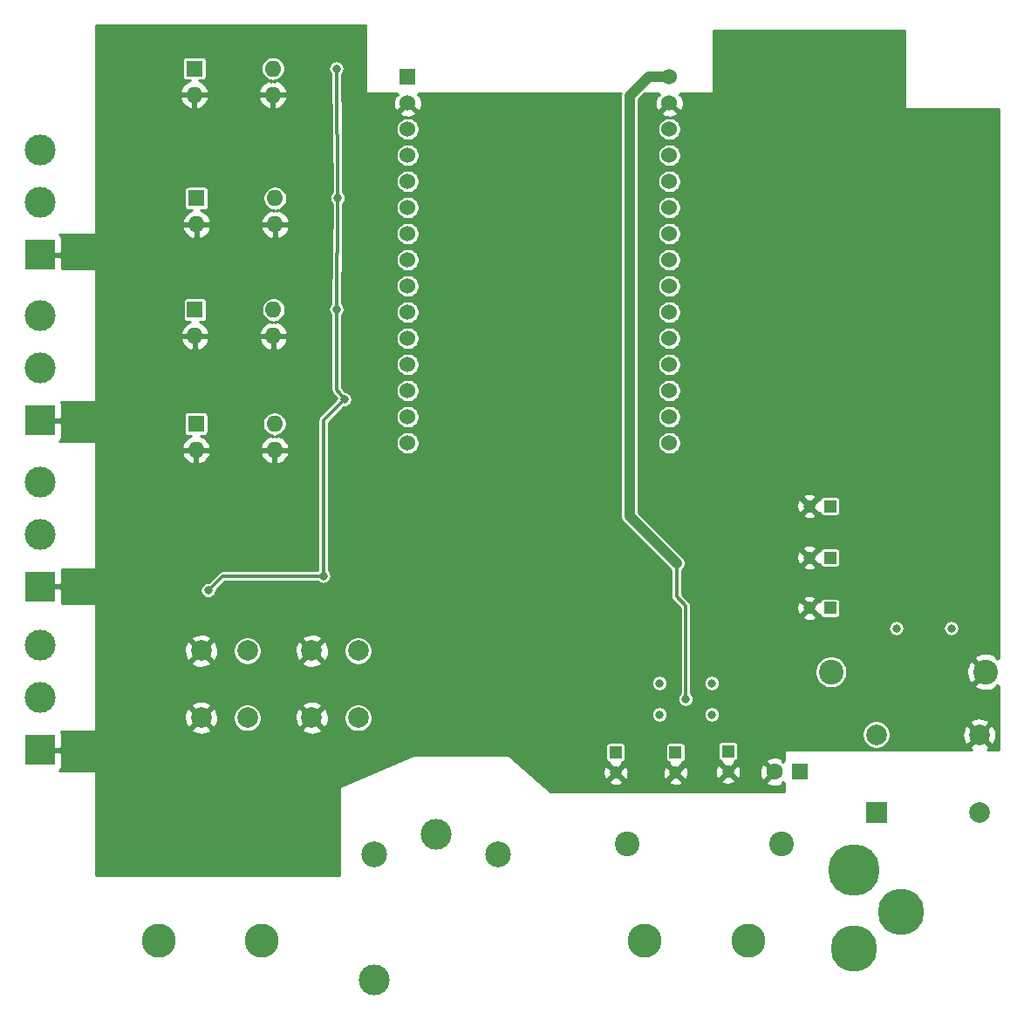
<source format=gbr>
G04 #@! TF.GenerationSoftware,KiCad,Pcbnew,(5.1.5)-3*
G04 #@! TF.CreationDate,2022-03-03T15:33:47+01:00*
G04 #@! TF.ProjectId,ESP32_client,45535033-325f-4636-9c69-656e742e6b69,rev?*
G04 #@! TF.SameCoordinates,Original*
G04 #@! TF.FileFunction,Copper,L2,Bot*
G04 #@! TF.FilePolarity,Positive*
%FSLAX46Y46*%
G04 Gerber Fmt 4.6, Leading zero omitted, Abs format (unit mm)*
G04 Created by KiCad (PCBNEW (5.1.5)-3) date 2022-03-03 15:33:47*
%MOMM*%
%LPD*%
G04 APERTURE LIST*
%ADD10R,1.524000X1.524000*%
%ADD11C,1.524000*%
%ADD12R,1.200000X1.200000*%
%ADD13C,1.200000*%
%ADD14C,5.000000*%
%ADD15C,4.500000*%
%ADD16C,3.300000*%
%ADD17R,3.000000X3.000000*%
%ADD18C,3.000000*%
%ADD19C,2.500000*%
%ADD20R,2.000000X2.000000*%
%ADD21C,2.000000*%
%ADD22R,1.600000X1.600000*%
%ADD23O,1.600000X1.600000*%
%ADD24C,2.400000*%
%ADD25C,1.600000*%
%ADD26C,0.800000*%
%ADD27C,1.000000*%
%ADD28C,0.300000*%
%ADD29C,0.254000*%
G04 APERTURE END LIST*
D10*
X150300000Y-61000000D03*
D11*
X150300000Y-63540000D03*
X150300000Y-66080000D03*
X150300000Y-68620000D03*
X150300000Y-71160000D03*
X150300000Y-73700000D03*
X150300000Y-76240000D03*
X150300000Y-78780000D03*
X150300000Y-81320000D03*
X150300000Y-83860000D03*
X150300000Y-86400000D03*
X150300000Y-88940000D03*
X150300000Y-91480000D03*
X150300000Y-94020000D03*
X150300000Y-96560000D03*
X175700000Y-96560000D03*
X175700000Y-94020000D03*
X175700000Y-91480000D03*
X175700000Y-88940000D03*
X175700000Y-86400000D03*
X175700000Y-83860000D03*
X175700000Y-81320000D03*
X175700000Y-78780000D03*
X175700000Y-76240000D03*
X175700000Y-73700000D03*
X175700000Y-71160000D03*
X175700000Y-68620000D03*
X175700000Y-66080000D03*
X175700000Y-63540000D03*
X175700000Y-61000000D03*
D12*
X170500000Y-126600000D03*
D13*
X170500000Y-128600000D03*
X176300000Y-128600000D03*
D12*
X176300000Y-126600000D03*
X181400000Y-126500000D03*
D13*
X181400000Y-128500000D03*
X189300000Y-102700000D03*
D12*
X191300000Y-102700000D03*
D13*
X189300000Y-107700000D03*
D12*
X191300000Y-107700000D03*
X191300000Y-112600000D03*
D13*
X189300000Y-112600000D03*
D14*
X193580000Y-138030000D03*
D15*
X193580000Y-145650000D03*
X198152000Y-142094000D03*
D16*
X173340000Y-144888000D03*
X183340000Y-144888000D03*
X136100000Y-144868000D03*
X126100000Y-144868000D03*
D17*
X114600000Y-126400000D03*
D18*
X114600000Y-121320000D03*
X114600000Y-116240000D03*
D17*
X114600000Y-94400000D03*
D18*
X114600000Y-89320000D03*
X114600000Y-84240000D03*
X114600000Y-100340000D03*
X114600000Y-105420000D03*
D17*
X114600000Y-110500000D03*
D18*
X114600000Y-68140000D03*
X114600000Y-73220000D03*
D17*
X114600000Y-78300000D03*
D19*
X147050000Y-136550000D03*
D18*
X147050000Y-148750000D03*
D19*
X159050000Y-136550000D03*
D18*
X153100000Y-134600000D03*
D20*
X195800000Y-132500000D03*
D21*
X195800000Y-124900000D03*
X205800000Y-132500000D03*
X205800000Y-124900000D03*
X134750000Y-123250000D03*
X130250000Y-123250000D03*
X134750000Y-116750000D03*
X130250000Y-116750000D03*
X141000000Y-116750000D03*
X145500000Y-116750000D03*
X141000000Y-123250000D03*
X145500000Y-123250000D03*
D22*
X129750000Y-94700000D03*
D23*
X137370000Y-97240000D03*
X129750000Y-97240000D03*
X137370000Y-94700000D03*
X137420000Y-72800000D03*
X129800000Y-75340000D03*
X137420000Y-75340000D03*
D22*
X129800000Y-72800000D03*
D23*
X137275000Y-83630000D03*
X129655000Y-86170000D03*
X137275000Y-86170000D03*
D22*
X129655000Y-83630000D03*
X129600000Y-60200000D03*
D23*
X137220000Y-62740000D03*
X129600000Y-62740000D03*
X137220000Y-60200000D03*
D24*
X171600000Y-135490000D03*
X186600000Y-135490000D03*
X191400000Y-118800000D03*
X206400000Y-118800000D03*
D22*
X188400000Y-128505000D03*
D25*
X185900000Y-128505000D03*
D26*
X134112000Y-135636000D03*
X132842000Y-110998000D03*
X143764000Y-110871000D03*
X188849000Y-65913000D03*
X188849000Y-72390000D03*
X188849000Y-78613000D03*
X188849000Y-85090000D03*
X188849000Y-91440000D03*
X188849000Y-97790000D03*
X205740000Y-99060000D03*
X202438000Y-99060000D03*
X185928000Y-122428000D03*
X185928000Y-120523000D03*
X185928000Y-118618000D03*
X185928000Y-116713000D03*
X167640000Y-122555000D03*
X181102000Y-110236000D03*
X176400000Y-108250000D03*
X174752000Y-119888000D03*
X179832000Y-119888000D03*
X179832000Y-122936000D03*
X177292000Y-121412000D03*
X174752000Y-122936000D03*
X197739000Y-114554000D03*
X203073000Y-114554000D03*
X143383000Y-60198000D03*
X143510000Y-72771000D03*
X143383000Y-83566000D03*
X144145000Y-92329000D03*
X130937000Y-110871000D03*
X142113000Y-109474000D03*
D27*
X175700000Y-61000000D02*
X173696000Y-61000000D01*
X173696000Y-61000000D02*
X171831000Y-62865000D01*
X171831000Y-103681000D02*
X176400000Y-108250000D01*
X171831000Y-62865000D02*
X171831000Y-103681000D01*
D28*
X177292000Y-121412000D02*
X177292000Y-112395000D01*
X176400000Y-111503000D02*
X176400000Y-108250000D01*
X177292000Y-112395000D02*
X176400000Y-111503000D01*
X143383000Y-60198000D02*
X143510000Y-72771000D01*
X143510000Y-72771000D02*
X143383000Y-83566000D01*
X143383000Y-83566000D02*
X143383000Y-91362762D01*
X143383000Y-91362762D02*
X144145000Y-92329000D01*
X130937000Y-110871000D02*
X132334000Y-109474000D01*
X132334000Y-109474000D02*
X142113000Y-109474000D01*
X142113000Y-94361000D02*
X142113000Y-109474000D01*
X144145000Y-92329000D02*
X142113000Y-94361000D01*
D29*
G36*
X146177000Y-62484000D02*
G01*
X146179440Y-62508776D01*
X146186667Y-62532601D01*
X146198403Y-62554557D01*
X146214197Y-62573803D01*
X146233443Y-62589597D01*
X146255399Y-62601333D01*
X146279224Y-62608560D01*
X146304000Y-62611000D01*
X149244654Y-62611000D01*
X149218023Y-62637631D01*
X149334433Y-62754041D01*
X149094344Y-62821020D01*
X148977244Y-63070048D01*
X148910977Y-63337135D01*
X148898090Y-63612017D01*
X148939078Y-63884133D01*
X149032364Y-64143023D01*
X149094344Y-64258980D01*
X149334435Y-64325960D01*
X150120395Y-63540000D01*
X150106253Y-63525858D01*
X150285858Y-63346253D01*
X150300000Y-63360395D01*
X150314143Y-63346253D01*
X150493748Y-63525858D01*
X150479605Y-63540000D01*
X151265565Y-64325960D01*
X151505656Y-64258980D01*
X151622756Y-64009952D01*
X151689023Y-63742865D01*
X151701910Y-63467983D01*
X151660922Y-63195867D01*
X151567636Y-62936977D01*
X151505656Y-62821020D01*
X151265567Y-62754041D01*
X151381977Y-62637631D01*
X151355346Y-62611000D01*
X170991588Y-62611000D01*
X170966690Y-62693078D01*
X170949757Y-62865000D01*
X170954000Y-62908080D01*
X170954001Y-103637910D01*
X170949757Y-103681000D01*
X170966690Y-103852922D01*
X171016838Y-104018236D01*
X171098274Y-104170592D01*
X171180406Y-104270671D01*
X171180409Y-104270674D01*
X171207868Y-104304133D01*
X171241327Y-104331592D01*
X175810328Y-108900594D01*
X175873001Y-108952028D01*
X175873000Y-111477119D01*
X175870451Y-111503000D01*
X175873000Y-111528880D01*
X175880626Y-111606309D01*
X175910761Y-111705649D01*
X175959696Y-111797202D01*
X176025552Y-111877448D01*
X176045666Y-111893955D01*
X176765001Y-112613291D01*
X176765000Y-120840155D01*
X176688464Y-120916691D01*
X176603431Y-121043952D01*
X176544859Y-121185357D01*
X176515000Y-121335472D01*
X176515000Y-121488528D01*
X176544859Y-121638643D01*
X176603431Y-121780048D01*
X176688464Y-121907309D01*
X176796691Y-122015536D01*
X176923952Y-122100569D01*
X177065357Y-122159141D01*
X177215472Y-122189000D01*
X177368528Y-122189000D01*
X177518643Y-122159141D01*
X177660048Y-122100569D01*
X177787309Y-122015536D01*
X177895536Y-121907309D01*
X177980569Y-121780048D01*
X178039141Y-121638643D01*
X178069000Y-121488528D01*
X178069000Y-121335472D01*
X178039141Y-121185357D01*
X177980569Y-121043952D01*
X177895536Y-120916691D01*
X177819000Y-120840155D01*
X177819000Y-119811472D01*
X179055000Y-119811472D01*
X179055000Y-119964528D01*
X179084859Y-120114643D01*
X179143431Y-120256048D01*
X179228464Y-120383309D01*
X179336691Y-120491536D01*
X179463952Y-120576569D01*
X179605357Y-120635141D01*
X179755472Y-120665000D01*
X179908528Y-120665000D01*
X180058643Y-120635141D01*
X180200048Y-120576569D01*
X180327309Y-120491536D01*
X180435536Y-120383309D01*
X180520569Y-120256048D01*
X180579141Y-120114643D01*
X180609000Y-119964528D01*
X180609000Y-119811472D01*
X180579141Y-119661357D01*
X180520569Y-119519952D01*
X180435536Y-119392691D01*
X180327309Y-119284464D01*
X180200048Y-119199431D01*
X180058643Y-119140859D01*
X179908528Y-119111000D01*
X179755472Y-119111000D01*
X179605357Y-119140859D01*
X179463952Y-119199431D01*
X179336691Y-119284464D01*
X179228464Y-119392691D01*
X179143431Y-119519952D01*
X179084859Y-119661357D01*
X179055000Y-119811472D01*
X177819000Y-119811472D01*
X177819000Y-118644679D01*
X189823000Y-118644679D01*
X189823000Y-118955321D01*
X189883604Y-119259994D01*
X190002481Y-119546989D01*
X190175064Y-119805279D01*
X190394721Y-120024936D01*
X190653011Y-120197519D01*
X190940006Y-120316396D01*
X191244679Y-120377000D01*
X191555321Y-120377000D01*
X191859994Y-120316396D01*
X192146989Y-120197519D01*
X192405279Y-120024936D01*
X192624936Y-119805279D01*
X192797519Y-119546989D01*
X192916396Y-119259994D01*
X192977000Y-118955321D01*
X192977000Y-118854684D01*
X204556933Y-118854684D01*
X204603015Y-119213198D01*
X204718154Y-119555833D01*
X204837164Y-119778486D01*
X205122020Y-119898374D01*
X206220395Y-118800000D01*
X205122020Y-117701626D01*
X204837164Y-117821514D01*
X204676301Y-118145210D01*
X204581678Y-118494069D01*
X204556933Y-118854684D01*
X192977000Y-118854684D01*
X192977000Y-118644679D01*
X192916396Y-118340006D01*
X192797519Y-118053011D01*
X192624936Y-117794721D01*
X192405279Y-117575064D01*
X192146989Y-117402481D01*
X191859994Y-117283604D01*
X191555321Y-117223000D01*
X191244679Y-117223000D01*
X190940006Y-117283604D01*
X190653011Y-117402481D01*
X190394721Y-117575064D01*
X190175064Y-117794721D01*
X190002481Y-118053011D01*
X189883604Y-118340006D01*
X189823000Y-118644679D01*
X177819000Y-118644679D01*
X177819000Y-114477472D01*
X196962000Y-114477472D01*
X196962000Y-114630528D01*
X196991859Y-114780643D01*
X197050431Y-114922048D01*
X197135464Y-115049309D01*
X197243691Y-115157536D01*
X197370952Y-115242569D01*
X197512357Y-115301141D01*
X197662472Y-115331000D01*
X197815528Y-115331000D01*
X197965643Y-115301141D01*
X198107048Y-115242569D01*
X198234309Y-115157536D01*
X198342536Y-115049309D01*
X198427569Y-114922048D01*
X198486141Y-114780643D01*
X198516000Y-114630528D01*
X198516000Y-114477472D01*
X202296000Y-114477472D01*
X202296000Y-114630528D01*
X202325859Y-114780643D01*
X202384431Y-114922048D01*
X202469464Y-115049309D01*
X202577691Y-115157536D01*
X202704952Y-115242569D01*
X202846357Y-115301141D01*
X202996472Y-115331000D01*
X203149528Y-115331000D01*
X203299643Y-115301141D01*
X203441048Y-115242569D01*
X203568309Y-115157536D01*
X203676536Y-115049309D01*
X203761569Y-114922048D01*
X203820141Y-114780643D01*
X203850000Y-114630528D01*
X203850000Y-114477472D01*
X203820141Y-114327357D01*
X203761569Y-114185952D01*
X203676536Y-114058691D01*
X203568309Y-113950464D01*
X203441048Y-113865431D01*
X203299643Y-113806859D01*
X203149528Y-113777000D01*
X202996472Y-113777000D01*
X202846357Y-113806859D01*
X202704952Y-113865431D01*
X202577691Y-113950464D01*
X202469464Y-114058691D01*
X202384431Y-114185952D01*
X202325859Y-114327357D01*
X202296000Y-114477472D01*
X198516000Y-114477472D01*
X198486141Y-114327357D01*
X198427569Y-114185952D01*
X198342536Y-114058691D01*
X198234309Y-113950464D01*
X198107048Y-113865431D01*
X197965643Y-113806859D01*
X197815528Y-113777000D01*
X197662472Y-113777000D01*
X197512357Y-113806859D01*
X197370952Y-113865431D01*
X197243691Y-113950464D01*
X197135464Y-114058691D01*
X197050431Y-114185952D01*
X196991859Y-114327357D01*
X196962000Y-114477472D01*
X177819000Y-114477472D01*
X177819000Y-113449764D01*
X188629841Y-113449764D01*
X188677148Y-113673348D01*
X188898516Y-113774237D01*
X189135313Y-113830000D01*
X189378438Y-113838495D01*
X189618549Y-113799395D01*
X189846418Y-113714202D01*
X189922852Y-113673348D01*
X189970159Y-113449764D01*
X189300000Y-112779605D01*
X188629841Y-113449764D01*
X177819000Y-113449764D01*
X177819000Y-112678438D01*
X188061505Y-112678438D01*
X188100605Y-112918549D01*
X188185798Y-113146418D01*
X188226652Y-113222852D01*
X188450236Y-113270159D01*
X189120395Y-112600000D01*
X189479605Y-112600000D01*
X190149764Y-113270159D01*
X190324446Y-113233199D01*
X190328455Y-113273905D01*
X190350012Y-113344970D01*
X190385019Y-113410463D01*
X190432131Y-113467869D01*
X190489537Y-113514981D01*
X190555030Y-113549988D01*
X190626095Y-113571545D01*
X190700000Y-113578824D01*
X191900000Y-113578824D01*
X191973905Y-113571545D01*
X192044970Y-113549988D01*
X192110463Y-113514981D01*
X192167869Y-113467869D01*
X192214981Y-113410463D01*
X192249988Y-113344970D01*
X192271545Y-113273905D01*
X192278824Y-113200000D01*
X192278824Y-112000000D01*
X192271545Y-111926095D01*
X192249988Y-111855030D01*
X192214981Y-111789537D01*
X192167869Y-111732131D01*
X192110463Y-111685019D01*
X192044970Y-111650012D01*
X191973905Y-111628455D01*
X191900000Y-111621176D01*
X190700000Y-111621176D01*
X190626095Y-111628455D01*
X190555030Y-111650012D01*
X190489537Y-111685019D01*
X190432131Y-111732131D01*
X190385019Y-111789537D01*
X190350012Y-111855030D01*
X190328455Y-111926095D01*
X190324446Y-111966801D01*
X190149764Y-111929841D01*
X189479605Y-112600000D01*
X189120395Y-112600000D01*
X188450236Y-111929841D01*
X188226652Y-111977148D01*
X188125763Y-112198516D01*
X188070000Y-112435313D01*
X188061505Y-112678438D01*
X177819000Y-112678438D01*
X177819000Y-112420877D01*
X177821549Y-112394999D01*
X177819000Y-112369119D01*
X177811374Y-112291690D01*
X177781239Y-112192350D01*
X177732304Y-112100798D01*
X177666448Y-112020552D01*
X177646339Y-112004049D01*
X177392526Y-111750236D01*
X188629841Y-111750236D01*
X189300000Y-112420395D01*
X189970159Y-111750236D01*
X189922852Y-111526652D01*
X189701484Y-111425763D01*
X189464687Y-111370000D01*
X189221562Y-111361505D01*
X188981451Y-111400605D01*
X188753582Y-111485798D01*
X188677148Y-111526652D01*
X188629841Y-111750236D01*
X177392526Y-111750236D01*
X176927000Y-111284711D01*
X176927000Y-108952026D01*
X177023133Y-108873133D01*
X177132726Y-108739592D01*
X177214162Y-108587237D01*
X177225529Y-108549764D01*
X188629841Y-108549764D01*
X188677148Y-108773348D01*
X188898516Y-108874237D01*
X189135313Y-108930000D01*
X189378438Y-108938495D01*
X189618549Y-108899395D01*
X189846418Y-108814202D01*
X189922852Y-108773348D01*
X189970159Y-108549764D01*
X189300000Y-107879605D01*
X188629841Y-108549764D01*
X177225529Y-108549764D01*
X177264310Y-108421922D01*
X177281243Y-108250000D01*
X177264310Y-108078077D01*
X177214162Y-107912763D01*
X177142364Y-107778438D01*
X188061505Y-107778438D01*
X188100605Y-108018549D01*
X188185798Y-108246418D01*
X188226652Y-108322852D01*
X188450236Y-108370159D01*
X189120395Y-107700000D01*
X189479605Y-107700000D01*
X190149764Y-108370159D01*
X190324446Y-108333199D01*
X190328455Y-108373905D01*
X190350012Y-108444970D01*
X190385019Y-108510463D01*
X190432131Y-108567869D01*
X190489537Y-108614981D01*
X190555030Y-108649988D01*
X190626095Y-108671545D01*
X190700000Y-108678824D01*
X191900000Y-108678824D01*
X191973905Y-108671545D01*
X192044970Y-108649988D01*
X192110463Y-108614981D01*
X192167869Y-108567869D01*
X192214981Y-108510463D01*
X192249988Y-108444970D01*
X192271545Y-108373905D01*
X192278824Y-108300000D01*
X192278824Y-107100000D01*
X192271545Y-107026095D01*
X192249988Y-106955030D01*
X192214981Y-106889537D01*
X192167869Y-106832131D01*
X192110463Y-106785019D01*
X192044970Y-106750012D01*
X191973905Y-106728455D01*
X191900000Y-106721176D01*
X190700000Y-106721176D01*
X190626095Y-106728455D01*
X190555030Y-106750012D01*
X190489537Y-106785019D01*
X190432131Y-106832131D01*
X190385019Y-106889537D01*
X190350012Y-106955030D01*
X190328455Y-107026095D01*
X190324446Y-107066801D01*
X190149764Y-107029841D01*
X189479605Y-107700000D01*
X189120395Y-107700000D01*
X188450236Y-107029841D01*
X188226652Y-107077148D01*
X188125763Y-107298516D01*
X188070000Y-107535313D01*
X188061505Y-107778438D01*
X177142364Y-107778438D01*
X177132726Y-107760407D01*
X177050594Y-107660328D01*
X176240502Y-106850236D01*
X188629841Y-106850236D01*
X189300000Y-107520395D01*
X189970159Y-106850236D01*
X189922852Y-106626652D01*
X189701484Y-106525763D01*
X189464687Y-106470000D01*
X189221562Y-106461505D01*
X188981451Y-106500605D01*
X188753582Y-106585798D01*
X188677148Y-106626652D01*
X188629841Y-106850236D01*
X176240502Y-106850236D01*
X172940030Y-103549764D01*
X188629841Y-103549764D01*
X188677148Y-103773348D01*
X188898516Y-103874237D01*
X189135313Y-103930000D01*
X189378438Y-103938495D01*
X189618549Y-103899395D01*
X189846418Y-103814202D01*
X189922852Y-103773348D01*
X189970159Y-103549764D01*
X189300000Y-102879605D01*
X188629841Y-103549764D01*
X172940030Y-103549764D01*
X172708000Y-103317735D01*
X172708000Y-102778438D01*
X188061505Y-102778438D01*
X188100605Y-103018549D01*
X188185798Y-103246418D01*
X188226652Y-103322852D01*
X188450236Y-103370159D01*
X189120395Y-102700000D01*
X189479605Y-102700000D01*
X190149764Y-103370159D01*
X190324446Y-103333199D01*
X190328455Y-103373905D01*
X190350012Y-103444970D01*
X190385019Y-103510463D01*
X190432131Y-103567869D01*
X190489537Y-103614981D01*
X190555030Y-103649988D01*
X190626095Y-103671545D01*
X190700000Y-103678824D01*
X191900000Y-103678824D01*
X191973905Y-103671545D01*
X192044970Y-103649988D01*
X192110463Y-103614981D01*
X192167869Y-103567869D01*
X192214981Y-103510463D01*
X192249988Y-103444970D01*
X192271545Y-103373905D01*
X192278824Y-103300000D01*
X192278824Y-102100000D01*
X192271545Y-102026095D01*
X192249988Y-101955030D01*
X192214981Y-101889537D01*
X192167869Y-101832131D01*
X192110463Y-101785019D01*
X192044970Y-101750012D01*
X191973905Y-101728455D01*
X191900000Y-101721176D01*
X190700000Y-101721176D01*
X190626095Y-101728455D01*
X190555030Y-101750012D01*
X190489537Y-101785019D01*
X190432131Y-101832131D01*
X190385019Y-101889537D01*
X190350012Y-101955030D01*
X190328455Y-102026095D01*
X190324446Y-102066801D01*
X190149764Y-102029841D01*
X189479605Y-102700000D01*
X189120395Y-102700000D01*
X188450236Y-102029841D01*
X188226652Y-102077148D01*
X188125763Y-102298516D01*
X188070000Y-102535313D01*
X188061505Y-102778438D01*
X172708000Y-102778438D01*
X172708000Y-101850236D01*
X188629841Y-101850236D01*
X189300000Y-102520395D01*
X189970159Y-101850236D01*
X189922852Y-101626652D01*
X189701484Y-101525763D01*
X189464687Y-101470000D01*
X189221562Y-101461505D01*
X188981451Y-101500605D01*
X188753582Y-101585798D01*
X188677148Y-101626652D01*
X188629841Y-101850236D01*
X172708000Y-101850236D01*
X172708000Y-96447818D01*
X174561000Y-96447818D01*
X174561000Y-96672182D01*
X174604771Y-96892234D01*
X174690631Y-97099519D01*
X174815281Y-97286070D01*
X174973930Y-97444719D01*
X175160481Y-97569369D01*
X175367766Y-97655229D01*
X175587818Y-97699000D01*
X175812182Y-97699000D01*
X176032234Y-97655229D01*
X176239519Y-97569369D01*
X176426070Y-97444719D01*
X176584719Y-97286070D01*
X176709369Y-97099519D01*
X176795229Y-96892234D01*
X176839000Y-96672182D01*
X176839000Y-96447818D01*
X176795229Y-96227766D01*
X176709369Y-96020481D01*
X176584719Y-95833930D01*
X176426070Y-95675281D01*
X176239519Y-95550631D01*
X176032234Y-95464771D01*
X175812182Y-95421000D01*
X175587818Y-95421000D01*
X175367766Y-95464771D01*
X175160481Y-95550631D01*
X174973930Y-95675281D01*
X174815281Y-95833930D01*
X174690631Y-96020481D01*
X174604771Y-96227766D01*
X174561000Y-96447818D01*
X172708000Y-96447818D01*
X172708000Y-93907818D01*
X174561000Y-93907818D01*
X174561000Y-94132182D01*
X174604771Y-94352234D01*
X174690631Y-94559519D01*
X174815281Y-94746070D01*
X174973930Y-94904719D01*
X175160481Y-95029369D01*
X175367766Y-95115229D01*
X175587818Y-95159000D01*
X175812182Y-95159000D01*
X176032234Y-95115229D01*
X176239519Y-95029369D01*
X176426070Y-94904719D01*
X176584719Y-94746070D01*
X176709369Y-94559519D01*
X176795229Y-94352234D01*
X176839000Y-94132182D01*
X176839000Y-93907818D01*
X176795229Y-93687766D01*
X176709369Y-93480481D01*
X176584719Y-93293930D01*
X176426070Y-93135281D01*
X176239519Y-93010631D01*
X176032234Y-92924771D01*
X175812182Y-92881000D01*
X175587818Y-92881000D01*
X175367766Y-92924771D01*
X175160481Y-93010631D01*
X174973930Y-93135281D01*
X174815281Y-93293930D01*
X174690631Y-93480481D01*
X174604771Y-93687766D01*
X174561000Y-93907818D01*
X172708000Y-93907818D01*
X172708000Y-91367818D01*
X174561000Y-91367818D01*
X174561000Y-91592182D01*
X174604771Y-91812234D01*
X174690631Y-92019519D01*
X174815281Y-92206070D01*
X174973930Y-92364719D01*
X175160481Y-92489369D01*
X175367766Y-92575229D01*
X175587818Y-92619000D01*
X175812182Y-92619000D01*
X176032234Y-92575229D01*
X176239519Y-92489369D01*
X176426070Y-92364719D01*
X176584719Y-92206070D01*
X176709369Y-92019519D01*
X176795229Y-91812234D01*
X176839000Y-91592182D01*
X176839000Y-91367818D01*
X176795229Y-91147766D01*
X176709369Y-90940481D01*
X176584719Y-90753930D01*
X176426070Y-90595281D01*
X176239519Y-90470631D01*
X176032234Y-90384771D01*
X175812182Y-90341000D01*
X175587818Y-90341000D01*
X175367766Y-90384771D01*
X175160481Y-90470631D01*
X174973930Y-90595281D01*
X174815281Y-90753930D01*
X174690631Y-90940481D01*
X174604771Y-91147766D01*
X174561000Y-91367818D01*
X172708000Y-91367818D01*
X172708000Y-88827818D01*
X174561000Y-88827818D01*
X174561000Y-89052182D01*
X174604771Y-89272234D01*
X174690631Y-89479519D01*
X174815281Y-89666070D01*
X174973930Y-89824719D01*
X175160481Y-89949369D01*
X175367766Y-90035229D01*
X175587818Y-90079000D01*
X175812182Y-90079000D01*
X176032234Y-90035229D01*
X176239519Y-89949369D01*
X176426070Y-89824719D01*
X176584719Y-89666070D01*
X176709369Y-89479519D01*
X176795229Y-89272234D01*
X176839000Y-89052182D01*
X176839000Y-88827818D01*
X176795229Y-88607766D01*
X176709369Y-88400481D01*
X176584719Y-88213930D01*
X176426070Y-88055281D01*
X176239519Y-87930631D01*
X176032234Y-87844771D01*
X175812182Y-87801000D01*
X175587818Y-87801000D01*
X175367766Y-87844771D01*
X175160481Y-87930631D01*
X174973930Y-88055281D01*
X174815281Y-88213930D01*
X174690631Y-88400481D01*
X174604771Y-88607766D01*
X174561000Y-88827818D01*
X172708000Y-88827818D01*
X172708000Y-86287818D01*
X174561000Y-86287818D01*
X174561000Y-86512182D01*
X174604771Y-86732234D01*
X174690631Y-86939519D01*
X174815281Y-87126070D01*
X174973930Y-87284719D01*
X175160481Y-87409369D01*
X175367766Y-87495229D01*
X175587818Y-87539000D01*
X175812182Y-87539000D01*
X176032234Y-87495229D01*
X176239519Y-87409369D01*
X176426070Y-87284719D01*
X176584719Y-87126070D01*
X176709369Y-86939519D01*
X176795229Y-86732234D01*
X176839000Y-86512182D01*
X176839000Y-86287818D01*
X176795229Y-86067766D01*
X176709369Y-85860481D01*
X176584719Y-85673930D01*
X176426070Y-85515281D01*
X176239519Y-85390631D01*
X176032234Y-85304771D01*
X175812182Y-85261000D01*
X175587818Y-85261000D01*
X175367766Y-85304771D01*
X175160481Y-85390631D01*
X174973930Y-85515281D01*
X174815281Y-85673930D01*
X174690631Y-85860481D01*
X174604771Y-86067766D01*
X174561000Y-86287818D01*
X172708000Y-86287818D01*
X172708000Y-83747818D01*
X174561000Y-83747818D01*
X174561000Y-83972182D01*
X174604771Y-84192234D01*
X174690631Y-84399519D01*
X174815281Y-84586070D01*
X174973930Y-84744719D01*
X175160481Y-84869369D01*
X175367766Y-84955229D01*
X175587818Y-84999000D01*
X175812182Y-84999000D01*
X176032234Y-84955229D01*
X176239519Y-84869369D01*
X176426070Y-84744719D01*
X176584719Y-84586070D01*
X176709369Y-84399519D01*
X176795229Y-84192234D01*
X176839000Y-83972182D01*
X176839000Y-83747818D01*
X176795229Y-83527766D01*
X176709369Y-83320481D01*
X176584719Y-83133930D01*
X176426070Y-82975281D01*
X176239519Y-82850631D01*
X176032234Y-82764771D01*
X175812182Y-82721000D01*
X175587818Y-82721000D01*
X175367766Y-82764771D01*
X175160481Y-82850631D01*
X174973930Y-82975281D01*
X174815281Y-83133930D01*
X174690631Y-83320481D01*
X174604771Y-83527766D01*
X174561000Y-83747818D01*
X172708000Y-83747818D01*
X172708000Y-81207818D01*
X174561000Y-81207818D01*
X174561000Y-81432182D01*
X174604771Y-81652234D01*
X174690631Y-81859519D01*
X174815281Y-82046070D01*
X174973930Y-82204719D01*
X175160481Y-82329369D01*
X175367766Y-82415229D01*
X175587818Y-82459000D01*
X175812182Y-82459000D01*
X176032234Y-82415229D01*
X176239519Y-82329369D01*
X176426070Y-82204719D01*
X176584719Y-82046070D01*
X176709369Y-81859519D01*
X176795229Y-81652234D01*
X176839000Y-81432182D01*
X176839000Y-81207818D01*
X176795229Y-80987766D01*
X176709369Y-80780481D01*
X176584719Y-80593930D01*
X176426070Y-80435281D01*
X176239519Y-80310631D01*
X176032234Y-80224771D01*
X175812182Y-80181000D01*
X175587818Y-80181000D01*
X175367766Y-80224771D01*
X175160481Y-80310631D01*
X174973930Y-80435281D01*
X174815281Y-80593930D01*
X174690631Y-80780481D01*
X174604771Y-80987766D01*
X174561000Y-81207818D01*
X172708000Y-81207818D01*
X172708000Y-78667818D01*
X174561000Y-78667818D01*
X174561000Y-78892182D01*
X174604771Y-79112234D01*
X174690631Y-79319519D01*
X174815281Y-79506070D01*
X174973930Y-79664719D01*
X175160481Y-79789369D01*
X175367766Y-79875229D01*
X175587818Y-79919000D01*
X175812182Y-79919000D01*
X176032234Y-79875229D01*
X176239519Y-79789369D01*
X176426070Y-79664719D01*
X176584719Y-79506070D01*
X176709369Y-79319519D01*
X176795229Y-79112234D01*
X176839000Y-78892182D01*
X176839000Y-78667818D01*
X176795229Y-78447766D01*
X176709369Y-78240481D01*
X176584719Y-78053930D01*
X176426070Y-77895281D01*
X176239519Y-77770631D01*
X176032234Y-77684771D01*
X175812182Y-77641000D01*
X175587818Y-77641000D01*
X175367766Y-77684771D01*
X175160481Y-77770631D01*
X174973930Y-77895281D01*
X174815281Y-78053930D01*
X174690631Y-78240481D01*
X174604771Y-78447766D01*
X174561000Y-78667818D01*
X172708000Y-78667818D01*
X172708000Y-76127818D01*
X174561000Y-76127818D01*
X174561000Y-76352182D01*
X174604771Y-76572234D01*
X174690631Y-76779519D01*
X174815281Y-76966070D01*
X174973930Y-77124719D01*
X175160481Y-77249369D01*
X175367766Y-77335229D01*
X175587818Y-77379000D01*
X175812182Y-77379000D01*
X176032234Y-77335229D01*
X176239519Y-77249369D01*
X176426070Y-77124719D01*
X176584719Y-76966070D01*
X176709369Y-76779519D01*
X176795229Y-76572234D01*
X176839000Y-76352182D01*
X176839000Y-76127818D01*
X176795229Y-75907766D01*
X176709369Y-75700481D01*
X176584719Y-75513930D01*
X176426070Y-75355281D01*
X176239519Y-75230631D01*
X176032234Y-75144771D01*
X175812182Y-75101000D01*
X175587818Y-75101000D01*
X175367766Y-75144771D01*
X175160481Y-75230631D01*
X174973930Y-75355281D01*
X174815281Y-75513930D01*
X174690631Y-75700481D01*
X174604771Y-75907766D01*
X174561000Y-76127818D01*
X172708000Y-76127818D01*
X172708000Y-73587818D01*
X174561000Y-73587818D01*
X174561000Y-73812182D01*
X174604771Y-74032234D01*
X174690631Y-74239519D01*
X174815281Y-74426070D01*
X174973930Y-74584719D01*
X175160481Y-74709369D01*
X175367766Y-74795229D01*
X175587818Y-74839000D01*
X175812182Y-74839000D01*
X176032234Y-74795229D01*
X176239519Y-74709369D01*
X176426070Y-74584719D01*
X176584719Y-74426070D01*
X176709369Y-74239519D01*
X176795229Y-74032234D01*
X176839000Y-73812182D01*
X176839000Y-73587818D01*
X176795229Y-73367766D01*
X176709369Y-73160481D01*
X176584719Y-72973930D01*
X176426070Y-72815281D01*
X176239519Y-72690631D01*
X176032234Y-72604771D01*
X175812182Y-72561000D01*
X175587818Y-72561000D01*
X175367766Y-72604771D01*
X175160481Y-72690631D01*
X174973930Y-72815281D01*
X174815281Y-72973930D01*
X174690631Y-73160481D01*
X174604771Y-73367766D01*
X174561000Y-73587818D01*
X172708000Y-73587818D01*
X172708000Y-71047818D01*
X174561000Y-71047818D01*
X174561000Y-71272182D01*
X174604771Y-71492234D01*
X174690631Y-71699519D01*
X174815281Y-71886070D01*
X174973930Y-72044719D01*
X175160481Y-72169369D01*
X175367766Y-72255229D01*
X175587818Y-72299000D01*
X175812182Y-72299000D01*
X176032234Y-72255229D01*
X176239519Y-72169369D01*
X176426070Y-72044719D01*
X176584719Y-71886070D01*
X176709369Y-71699519D01*
X176795229Y-71492234D01*
X176839000Y-71272182D01*
X176839000Y-71047818D01*
X176795229Y-70827766D01*
X176709369Y-70620481D01*
X176584719Y-70433930D01*
X176426070Y-70275281D01*
X176239519Y-70150631D01*
X176032234Y-70064771D01*
X175812182Y-70021000D01*
X175587818Y-70021000D01*
X175367766Y-70064771D01*
X175160481Y-70150631D01*
X174973930Y-70275281D01*
X174815281Y-70433930D01*
X174690631Y-70620481D01*
X174604771Y-70827766D01*
X174561000Y-71047818D01*
X172708000Y-71047818D01*
X172708000Y-68507818D01*
X174561000Y-68507818D01*
X174561000Y-68732182D01*
X174604771Y-68952234D01*
X174690631Y-69159519D01*
X174815281Y-69346070D01*
X174973930Y-69504719D01*
X175160481Y-69629369D01*
X175367766Y-69715229D01*
X175587818Y-69759000D01*
X175812182Y-69759000D01*
X176032234Y-69715229D01*
X176239519Y-69629369D01*
X176426070Y-69504719D01*
X176584719Y-69346070D01*
X176709369Y-69159519D01*
X176795229Y-68952234D01*
X176839000Y-68732182D01*
X176839000Y-68507818D01*
X176795229Y-68287766D01*
X176709369Y-68080481D01*
X176584719Y-67893930D01*
X176426070Y-67735281D01*
X176239519Y-67610631D01*
X176032234Y-67524771D01*
X175812182Y-67481000D01*
X175587818Y-67481000D01*
X175367766Y-67524771D01*
X175160481Y-67610631D01*
X174973930Y-67735281D01*
X174815281Y-67893930D01*
X174690631Y-68080481D01*
X174604771Y-68287766D01*
X174561000Y-68507818D01*
X172708000Y-68507818D01*
X172708000Y-65967818D01*
X174561000Y-65967818D01*
X174561000Y-66192182D01*
X174604771Y-66412234D01*
X174690631Y-66619519D01*
X174815281Y-66806070D01*
X174973930Y-66964719D01*
X175160481Y-67089369D01*
X175367766Y-67175229D01*
X175587818Y-67219000D01*
X175812182Y-67219000D01*
X176032234Y-67175229D01*
X176239519Y-67089369D01*
X176426070Y-66964719D01*
X176584719Y-66806070D01*
X176709369Y-66619519D01*
X176795229Y-66412234D01*
X176839000Y-66192182D01*
X176839000Y-65967818D01*
X176795229Y-65747766D01*
X176709369Y-65540481D01*
X176584719Y-65353930D01*
X176426070Y-65195281D01*
X176239519Y-65070631D01*
X176032234Y-64984771D01*
X175812182Y-64941000D01*
X175778058Y-64941000D01*
X176044133Y-64900922D01*
X176303023Y-64807636D01*
X176418980Y-64745656D01*
X176485960Y-64505565D01*
X175700000Y-63719605D01*
X174914040Y-64505565D01*
X174981020Y-64745656D01*
X175230048Y-64862756D01*
X175497135Y-64929023D01*
X175752607Y-64941000D01*
X175587818Y-64941000D01*
X175367766Y-64984771D01*
X175160481Y-65070631D01*
X174973930Y-65195281D01*
X174815281Y-65353930D01*
X174690631Y-65540481D01*
X174604771Y-65747766D01*
X174561000Y-65967818D01*
X172708000Y-65967818D01*
X172708000Y-63228265D01*
X173325265Y-62611000D01*
X174644654Y-62611000D01*
X174618023Y-62637631D01*
X174734433Y-62754041D01*
X174494344Y-62821020D01*
X174377244Y-63070048D01*
X174310977Y-63337135D01*
X174298090Y-63612017D01*
X174339078Y-63884133D01*
X174432364Y-64143023D01*
X174494344Y-64258980D01*
X174734435Y-64325960D01*
X175520395Y-63540000D01*
X175506253Y-63525858D01*
X175685858Y-63346253D01*
X175700000Y-63360395D01*
X175714143Y-63346253D01*
X175893748Y-63525858D01*
X175879605Y-63540000D01*
X176665565Y-64325960D01*
X176905656Y-64258980D01*
X177022756Y-64009952D01*
X177089023Y-63742865D01*
X177101910Y-63467983D01*
X177060922Y-63195867D01*
X176967636Y-62936977D01*
X176905656Y-62821020D01*
X176665567Y-62754041D01*
X176781977Y-62637631D01*
X176755346Y-62611000D01*
X179832000Y-62611000D01*
X179856776Y-62608560D01*
X179880601Y-62601333D01*
X179902557Y-62589597D01*
X179921803Y-62573803D01*
X179937597Y-62554557D01*
X179949333Y-62532601D01*
X179956560Y-62508776D01*
X179959000Y-62484000D01*
X179959000Y-56515000D01*
X198501000Y-56515000D01*
X198501000Y-64008000D01*
X198503440Y-64032776D01*
X198510667Y-64056601D01*
X198522403Y-64078557D01*
X198538197Y-64097803D01*
X198557443Y-64113597D01*
X198579399Y-64125333D01*
X198603224Y-64132560D01*
X198628000Y-64135000D01*
X207645000Y-64135000D01*
X207645000Y-117438232D01*
X207613580Y-117406812D01*
X207498373Y-117522019D01*
X207378486Y-117237164D01*
X207054790Y-117076301D01*
X206705931Y-116981678D01*
X206345316Y-116956933D01*
X205986802Y-117003015D01*
X205644167Y-117118154D01*
X205421514Y-117237164D01*
X205301626Y-117522020D01*
X206400000Y-118620395D01*
X206414142Y-118606252D01*
X206593748Y-118785858D01*
X206579605Y-118800000D01*
X206593748Y-118814142D01*
X206414142Y-118993748D01*
X206400000Y-118979605D01*
X205301626Y-120077980D01*
X205421514Y-120362836D01*
X205745210Y-120523699D01*
X206094069Y-120618322D01*
X206454684Y-120643067D01*
X206813198Y-120596985D01*
X207155833Y-120481846D01*
X207378486Y-120362836D01*
X207498373Y-120077981D01*
X207613580Y-120193188D01*
X207645000Y-120161768D01*
X207645000Y-126365000D01*
X206538089Y-126365000D01*
X206660044Y-126299814D01*
X206755808Y-126035413D01*
X205800000Y-125079605D01*
X204844192Y-126035413D01*
X204939956Y-126299814D01*
X205073953Y-126365000D01*
X186944000Y-126365000D01*
X186919224Y-126367440D01*
X186895399Y-126374667D01*
X186873443Y-126386403D01*
X186854197Y-126402197D01*
X186838403Y-126421443D01*
X186826667Y-126443399D01*
X186819440Y-126467224D01*
X186817000Y-126492000D01*
X186817000Y-127408393D01*
X186713097Y-127512296D01*
X186641514Y-127268329D01*
X186386004Y-127147429D01*
X186111816Y-127078700D01*
X185829488Y-127064783D01*
X185549870Y-127106213D01*
X185283708Y-127201397D01*
X185158486Y-127268329D01*
X185086903Y-127512298D01*
X185900000Y-128325395D01*
X185914143Y-128311253D01*
X186093748Y-128490858D01*
X186079605Y-128505000D01*
X186093748Y-128519143D01*
X185914143Y-128698748D01*
X185900000Y-128684605D01*
X185086903Y-129497702D01*
X185158486Y-129741671D01*
X185413996Y-129862571D01*
X185688184Y-129931300D01*
X185970512Y-129945217D01*
X186250130Y-129903787D01*
X186516292Y-129808603D01*
X186641514Y-129741671D01*
X186713097Y-129497704D01*
X186817000Y-129601607D01*
X186817000Y-130429000D01*
X164131718Y-130429000D01*
X163012592Y-129449764D01*
X169829841Y-129449764D01*
X169877148Y-129673348D01*
X170098516Y-129774237D01*
X170335313Y-129830000D01*
X170578438Y-129838495D01*
X170818549Y-129799395D01*
X171046418Y-129714202D01*
X171122852Y-129673348D01*
X171170159Y-129449764D01*
X175629841Y-129449764D01*
X175677148Y-129673348D01*
X175898516Y-129774237D01*
X176135313Y-129830000D01*
X176378438Y-129838495D01*
X176618549Y-129799395D01*
X176846418Y-129714202D01*
X176922852Y-129673348D01*
X176970159Y-129449764D01*
X176870159Y-129349764D01*
X180729841Y-129349764D01*
X180777148Y-129573348D01*
X180998516Y-129674237D01*
X181235313Y-129730000D01*
X181478438Y-129738495D01*
X181718549Y-129699395D01*
X181946418Y-129614202D01*
X182022852Y-129573348D01*
X182070159Y-129349764D01*
X181400000Y-128679605D01*
X180729841Y-129349764D01*
X176870159Y-129349764D01*
X176300000Y-128779605D01*
X175629841Y-129449764D01*
X171170159Y-129449764D01*
X170500000Y-128779605D01*
X169829841Y-129449764D01*
X163012592Y-129449764D01*
X162131076Y-128678438D01*
X169261505Y-128678438D01*
X169300605Y-128918549D01*
X169385798Y-129146418D01*
X169426652Y-129222852D01*
X169650236Y-129270159D01*
X170320395Y-128600000D01*
X170679605Y-128600000D01*
X171349764Y-129270159D01*
X171573348Y-129222852D01*
X171674237Y-129001484D01*
X171730000Y-128764687D01*
X171733013Y-128678438D01*
X175061505Y-128678438D01*
X175100605Y-128918549D01*
X175185798Y-129146418D01*
X175226652Y-129222852D01*
X175450236Y-129270159D01*
X176120395Y-128600000D01*
X176479605Y-128600000D01*
X177149764Y-129270159D01*
X177373348Y-129222852D01*
X177474237Y-129001484D01*
X177530000Y-128764687D01*
X177536507Y-128578438D01*
X180161505Y-128578438D01*
X180200605Y-128818549D01*
X180285798Y-129046418D01*
X180326652Y-129122852D01*
X180550236Y-129170159D01*
X181220395Y-128500000D01*
X181579605Y-128500000D01*
X182249764Y-129170159D01*
X182473348Y-129122852D01*
X182574237Y-128901484D01*
X182630000Y-128664687D01*
X182633115Y-128575512D01*
X184459783Y-128575512D01*
X184501213Y-128855130D01*
X184596397Y-129121292D01*
X184663329Y-129246514D01*
X184907298Y-129318097D01*
X185720395Y-128505000D01*
X184907298Y-127691903D01*
X184663329Y-127763486D01*
X184542429Y-128018996D01*
X184473700Y-128293184D01*
X184459783Y-128575512D01*
X182633115Y-128575512D01*
X182638495Y-128421562D01*
X182599395Y-128181451D01*
X182514202Y-127953582D01*
X182473348Y-127877148D01*
X182249764Y-127829841D01*
X181579605Y-128500000D01*
X181220395Y-128500000D01*
X180550236Y-127829841D01*
X180326652Y-127877148D01*
X180225763Y-128098516D01*
X180170000Y-128335313D01*
X180161505Y-128578438D01*
X177536507Y-128578438D01*
X177538495Y-128521562D01*
X177499395Y-128281451D01*
X177414202Y-128053582D01*
X177373348Y-127977148D01*
X177149764Y-127929841D01*
X176479605Y-128600000D01*
X176120395Y-128600000D01*
X175450236Y-127929841D01*
X175226652Y-127977148D01*
X175125763Y-128198516D01*
X175070000Y-128435313D01*
X175061505Y-128678438D01*
X171733013Y-128678438D01*
X171738495Y-128521562D01*
X171699395Y-128281451D01*
X171614202Y-128053582D01*
X171573348Y-127977148D01*
X171349764Y-127929841D01*
X170679605Y-128600000D01*
X170320395Y-128600000D01*
X169650236Y-127929841D01*
X169426652Y-127977148D01*
X169325763Y-128198516D01*
X169270000Y-128435313D01*
X169261505Y-128678438D01*
X162131076Y-128678438D01*
X160103630Y-126904423D01*
X160083377Y-126889944D01*
X160060688Y-126879694D01*
X160036436Y-126874068D01*
X160020000Y-126873000D01*
X150876000Y-126873000D01*
X150851224Y-126875440D01*
X150825972Y-126883269D01*
X143713972Y-129931269D01*
X143692160Y-129943271D01*
X143673109Y-129959299D01*
X143657551Y-129978735D01*
X143646083Y-130000833D01*
X143639147Y-130024744D01*
X143637000Y-130048000D01*
X143637000Y-138557000D01*
X120015000Y-138557000D01*
X120015000Y-128524000D01*
X120012560Y-128499224D01*
X120005333Y-128475399D01*
X119993597Y-128453443D01*
X119977803Y-128434197D01*
X119958557Y-128418403D01*
X119936601Y-128406667D01*
X119912776Y-128399440D01*
X119888000Y-128397000D01*
X116495359Y-128397000D01*
X116551185Y-128351185D01*
X116630537Y-128254494D01*
X116689502Y-128144180D01*
X116725812Y-128024482D01*
X116738072Y-127900000D01*
X116735000Y-126685750D01*
X116576250Y-126527000D01*
X114727000Y-126527000D01*
X114727000Y-126547000D01*
X114473000Y-126547000D01*
X114473000Y-126527000D01*
X114453000Y-126527000D01*
X114453000Y-126273000D01*
X114473000Y-126273000D01*
X114473000Y-126253000D01*
X114727000Y-126253000D01*
X114727000Y-126273000D01*
X116576250Y-126273000D01*
X116735000Y-126114250D01*
X116735289Y-126000000D01*
X169521176Y-126000000D01*
X169521176Y-127200000D01*
X169528455Y-127273905D01*
X169550012Y-127344970D01*
X169585019Y-127410463D01*
X169632131Y-127467869D01*
X169689537Y-127514981D01*
X169755030Y-127549988D01*
X169826095Y-127571545D01*
X169866801Y-127575554D01*
X169829841Y-127750236D01*
X170500000Y-128420395D01*
X171170159Y-127750236D01*
X171133199Y-127575554D01*
X171173905Y-127571545D01*
X171244970Y-127549988D01*
X171310463Y-127514981D01*
X171367869Y-127467869D01*
X171414981Y-127410463D01*
X171449988Y-127344970D01*
X171471545Y-127273905D01*
X171478824Y-127200000D01*
X171478824Y-126000000D01*
X175321176Y-126000000D01*
X175321176Y-127200000D01*
X175328455Y-127273905D01*
X175350012Y-127344970D01*
X175385019Y-127410463D01*
X175432131Y-127467869D01*
X175489537Y-127514981D01*
X175555030Y-127549988D01*
X175626095Y-127571545D01*
X175666801Y-127575554D01*
X175629841Y-127750236D01*
X176300000Y-128420395D01*
X176970159Y-127750236D01*
X176933199Y-127575554D01*
X176973905Y-127571545D01*
X177044970Y-127549988D01*
X177110463Y-127514981D01*
X177167869Y-127467869D01*
X177214981Y-127410463D01*
X177249988Y-127344970D01*
X177271545Y-127273905D01*
X177278824Y-127200000D01*
X177278824Y-126000000D01*
X177271545Y-125926095D01*
X177263630Y-125900000D01*
X180421176Y-125900000D01*
X180421176Y-127100000D01*
X180428455Y-127173905D01*
X180450012Y-127244970D01*
X180485019Y-127310463D01*
X180532131Y-127367869D01*
X180589537Y-127414981D01*
X180655030Y-127449988D01*
X180726095Y-127471545D01*
X180766801Y-127475554D01*
X180729841Y-127650236D01*
X181400000Y-128320395D01*
X182070159Y-127650236D01*
X182033199Y-127475554D01*
X182073905Y-127471545D01*
X182144970Y-127449988D01*
X182210463Y-127414981D01*
X182267869Y-127367869D01*
X182314981Y-127310463D01*
X182349988Y-127244970D01*
X182371545Y-127173905D01*
X182378824Y-127100000D01*
X182378824Y-125900000D01*
X182371545Y-125826095D01*
X182349988Y-125755030D01*
X182314981Y-125689537D01*
X182267869Y-125632131D01*
X182210463Y-125585019D01*
X182144970Y-125550012D01*
X182073905Y-125528455D01*
X182000000Y-125521176D01*
X180800000Y-125521176D01*
X180726095Y-125528455D01*
X180655030Y-125550012D01*
X180589537Y-125585019D01*
X180532131Y-125632131D01*
X180485019Y-125689537D01*
X180450012Y-125755030D01*
X180428455Y-125826095D01*
X180421176Y-125900000D01*
X177263630Y-125900000D01*
X177249988Y-125855030D01*
X177214981Y-125789537D01*
X177167869Y-125732131D01*
X177110463Y-125685019D01*
X177044970Y-125650012D01*
X176973905Y-125628455D01*
X176900000Y-125621176D01*
X175700000Y-125621176D01*
X175626095Y-125628455D01*
X175555030Y-125650012D01*
X175489537Y-125685019D01*
X175432131Y-125732131D01*
X175385019Y-125789537D01*
X175350012Y-125855030D01*
X175328455Y-125926095D01*
X175321176Y-126000000D01*
X171478824Y-126000000D01*
X171471545Y-125926095D01*
X171449988Y-125855030D01*
X171414981Y-125789537D01*
X171367869Y-125732131D01*
X171310463Y-125685019D01*
X171244970Y-125650012D01*
X171173905Y-125628455D01*
X171100000Y-125621176D01*
X169900000Y-125621176D01*
X169826095Y-125628455D01*
X169755030Y-125650012D01*
X169689537Y-125685019D01*
X169632131Y-125732131D01*
X169585019Y-125789537D01*
X169550012Y-125855030D01*
X169528455Y-125926095D01*
X169521176Y-126000000D01*
X116735289Y-126000000D01*
X116738072Y-124900000D01*
X116725812Y-124775518D01*
X116689502Y-124655820D01*
X116652716Y-124587000D01*
X119888000Y-124587000D01*
X119912776Y-124584560D01*
X119936601Y-124577333D01*
X119958557Y-124565597D01*
X119977803Y-124549803D01*
X119993597Y-124530557D01*
X120005333Y-124508601D01*
X120012560Y-124484776D01*
X120015000Y-124460000D01*
X120015000Y-124385413D01*
X129294192Y-124385413D01*
X129389956Y-124649814D01*
X129679571Y-124790704D01*
X129991108Y-124872384D01*
X130312595Y-124891718D01*
X130631675Y-124847961D01*
X130936088Y-124742795D01*
X131110044Y-124649814D01*
X131205808Y-124385413D01*
X130250000Y-123429605D01*
X129294192Y-124385413D01*
X120015000Y-124385413D01*
X120015000Y-123312595D01*
X128608282Y-123312595D01*
X128652039Y-123631675D01*
X128757205Y-123936088D01*
X128850186Y-124110044D01*
X129114587Y-124205808D01*
X130070395Y-123250000D01*
X130429605Y-123250000D01*
X131385413Y-124205808D01*
X131649814Y-124110044D01*
X131790704Y-123820429D01*
X131872384Y-123508892D01*
X131891718Y-123187405D01*
X131881704Y-123114377D01*
X133373000Y-123114377D01*
X133373000Y-123385623D01*
X133425917Y-123651656D01*
X133529718Y-123902254D01*
X133680414Y-124127787D01*
X133872213Y-124319586D01*
X134097746Y-124470282D01*
X134348344Y-124574083D01*
X134614377Y-124627000D01*
X134885623Y-124627000D01*
X135151656Y-124574083D01*
X135402254Y-124470282D01*
X135529269Y-124385413D01*
X140044192Y-124385413D01*
X140139956Y-124649814D01*
X140429571Y-124790704D01*
X140741108Y-124872384D01*
X141062595Y-124891718D01*
X141381675Y-124847961D01*
X141623616Y-124764377D01*
X194423000Y-124764377D01*
X194423000Y-125035623D01*
X194475917Y-125301656D01*
X194579718Y-125552254D01*
X194730414Y-125777787D01*
X194922213Y-125969586D01*
X195147746Y-126120282D01*
X195398344Y-126224083D01*
X195664377Y-126277000D01*
X195935623Y-126277000D01*
X196201656Y-126224083D01*
X196452254Y-126120282D01*
X196677787Y-125969586D01*
X196869586Y-125777787D01*
X197020282Y-125552254D01*
X197124083Y-125301656D01*
X197177000Y-125035623D01*
X197177000Y-124962595D01*
X204158282Y-124962595D01*
X204202039Y-125281675D01*
X204307205Y-125586088D01*
X204400186Y-125760044D01*
X204664587Y-125855808D01*
X205620395Y-124900000D01*
X205979605Y-124900000D01*
X206935413Y-125855808D01*
X207199814Y-125760044D01*
X207340704Y-125470429D01*
X207422384Y-125158892D01*
X207441718Y-124837405D01*
X207397961Y-124518325D01*
X207292795Y-124213912D01*
X207199814Y-124039956D01*
X206935413Y-123944192D01*
X205979605Y-124900000D01*
X205620395Y-124900000D01*
X204664587Y-123944192D01*
X204400186Y-124039956D01*
X204259296Y-124329571D01*
X204177616Y-124641108D01*
X204158282Y-124962595D01*
X197177000Y-124962595D01*
X197177000Y-124764377D01*
X197124083Y-124498344D01*
X197020282Y-124247746D01*
X196869586Y-124022213D01*
X196677787Y-123830414D01*
X196579270Y-123764587D01*
X204844192Y-123764587D01*
X205800000Y-124720395D01*
X206755808Y-123764587D01*
X206660044Y-123500186D01*
X206370429Y-123359296D01*
X206058892Y-123277616D01*
X205737405Y-123258282D01*
X205418325Y-123302039D01*
X205113912Y-123407205D01*
X204939956Y-123500186D01*
X204844192Y-123764587D01*
X196579270Y-123764587D01*
X196452254Y-123679718D01*
X196201656Y-123575917D01*
X195935623Y-123523000D01*
X195664377Y-123523000D01*
X195398344Y-123575917D01*
X195147746Y-123679718D01*
X194922213Y-123830414D01*
X194730414Y-124022213D01*
X194579718Y-124247746D01*
X194475917Y-124498344D01*
X194423000Y-124764377D01*
X141623616Y-124764377D01*
X141686088Y-124742795D01*
X141860044Y-124649814D01*
X141955808Y-124385413D01*
X141000000Y-123429605D01*
X140044192Y-124385413D01*
X135529269Y-124385413D01*
X135627787Y-124319586D01*
X135819586Y-124127787D01*
X135970282Y-123902254D01*
X136074083Y-123651656D01*
X136127000Y-123385623D01*
X136127000Y-123312595D01*
X139358282Y-123312595D01*
X139402039Y-123631675D01*
X139507205Y-123936088D01*
X139600186Y-124110044D01*
X139864587Y-124205808D01*
X140820395Y-123250000D01*
X141179605Y-123250000D01*
X142135413Y-124205808D01*
X142399814Y-124110044D01*
X142540704Y-123820429D01*
X142622384Y-123508892D01*
X142641718Y-123187405D01*
X142631704Y-123114377D01*
X144123000Y-123114377D01*
X144123000Y-123385623D01*
X144175917Y-123651656D01*
X144279718Y-123902254D01*
X144430414Y-124127787D01*
X144622213Y-124319586D01*
X144847746Y-124470282D01*
X145098344Y-124574083D01*
X145364377Y-124627000D01*
X145635623Y-124627000D01*
X145901656Y-124574083D01*
X146152254Y-124470282D01*
X146377787Y-124319586D01*
X146569586Y-124127787D01*
X146720282Y-123902254D01*
X146824083Y-123651656D01*
X146877000Y-123385623D01*
X146877000Y-123114377D01*
X146826297Y-122859472D01*
X173975000Y-122859472D01*
X173975000Y-123012528D01*
X174004859Y-123162643D01*
X174063431Y-123304048D01*
X174148464Y-123431309D01*
X174256691Y-123539536D01*
X174383952Y-123624569D01*
X174525357Y-123683141D01*
X174675472Y-123713000D01*
X174828528Y-123713000D01*
X174978643Y-123683141D01*
X175120048Y-123624569D01*
X175247309Y-123539536D01*
X175355536Y-123431309D01*
X175440569Y-123304048D01*
X175499141Y-123162643D01*
X175529000Y-123012528D01*
X175529000Y-122859472D01*
X179055000Y-122859472D01*
X179055000Y-123012528D01*
X179084859Y-123162643D01*
X179143431Y-123304048D01*
X179228464Y-123431309D01*
X179336691Y-123539536D01*
X179463952Y-123624569D01*
X179605357Y-123683141D01*
X179755472Y-123713000D01*
X179908528Y-123713000D01*
X180058643Y-123683141D01*
X180200048Y-123624569D01*
X180327309Y-123539536D01*
X180435536Y-123431309D01*
X180520569Y-123304048D01*
X180579141Y-123162643D01*
X180609000Y-123012528D01*
X180609000Y-122859472D01*
X180579141Y-122709357D01*
X180520569Y-122567952D01*
X180435536Y-122440691D01*
X180327309Y-122332464D01*
X180200048Y-122247431D01*
X180058643Y-122188859D01*
X179908528Y-122159000D01*
X179755472Y-122159000D01*
X179605357Y-122188859D01*
X179463952Y-122247431D01*
X179336691Y-122332464D01*
X179228464Y-122440691D01*
X179143431Y-122567952D01*
X179084859Y-122709357D01*
X179055000Y-122859472D01*
X175529000Y-122859472D01*
X175499141Y-122709357D01*
X175440569Y-122567952D01*
X175355536Y-122440691D01*
X175247309Y-122332464D01*
X175120048Y-122247431D01*
X174978643Y-122188859D01*
X174828528Y-122159000D01*
X174675472Y-122159000D01*
X174525357Y-122188859D01*
X174383952Y-122247431D01*
X174256691Y-122332464D01*
X174148464Y-122440691D01*
X174063431Y-122567952D01*
X174004859Y-122709357D01*
X173975000Y-122859472D01*
X146826297Y-122859472D01*
X146824083Y-122848344D01*
X146720282Y-122597746D01*
X146569586Y-122372213D01*
X146377787Y-122180414D01*
X146152254Y-122029718D01*
X145901656Y-121925917D01*
X145635623Y-121873000D01*
X145364377Y-121873000D01*
X145098344Y-121925917D01*
X144847746Y-122029718D01*
X144622213Y-122180414D01*
X144430414Y-122372213D01*
X144279718Y-122597746D01*
X144175917Y-122848344D01*
X144123000Y-123114377D01*
X142631704Y-123114377D01*
X142597961Y-122868325D01*
X142492795Y-122563912D01*
X142399814Y-122389956D01*
X142135413Y-122294192D01*
X141179605Y-123250000D01*
X140820395Y-123250000D01*
X139864587Y-122294192D01*
X139600186Y-122389956D01*
X139459296Y-122679571D01*
X139377616Y-122991108D01*
X139358282Y-123312595D01*
X136127000Y-123312595D01*
X136127000Y-123114377D01*
X136074083Y-122848344D01*
X135970282Y-122597746D01*
X135819586Y-122372213D01*
X135627787Y-122180414D01*
X135529270Y-122114587D01*
X140044192Y-122114587D01*
X141000000Y-123070395D01*
X141955808Y-122114587D01*
X141860044Y-121850186D01*
X141570429Y-121709296D01*
X141258892Y-121627616D01*
X140937405Y-121608282D01*
X140618325Y-121652039D01*
X140313912Y-121757205D01*
X140139956Y-121850186D01*
X140044192Y-122114587D01*
X135529270Y-122114587D01*
X135402254Y-122029718D01*
X135151656Y-121925917D01*
X134885623Y-121873000D01*
X134614377Y-121873000D01*
X134348344Y-121925917D01*
X134097746Y-122029718D01*
X133872213Y-122180414D01*
X133680414Y-122372213D01*
X133529718Y-122597746D01*
X133425917Y-122848344D01*
X133373000Y-123114377D01*
X131881704Y-123114377D01*
X131847961Y-122868325D01*
X131742795Y-122563912D01*
X131649814Y-122389956D01*
X131385413Y-122294192D01*
X130429605Y-123250000D01*
X130070395Y-123250000D01*
X129114587Y-122294192D01*
X128850186Y-122389956D01*
X128709296Y-122679571D01*
X128627616Y-122991108D01*
X128608282Y-123312595D01*
X120015000Y-123312595D01*
X120015000Y-122114587D01*
X129294192Y-122114587D01*
X130250000Y-123070395D01*
X131205808Y-122114587D01*
X131110044Y-121850186D01*
X130820429Y-121709296D01*
X130508892Y-121627616D01*
X130187405Y-121608282D01*
X129868325Y-121652039D01*
X129563912Y-121757205D01*
X129389956Y-121850186D01*
X129294192Y-122114587D01*
X120015000Y-122114587D01*
X120015000Y-119811472D01*
X173975000Y-119811472D01*
X173975000Y-119964528D01*
X174004859Y-120114643D01*
X174063431Y-120256048D01*
X174148464Y-120383309D01*
X174256691Y-120491536D01*
X174383952Y-120576569D01*
X174525357Y-120635141D01*
X174675472Y-120665000D01*
X174828528Y-120665000D01*
X174978643Y-120635141D01*
X175120048Y-120576569D01*
X175247309Y-120491536D01*
X175355536Y-120383309D01*
X175440569Y-120256048D01*
X175499141Y-120114643D01*
X175529000Y-119964528D01*
X175529000Y-119811472D01*
X175499141Y-119661357D01*
X175440569Y-119519952D01*
X175355536Y-119392691D01*
X175247309Y-119284464D01*
X175120048Y-119199431D01*
X174978643Y-119140859D01*
X174828528Y-119111000D01*
X174675472Y-119111000D01*
X174525357Y-119140859D01*
X174383952Y-119199431D01*
X174256691Y-119284464D01*
X174148464Y-119392691D01*
X174063431Y-119519952D01*
X174004859Y-119661357D01*
X173975000Y-119811472D01*
X120015000Y-119811472D01*
X120015000Y-117885413D01*
X129294192Y-117885413D01*
X129389956Y-118149814D01*
X129679571Y-118290704D01*
X129991108Y-118372384D01*
X130312595Y-118391718D01*
X130631675Y-118347961D01*
X130936088Y-118242795D01*
X131110044Y-118149814D01*
X131205808Y-117885413D01*
X130250000Y-116929605D01*
X129294192Y-117885413D01*
X120015000Y-117885413D01*
X120015000Y-116812595D01*
X128608282Y-116812595D01*
X128652039Y-117131675D01*
X128757205Y-117436088D01*
X128850186Y-117610044D01*
X129114587Y-117705808D01*
X130070395Y-116750000D01*
X130429605Y-116750000D01*
X131385413Y-117705808D01*
X131649814Y-117610044D01*
X131790704Y-117320429D01*
X131872384Y-117008892D01*
X131891718Y-116687405D01*
X131881704Y-116614377D01*
X133373000Y-116614377D01*
X133373000Y-116885623D01*
X133425917Y-117151656D01*
X133529718Y-117402254D01*
X133680414Y-117627787D01*
X133872213Y-117819586D01*
X134097746Y-117970282D01*
X134348344Y-118074083D01*
X134614377Y-118127000D01*
X134885623Y-118127000D01*
X135151656Y-118074083D01*
X135402254Y-117970282D01*
X135529269Y-117885413D01*
X140044192Y-117885413D01*
X140139956Y-118149814D01*
X140429571Y-118290704D01*
X140741108Y-118372384D01*
X141062595Y-118391718D01*
X141381675Y-118347961D01*
X141686088Y-118242795D01*
X141860044Y-118149814D01*
X141955808Y-117885413D01*
X141000000Y-116929605D01*
X140044192Y-117885413D01*
X135529269Y-117885413D01*
X135627787Y-117819586D01*
X135819586Y-117627787D01*
X135970282Y-117402254D01*
X136074083Y-117151656D01*
X136127000Y-116885623D01*
X136127000Y-116812595D01*
X139358282Y-116812595D01*
X139402039Y-117131675D01*
X139507205Y-117436088D01*
X139600186Y-117610044D01*
X139864587Y-117705808D01*
X140820395Y-116750000D01*
X141179605Y-116750000D01*
X142135413Y-117705808D01*
X142399814Y-117610044D01*
X142540704Y-117320429D01*
X142622384Y-117008892D01*
X142641718Y-116687405D01*
X142631704Y-116614377D01*
X144123000Y-116614377D01*
X144123000Y-116885623D01*
X144175917Y-117151656D01*
X144279718Y-117402254D01*
X144430414Y-117627787D01*
X144622213Y-117819586D01*
X144847746Y-117970282D01*
X145098344Y-118074083D01*
X145364377Y-118127000D01*
X145635623Y-118127000D01*
X145901656Y-118074083D01*
X146152254Y-117970282D01*
X146377787Y-117819586D01*
X146569586Y-117627787D01*
X146720282Y-117402254D01*
X146824083Y-117151656D01*
X146877000Y-116885623D01*
X146877000Y-116614377D01*
X146824083Y-116348344D01*
X146720282Y-116097746D01*
X146569586Y-115872213D01*
X146377787Y-115680414D01*
X146152254Y-115529718D01*
X145901656Y-115425917D01*
X145635623Y-115373000D01*
X145364377Y-115373000D01*
X145098344Y-115425917D01*
X144847746Y-115529718D01*
X144622213Y-115680414D01*
X144430414Y-115872213D01*
X144279718Y-116097746D01*
X144175917Y-116348344D01*
X144123000Y-116614377D01*
X142631704Y-116614377D01*
X142597961Y-116368325D01*
X142492795Y-116063912D01*
X142399814Y-115889956D01*
X142135413Y-115794192D01*
X141179605Y-116750000D01*
X140820395Y-116750000D01*
X139864587Y-115794192D01*
X139600186Y-115889956D01*
X139459296Y-116179571D01*
X139377616Y-116491108D01*
X139358282Y-116812595D01*
X136127000Y-116812595D01*
X136127000Y-116614377D01*
X136074083Y-116348344D01*
X135970282Y-116097746D01*
X135819586Y-115872213D01*
X135627787Y-115680414D01*
X135529270Y-115614587D01*
X140044192Y-115614587D01*
X141000000Y-116570395D01*
X141955808Y-115614587D01*
X141860044Y-115350186D01*
X141570429Y-115209296D01*
X141258892Y-115127616D01*
X140937405Y-115108282D01*
X140618325Y-115152039D01*
X140313912Y-115257205D01*
X140139956Y-115350186D01*
X140044192Y-115614587D01*
X135529270Y-115614587D01*
X135402254Y-115529718D01*
X135151656Y-115425917D01*
X134885623Y-115373000D01*
X134614377Y-115373000D01*
X134348344Y-115425917D01*
X134097746Y-115529718D01*
X133872213Y-115680414D01*
X133680414Y-115872213D01*
X133529718Y-116097746D01*
X133425917Y-116348344D01*
X133373000Y-116614377D01*
X131881704Y-116614377D01*
X131847961Y-116368325D01*
X131742795Y-116063912D01*
X131649814Y-115889956D01*
X131385413Y-115794192D01*
X130429605Y-116750000D01*
X130070395Y-116750000D01*
X129114587Y-115794192D01*
X128850186Y-115889956D01*
X128709296Y-116179571D01*
X128627616Y-116491108D01*
X128608282Y-116812595D01*
X120015000Y-116812595D01*
X120015000Y-115614587D01*
X129294192Y-115614587D01*
X130250000Y-116570395D01*
X131205808Y-115614587D01*
X131110044Y-115350186D01*
X130820429Y-115209296D01*
X130508892Y-115127616D01*
X130187405Y-115108282D01*
X129868325Y-115152039D01*
X129563912Y-115257205D01*
X129389956Y-115350186D01*
X129294192Y-115614587D01*
X120015000Y-115614587D01*
X120015000Y-112268000D01*
X120012560Y-112243224D01*
X120005333Y-112219399D01*
X119993597Y-112197443D01*
X119977803Y-112178197D01*
X119958557Y-112162403D01*
X119936601Y-112150667D01*
X119912776Y-112143440D01*
X119888000Y-112141000D01*
X116720801Y-112141000D01*
X116725812Y-112124482D01*
X116738072Y-112000000D01*
X116735023Y-110794472D01*
X130160000Y-110794472D01*
X130160000Y-110947528D01*
X130189859Y-111097643D01*
X130248431Y-111239048D01*
X130333464Y-111366309D01*
X130441691Y-111474536D01*
X130568952Y-111559569D01*
X130710357Y-111618141D01*
X130860472Y-111648000D01*
X131013528Y-111648000D01*
X131163643Y-111618141D01*
X131305048Y-111559569D01*
X131432309Y-111474536D01*
X131540536Y-111366309D01*
X131625569Y-111239048D01*
X131684141Y-111097643D01*
X131714000Y-110947528D01*
X131714000Y-110839289D01*
X132552290Y-110001000D01*
X141541155Y-110001000D01*
X141617691Y-110077536D01*
X141744952Y-110162569D01*
X141886357Y-110221141D01*
X142036472Y-110251000D01*
X142189528Y-110251000D01*
X142339643Y-110221141D01*
X142481048Y-110162569D01*
X142608309Y-110077536D01*
X142716536Y-109969309D01*
X142801569Y-109842048D01*
X142860141Y-109700643D01*
X142890000Y-109550528D01*
X142890000Y-109397472D01*
X142860141Y-109247357D01*
X142801569Y-109105952D01*
X142716536Y-108978691D01*
X142640000Y-108902155D01*
X142640000Y-96447818D01*
X149161000Y-96447818D01*
X149161000Y-96672182D01*
X149204771Y-96892234D01*
X149290631Y-97099519D01*
X149415281Y-97286070D01*
X149573930Y-97444719D01*
X149760481Y-97569369D01*
X149967766Y-97655229D01*
X150187818Y-97699000D01*
X150412182Y-97699000D01*
X150632234Y-97655229D01*
X150839519Y-97569369D01*
X151026070Y-97444719D01*
X151184719Y-97286070D01*
X151309369Y-97099519D01*
X151395229Y-96892234D01*
X151439000Y-96672182D01*
X151439000Y-96447818D01*
X151395229Y-96227766D01*
X151309369Y-96020481D01*
X151184719Y-95833930D01*
X151026070Y-95675281D01*
X150839519Y-95550631D01*
X150632234Y-95464771D01*
X150412182Y-95421000D01*
X150187818Y-95421000D01*
X149967766Y-95464771D01*
X149760481Y-95550631D01*
X149573930Y-95675281D01*
X149415281Y-95833930D01*
X149290631Y-96020481D01*
X149204771Y-96227766D01*
X149161000Y-96447818D01*
X142640000Y-96447818D01*
X142640000Y-94579289D01*
X143311471Y-93907818D01*
X149161000Y-93907818D01*
X149161000Y-94132182D01*
X149204771Y-94352234D01*
X149290631Y-94559519D01*
X149415281Y-94746070D01*
X149573930Y-94904719D01*
X149760481Y-95029369D01*
X149967766Y-95115229D01*
X150187818Y-95159000D01*
X150412182Y-95159000D01*
X150632234Y-95115229D01*
X150839519Y-95029369D01*
X151026070Y-94904719D01*
X151184719Y-94746070D01*
X151309369Y-94559519D01*
X151395229Y-94352234D01*
X151439000Y-94132182D01*
X151439000Y-93907818D01*
X151395229Y-93687766D01*
X151309369Y-93480481D01*
X151184719Y-93293930D01*
X151026070Y-93135281D01*
X150839519Y-93010631D01*
X150632234Y-92924771D01*
X150412182Y-92881000D01*
X150187818Y-92881000D01*
X149967766Y-92924771D01*
X149760481Y-93010631D01*
X149573930Y-93135281D01*
X149415281Y-93293930D01*
X149290631Y-93480481D01*
X149204771Y-93687766D01*
X149161000Y-93907818D01*
X143311471Y-93907818D01*
X144113290Y-93106000D01*
X144221528Y-93106000D01*
X144371643Y-93076141D01*
X144513048Y-93017569D01*
X144640309Y-92932536D01*
X144748536Y-92824309D01*
X144833569Y-92697048D01*
X144892141Y-92555643D01*
X144922000Y-92405528D01*
X144922000Y-92252472D01*
X144892141Y-92102357D01*
X144833569Y-91960952D01*
X144748536Y-91833691D01*
X144640309Y-91725464D01*
X144513048Y-91640431D01*
X144371643Y-91581859D01*
X144221528Y-91552000D01*
X144203399Y-91552000D01*
X144058149Y-91367818D01*
X149161000Y-91367818D01*
X149161000Y-91592182D01*
X149204771Y-91812234D01*
X149290631Y-92019519D01*
X149415281Y-92206070D01*
X149573930Y-92364719D01*
X149760481Y-92489369D01*
X149967766Y-92575229D01*
X150187818Y-92619000D01*
X150412182Y-92619000D01*
X150632234Y-92575229D01*
X150839519Y-92489369D01*
X151026070Y-92364719D01*
X151184719Y-92206070D01*
X151309369Y-92019519D01*
X151395229Y-91812234D01*
X151439000Y-91592182D01*
X151439000Y-91367818D01*
X151395229Y-91147766D01*
X151309369Y-90940481D01*
X151184719Y-90753930D01*
X151026070Y-90595281D01*
X150839519Y-90470631D01*
X150632234Y-90384771D01*
X150412182Y-90341000D01*
X150187818Y-90341000D01*
X149967766Y-90384771D01*
X149760481Y-90470631D01*
X149573930Y-90595281D01*
X149415281Y-90753930D01*
X149290631Y-90940481D01*
X149204771Y-91147766D01*
X149161000Y-91367818D01*
X144058149Y-91367818D01*
X143910000Y-91179962D01*
X143910000Y-88827818D01*
X149161000Y-88827818D01*
X149161000Y-89052182D01*
X149204771Y-89272234D01*
X149290631Y-89479519D01*
X149415281Y-89666070D01*
X149573930Y-89824719D01*
X149760481Y-89949369D01*
X149967766Y-90035229D01*
X150187818Y-90079000D01*
X150412182Y-90079000D01*
X150632234Y-90035229D01*
X150839519Y-89949369D01*
X151026070Y-89824719D01*
X151184719Y-89666070D01*
X151309369Y-89479519D01*
X151395229Y-89272234D01*
X151439000Y-89052182D01*
X151439000Y-88827818D01*
X151395229Y-88607766D01*
X151309369Y-88400481D01*
X151184719Y-88213930D01*
X151026070Y-88055281D01*
X150839519Y-87930631D01*
X150632234Y-87844771D01*
X150412182Y-87801000D01*
X150187818Y-87801000D01*
X149967766Y-87844771D01*
X149760481Y-87930631D01*
X149573930Y-88055281D01*
X149415281Y-88213930D01*
X149290631Y-88400481D01*
X149204771Y-88607766D01*
X149161000Y-88827818D01*
X143910000Y-88827818D01*
X143910000Y-86287818D01*
X149161000Y-86287818D01*
X149161000Y-86512182D01*
X149204771Y-86732234D01*
X149290631Y-86939519D01*
X149415281Y-87126070D01*
X149573930Y-87284719D01*
X149760481Y-87409369D01*
X149967766Y-87495229D01*
X150187818Y-87539000D01*
X150412182Y-87539000D01*
X150632234Y-87495229D01*
X150839519Y-87409369D01*
X151026070Y-87284719D01*
X151184719Y-87126070D01*
X151309369Y-86939519D01*
X151395229Y-86732234D01*
X151439000Y-86512182D01*
X151439000Y-86287818D01*
X151395229Y-86067766D01*
X151309369Y-85860481D01*
X151184719Y-85673930D01*
X151026070Y-85515281D01*
X150839519Y-85390631D01*
X150632234Y-85304771D01*
X150412182Y-85261000D01*
X150187818Y-85261000D01*
X149967766Y-85304771D01*
X149760481Y-85390631D01*
X149573930Y-85515281D01*
X149415281Y-85673930D01*
X149290631Y-85860481D01*
X149204771Y-86067766D01*
X149161000Y-86287818D01*
X143910000Y-86287818D01*
X143910000Y-84137845D01*
X143986536Y-84061309D01*
X144071569Y-83934048D01*
X144130141Y-83792643D01*
X144139057Y-83747818D01*
X149161000Y-83747818D01*
X149161000Y-83972182D01*
X149204771Y-84192234D01*
X149290631Y-84399519D01*
X149415281Y-84586070D01*
X149573930Y-84744719D01*
X149760481Y-84869369D01*
X149967766Y-84955229D01*
X150187818Y-84999000D01*
X150412182Y-84999000D01*
X150632234Y-84955229D01*
X150839519Y-84869369D01*
X151026070Y-84744719D01*
X151184719Y-84586070D01*
X151309369Y-84399519D01*
X151395229Y-84192234D01*
X151439000Y-83972182D01*
X151439000Y-83747818D01*
X151395229Y-83527766D01*
X151309369Y-83320481D01*
X151184719Y-83133930D01*
X151026070Y-82975281D01*
X150839519Y-82850631D01*
X150632234Y-82764771D01*
X150412182Y-82721000D01*
X150187818Y-82721000D01*
X149967766Y-82764771D01*
X149760481Y-82850631D01*
X149573930Y-82975281D01*
X149415281Y-83133930D01*
X149290631Y-83320481D01*
X149204771Y-83527766D01*
X149161000Y-83747818D01*
X144139057Y-83747818D01*
X144160000Y-83642528D01*
X144160000Y-83489472D01*
X144130141Y-83339357D01*
X144071569Y-83197952D01*
X143986536Y-83070691D01*
X143916685Y-83000840D01*
X143937779Y-81207818D01*
X149161000Y-81207818D01*
X149161000Y-81432182D01*
X149204771Y-81652234D01*
X149290631Y-81859519D01*
X149415281Y-82046070D01*
X149573930Y-82204719D01*
X149760481Y-82329369D01*
X149967766Y-82415229D01*
X150187818Y-82459000D01*
X150412182Y-82459000D01*
X150632234Y-82415229D01*
X150839519Y-82329369D01*
X151026070Y-82204719D01*
X151184719Y-82046070D01*
X151309369Y-81859519D01*
X151395229Y-81652234D01*
X151439000Y-81432182D01*
X151439000Y-81207818D01*
X151395229Y-80987766D01*
X151309369Y-80780481D01*
X151184719Y-80593930D01*
X151026070Y-80435281D01*
X150839519Y-80310631D01*
X150632234Y-80224771D01*
X150412182Y-80181000D01*
X150187818Y-80181000D01*
X149967766Y-80224771D01*
X149760481Y-80310631D01*
X149573930Y-80435281D01*
X149415281Y-80593930D01*
X149290631Y-80780481D01*
X149204771Y-80987766D01*
X149161000Y-81207818D01*
X143937779Y-81207818D01*
X143967661Y-78667818D01*
X149161000Y-78667818D01*
X149161000Y-78892182D01*
X149204771Y-79112234D01*
X149290631Y-79319519D01*
X149415281Y-79506070D01*
X149573930Y-79664719D01*
X149760481Y-79789369D01*
X149967766Y-79875229D01*
X150187818Y-79919000D01*
X150412182Y-79919000D01*
X150632234Y-79875229D01*
X150839519Y-79789369D01*
X151026070Y-79664719D01*
X151184719Y-79506070D01*
X151309369Y-79319519D01*
X151395229Y-79112234D01*
X151439000Y-78892182D01*
X151439000Y-78667818D01*
X151395229Y-78447766D01*
X151309369Y-78240481D01*
X151184719Y-78053930D01*
X151026070Y-77895281D01*
X150839519Y-77770631D01*
X150632234Y-77684771D01*
X150412182Y-77641000D01*
X150187818Y-77641000D01*
X149967766Y-77684771D01*
X149760481Y-77770631D01*
X149573930Y-77895281D01*
X149415281Y-78053930D01*
X149290631Y-78240481D01*
X149204771Y-78447766D01*
X149161000Y-78667818D01*
X143967661Y-78667818D01*
X143997543Y-76127818D01*
X149161000Y-76127818D01*
X149161000Y-76352182D01*
X149204771Y-76572234D01*
X149290631Y-76779519D01*
X149415281Y-76966070D01*
X149573930Y-77124719D01*
X149760481Y-77249369D01*
X149967766Y-77335229D01*
X150187818Y-77379000D01*
X150412182Y-77379000D01*
X150632234Y-77335229D01*
X150839519Y-77249369D01*
X151026070Y-77124719D01*
X151184719Y-76966070D01*
X151309369Y-76779519D01*
X151395229Y-76572234D01*
X151439000Y-76352182D01*
X151439000Y-76127818D01*
X151395229Y-75907766D01*
X151309369Y-75700481D01*
X151184719Y-75513930D01*
X151026070Y-75355281D01*
X150839519Y-75230631D01*
X150632234Y-75144771D01*
X150412182Y-75101000D01*
X150187818Y-75101000D01*
X149967766Y-75144771D01*
X149760481Y-75230631D01*
X149573930Y-75355281D01*
X149415281Y-75513930D01*
X149290631Y-75700481D01*
X149204771Y-75907766D01*
X149161000Y-76127818D01*
X143997543Y-76127818D01*
X144027425Y-73587818D01*
X149161000Y-73587818D01*
X149161000Y-73812182D01*
X149204771Y-74032234D01*
X149290631Y-74239519D01*
X149415281Y-74426070D01*
X149573930Y-74584719D01*
X149760481Y-74709369D01*
X149967766Y-74795229D01*
X150187818Y-74839000D01*
X150412182Y-74839000D01*
X150632234Y-74795229D01*
X150839519Y-74709369D01*
X151026070Y-74584719D01*
X151184719Y-74426070D01*
X151309369Y-74239519D01*
X151395229Y-74032234D01*
X151439000Y-73812182D01*
X151439000Y-73587818D01*
X151395229Y-73367766D01*
X151309369Y-73160481D01*
X151184719Y-72973930D01*
X151026070Y-72815281D01*
X150839519Y-72690631D01*
X150632234Y-72604771D01*
X150412182Y-72561000D01*
X150187818Y-72561000D01*
X149967766Y-72604771D01*
X149760481Y-72690631D01*
X149573930Y-72815281D01*
X149415281Y-72973930D01*
X149290631Y-73160481D01*
X149204771Y-73367766D01*
X149161000Y-73587818D01*
X144027425Y-73587818D01*
X144030228Y-73349617D01*
X144113536Y-73266309D01*
X144198569Y-73139048D01*
X144257141Y-72997643D01*
X144287000Y-72847528D01*
X144287000Y-72694472D01*
X144257141Y-72544357D01*
X144198569Y-72402952D01*
X144113536Y-72275691D01*
X144031191Y-72193346D01*
X144019621Y-71047818D01*
X149161000Y-71047818D01*
X149161000Y-71272182D01*
X149204771Y-71492234D01*
X149290631Y-71699519D01*
X149415281Y-71886070D01*
X149573930Y-72044719D01*
X149760481Y-72169369D01*
X149967766Y-72255229D01*
X150187818Y-72299000D01*
X150412182Y-72299000D01*
X150632234Y-72255229D01*
X150839519Y-72169369D01*
X151026070Y-72044719D01*
X151184719Y-71886070D01*
X151309369Y-71699519D01*
X151395229Y-71492234D01*
X151439000Y-71272182D01*
X151439000Y-71047818D01*
X151395229Y-70827766D01*
X151309369Y-70620481D01*
X151184719Y-70433930D01*
X151026070Y-70275281D01*
X150839519Y-70150631D01*
X150632234Y-70064771D01*
X150412182Y-70021000D01*
X150187818Y-70021000D01*
X149967766Y-70064771D01*
X149760481Y-70150631D01*
X149573930Y-70275281D01*
X149415281Y-70433930D01*
X149290631Y-70620481D01*
X149204771Y-70827766D01*
X149161000Y-71047818D01*
X144019621Y-71047818D01*
X143993965Y-68507818D01*
X149161000Y-68507818D01*
X149161000Y-68732182D01*
X149204771Y-68952234D01*
X149290631Y-69159519D01*
X149415281Y-69346070D01*
X149573930Y-69504719D01*
X149760481Y-69629369D01*
X149967766Y-69715229D01*
X150187818Y-69759000D01*
X150412182Y-69759000D01*
X150632234Y-69715229D01*
X150839519Y-69629369D01*
X151026070Y-69504719D01*
X151184719Y-69346070D01*
X151309369Y-69159519D01*
X151395229Y-68952234D01*
X151439000Y-68732182D01*
X151439000Y-68507818D01*
X151395229Y-68287766D01*
X151309369Y-68080481D01*
X151184719Y-67893930D01*
X151026070Y-67735281D01*
X150839519Y-67610631D01*
X150632234Y-67524771D01*
X150412182Y-67481000D01*
X150187818Y-67481000D01*
X149967766Y-67524771D01*
X149760481Y-67610631D01*
X149573930Y-67735281D01*
X149415281Y-67893930D01*
X149290631Y-68080481D01*
X149204771Y-68287766D01*
X149161000Y-68507818D01*
X143993965Y-68507818D01*
X143968308Y-65967818D01*
X149161000Y-65967818D01*
X149161000Y-66192182D01*
X149204771Y-66412234D01*
X149290631Y-66619519D01*
X149415281Y-66806070D01*
X149573930Y-66964719D01*
X149760481Y-67089369D01*
X149967766Y-67175229D01*
X150187818Y-67219000D01*
X150412182Y-67219000D01*
X150632234Y-67175229D01*
X150839519Y-67089369D01*
X151026070Y-66964719D01*
X151184719Y-66806070D01*
X151309369Y-66619519D01*
X151395229Y-66412234D01*
X151439000Y-66192182D01*
X151439000Y-65967818D01*
X151395229Y-65747766D01*
X151309369Y-65540481D01*
X151184719Y-65353930D01*
X151026070Y-65195281D01*
X150839519Y-65070631D01*
X150632234Y-64984771D01*
X150412182Y-64941000D01*
X150378058Y-64941000D01*
X150644133Y-64900922D01*
X150903023Y-64807636D01*
X151018980Y-64745656D01*
X151085960Y-64505565D01*
X150300000Y-63719605D01*
X149514040Y-64505565D01*
X149581020Y-64745656D01*
X149830048Y-64862756D01*
X150097135Y-64929023D01*
X150352607Y-64941000D01*
X150187818Y-64941000D01*
X149967766Y-64984771D01*
X149760481Y-65070631D01*
X149573930Y-65195281D01*
X149415281Y-65353930D01*
X149290631Y-65540481D01*
X149204771Y-65747766D01*
X149161000Y-65967818D01*
X143968308Y-65967818D01*
X143915744Y-60764101D01*
X143986536Y-60693309D01*
X144071569Y-60566048D01*
X144130141Y-60424643D01*
X144160000Y-60274528D01*
X144160000Y-60121472D01*
X144130141Y-59971357D01*
X144071569Y-59829952D01*
X143986536Y-59702691D01*
X143878309Y-59594464D01*
X143751048Y-59509431D01*
X143609643Y-59450859D01*
X143459528Y-59421000D01*
X143306472Y-59421000D01*
X143156357Y-59450859D01*
X143014952Y-59509431D01*
X142887691Y-59594464D01*
X142779464Y-59702691D01*
X142694431Y-59829952D01*
X142635859Y-59971357D01*
X142606000Y-60121472D01*
X142606000Y-60274528D01*
X142635859Y-60424643D01*
X142694431Y-60566048D01*
X142779464Y-60693309D01*
X142861809Y-60775654D01*
X142977256Y-72204899D01*
X142906464Y-72275691D01*
X142821431Y-72402952D01*
X142762859Y-72544357D01*
X142733000Y-72694472D01*
X142733000Y-72847528D01*
X142762859Y-72997643D01*
X142821431Y-73139048D01*
X142906464Y-73266309D01*
X142976315Y-73336160D01*
X142862772Y-82987383D01*
X142779464Y-83070691D01*
X142694431Y-83197952D01*
X142635859Y-83339357D01*
X142606000Y-83489472D01*
X142606000Y-83642528D01*
X142635859Y-83792643D01*
X142694431Y-83934048D01*
X142779464Y-84061309D01*
X142856000Y-84137845D01*
X142856001Y-91357647D01*
X142855091Y-91404403D01*
X142860574Y-91435075D01*
X142863627Y-91466072D01*
X142869686Y-91486044D01*
X142873359Y-91506593D01*
X142884720Y-91535604D01*
X142893762Y-91565412D01*
X142903600Y-91583818D01*
X142911212Y-91603256D01*
X142928013Y-91629492D01*
X142942697Y-91656964D01*
X142972341Y-91693086D01*
X143377162Y-92206411D01*
X143368000Y-92252472D01*
X143368000Y-92360710D01*
X141758666Y-93970045D01*
X141738552Y-93986552D01*
X141672696Y-94066798D01*
X141647333Y-94114250D01*
X141623761Y-94158351D01*
X141593626Y-94257691D01*
X141583451Y-94361000D01*
X141586000Y-94386881D01*
X141586001Y-108902154D01*
X141541155Y-108947000D01*
X132359877Y-108947000D01*
X132333999Y-108944451D01*
X132308121Y-108947000D01*
X132308119Y-108947000D01*
X132230690Y-108954626D01*
X132131350Y-108984761D01*
X132039798Y-109033696D01*
X131959552Y-109099552D01*
X131943049Y-109119661D01*
X130968711Y-110094000D01*
X130860472Y-110094000D01*
X130710357Y-110123859D01*
X130568952Y-110182431D01*
X130441691Y-110267464D01*
X130333464Y-110375691D01*
X130248431Y-110502952D01*
X130189859Y-110644357D01*
X130160000Y-110794472D01*
X116735023Y-110794472D01*
X116735000Y-110785750D01*
X116576250Y-110627000D01*
X114727000Y-110627000D01*
X114727000Y-110647000D01*
X114473000Y-110647000D01*
X114473000Y-110627000D01*
X114453000Y-110627000D01*
X114453000Y-110373000D01*
X114473000Y-110373000D01*
X114473000Y-110353000D01*
X114727000Y-110353000D01*
X114727000Y-110373000D01*
X116576250Y-110373000D01*
X116735000Y-110214250D01*
X116738072Y-109000000D01*
X116725812Y-108875518D01*
X116714734Y-108839000D01*
X119888000Y-108839000D01*
X119912776Y-108836560D01*
X119936601Y-108829333D01*
X119958557Y-108817597D01*
X119977803Y-108801803D01*
X119993597Y-108782557D01*
X120005333Y-108760601D01*
X120012560Y-108736776D01*
X120015000Y-108712000D01*
X120015000Y-97589039D01*
X128358096Y-97589039D01*
X128398754Y-97723087D01*
X128518963Y-97977420D01*
X128686481Y-98203414D01*
X128894869Y-98392385D01*
X129136119Y-98537070D01*
X129400960Y-98631909D01*
X129623000Y-98510624D01*
X129623000Y-97367000D01*
X129877000Y-97367000D01*
X129877000Y-98510624D01*
X130099040Y-98631909D01*
X130363881Y-98537070D01*
X130605131Y-98392385D01*
X130813519Y-98203414D01*
X130981037Y-97977420D01*
X131101246Y-97723087D01*
X131141904Y-97589039D01*
X135978096Y-97589039D01*
X136018754Y-97723087D01*
X136138963Y-97977420D01*
X136306481Y-98203414D01*
X136514869Y-98392385D01*
X136756119Y-98537070D01*
X137020960Y-98631909D01*
X137243000Y-98510624D01*
X137243000Y-97367000D01*
X137497000Y-97367000D01*
X137497000Y-98510624D01*
X137719040Y-98631909D01*
X137983881Y-98537070D01*
X138225131Y-98392385D01*
X138433519Y-98203414D01*
X138601037Y-97977420D01*
X138721246Y-97723087D01*
X138761904Y-97589039D01*
X138639915Y-97367000D01*
X137497000Y-97367000D01*
X137243000Y-97367000D01*
X136100085Y-97367000D01*
X135978096Y-97589039D01*
X131141904Y-97589039D01*
X131019915Y-97367000D01*
X129877000Y-97367000D01*
X129623000Y-97367000D01*
X128480085Y-97367000D01*
X128358096Y-97589039D01*
X120015000Y-97589039D01*
X120015000Y-96890961D01*
X128358096Y-96890961D01*
X128480085Y-97113000D01*
X129623000Y-97113000D01*
X129623000Y-97093000D01*
X129877000Y-97093000D01*
X129877000Y-97113000D01*
X131019915Y-97113000D01*
X131141904Y-96890961D01*
X135978096Y-96890961D01*
X136100085Y-97113000D01*
X137243000Y-97113000D01*
X137243000Y-97093000D01*
X137497000Y-97093000D01*
X137497000Y-97113000D01*
X138639915Y-97113000D01*
X138761904Y-96890961D01*
X138721246Y-96756913D01*
X138601037Y-96502580D01*
X138433519Y-96276586D01*
X138225131Y-96087615D01*
X137983881Y-95942930D01*
X137719040Y-95848091D01*
X137497002Y-95969375D01*
X137497002Y-95874796D01*
X137713318Y-95831769D01*
X137927519Y-95743044D01*
X138120294Y-95614236D01*
X138284236Y-95450294D01*
X138413044Y-95257519D01*
X138501769Y-95043318D01*
X138547000Y-94815924D01*
X138547000Y-94584076D01*
X138501769Y-94356682D01*
X138413044Y-94142481D01*
X138284236Y-93949706D01*
X138120294Y-93785764D01*
X137927519Y-93656956D01*
X137713318Y-93568231D01*
X137485924Y-93523000D01*
X137254076Y-93523000D01*
X137026682Y-93568231D01*
X136812481Y-93656956D01*
X136619706Y-93785764D01*
X136455764Y-93949706D01*
X136326956Y-94142481D01*
X136238231Y-94356682D01*
X136193000Y-94584076D01*
X136193000Y-94815924D01*
X136238231Y-95043318D01*
X136326956Y-95257519D01*
X136455764Y-95450294D01*
X136619706Y-95614236D01*
X136812481Y-95743044D01*
X137026682Y-95831769D01*
X137242998Y-95874796D01*
X137242998Y-95969375D01*
X137020960Y-95848091D01*
X136756119Y-95942930D01*
X136514869Y-96087615D01*
X136306481Y-96276586D01*
X136138963Y-96502580D01*
X136018754Y-96756913D01*
X135978096Y-96890961D01*
X131141904Y-96890961D01*
X131101246Y-96756913D01*
X130981037Y-96502580D01*
X130813519Y-96276586D01*
X130605131Y-96087615D01*
X130363881Y-95942930D01*
X130184863Y-95878824D01*
X130550000Y-95878824D01*
X130623905Y-95871545D01*
X130694970Y-95849988D01*
X130760463Y-95814981D01*
X130817869Y-95767869D01*
X130864981Y-95710463D01*
X130899988Y-95644970D01*
X130921545Y-95573905D01*
X130928824Y-95500000D01*
X130928824Y-93900000D01*
X130921545Y-93826095D01*
X130899988Y-93755030D01*
X130864981Y-93689537D01*
X130817869Y-93632131D01*
X130760463Y-93585019D01*
X130694970Y-93550012D01*
X130623905Y-93528455D01*
X130550000Y-93521176D01*
X128950000Y-93521176D01*
X128876095Y-93528455D01*
X128805030Y-93550012D01*
X128739537Y-93585019D01*
X128682131Y-93632131D01*
X128635019Y-93689537D01*
X128600012Y-93755030D01*
X128578455Y-93826095D01*
X128571176Y-93900000D01*
X128571176Y-95500000D01*
X128578455Y-95573905D01*
X128600012Y-95644970D01*
X128635019Y-95710463D01*
X128682131Y-95767869D01*
X128739537Y-95814981D01*
X128805030Y-95849988D01*
X128876095Y-95871545D01*
X128950000Y-95878824D01*
X129315137Y-95878824D01*
X129136119Y-95942930D01*
X128894869Y-96087615D01*
X128686481Y-96276586D01*
X128518963Y-96502580D01*
X128398754Y-96756913D01*
X128358096Y-96890961D01*
X120015000Y-96890961D01*
X120015000Y-96520000D01*
X120012560Y-96495224D01*
X120005333Y-96471399D01*
X119993597Y-96449443D01*
X119977803Y-96430197D01*
X119958557Y-96414403D01*
X119936601Y-96402667D01*
X119912776Y-96395440D01*
X119888000Y-96393000D01*
X116500233Y-96393000D01*
X116551185Y-96351185D01*
X116630537Y-96254494D01*
X116689502Y-96144180D01*
X116725812Y-96024482D01*
X116738072Y-95900000D01*
X116735000Y-94685750D01*
X116576250Y-94527000D01*
X114727000Y-94527000D01*
X114727000Y-94547000D01*
X114473000Y-94547000D01*
X114473000Y-94527000D01*
X114453000Y-94527000D01*
X114453000Y-94273000D01*
X114473000Y-94273000D01*
X114473000Y-94253000D01*
X114727000Y-94253000D01*
X114727000Y-94273000D01*
X116576250Y-94273000D01*
X116735000Y-94114250D01*
X116738072Y-92900000D01*
X116725812Y-92775518D01*
X116689502Y-92655820D01*
X116650578Y-92583000D01*
X119888000Y-92583000D01*
X119912776Y-92580560D01*
X119936601Y-92573333D01*
X119958557Y-92561597D01*
X119977803Y-92545803D01*
X119993597Y-92526557D01*
X120005333Y-92504601D01*
X120012560Y-92480776D01*
X120015000Y-92456000D01*
X120015000Y-86519039D01*
X128263096Y-86519039D01*
X128303754Y-86653087D01*
X128423963Y-86907420D01*
X128591481Y-87133414D01*
X128799869Y-87322385D01*
X129041119Y-87467070D01*
X129305960Y-87561909D01*
X129528000Y-87440624D01*
X129528000Y-86297000D01*
X129782000Y-86297000D01*
X129782000Y-87440624D01*
X130004040Y-87561909D01*
X130268881Y-87467070D01*
X130510131Y-87322385D01*
X130718519Y-87133414D01*
X130886037Y-86907420D01*
X131006246Y-86653087D01*
X131046904Y-86519039D01*
X135883096Y-86519039D01*
X135923754Y-86653087D01*
X136043963Y-86907420D01*
X136211481Y-87133414D01*
X136419869Y-87322385D01*
X136661119Y-87467070D01*
X136925960Y-87561909D01*
X137148000Y-87440624D01*
X137148000Y-86297000D01*
X137402000Y-86297000D01*
X137402000Y-87440624D01*
X137624040Y-87561909D01*
X137888881Y-87467070D01*
X138130131Y-87322385D01*
X138338519Y-87133414D01*
X138506037Y-86907420D01*
X138626246Y-86653087D01*
X138666904Y-86519039D01*
X138544915Y-86297000D01*
X137402000Y-86297000D01*
X137148000Y-86297000D01*
X136005085Y-86297000D01*
X135883096Y-86519039D01*
X131046904Y-86519039D01*
X130924915Y-86297000D01*
X129782000Y-86297000D01*
X129528000Y-86297000D01*
X128385085Y-86297000D01*
X128263096Y-86519039D01*
X120015000Y-86519039D01*
X120015000Y-85820961D01*
X128263096Y-85820961D01*
X128385085Y-86043000D01*
X129528000Y-86043000D01*
X129528000Y-86023000D01*
X129782000Y-86023000D01*
X129782000Y-86043000D01*
X130924915Y-86043000D01*
X131046904Y-85820961D01*
X135883096Y-85820961D01*
X136005085Y-86043000D01*
X137148000Y-86043000D01*
X137148000Y-86023000D01*
X137402000Y-86023000D01*
X137402000Y-86043000D01*
X138544915Y-86043000D01*
X138666904Y-85820961D01*
X138626246Y-85686913D01*
X138506037Y-85432580D01*
X138338519Y-85206586D01*
X138130131Y-85017615D01*
X137888881Y-84872930D01*
X137624040Y-84778091D01*
X137402002Y-84899375D01*
X137402002Y-84804796D01*
X137618318Y-84761769D01*
X137832519Y-84673044D01*
X138025294Y-84544236D01*
X138189236Y-84380294D01*
X138318044Y-84187519D01*
X138406769Y-83973318D01*
X138452000Y-83745924D01*
X138452000Y-83514076D01*
X138406769Y-83286682D01*
X138318044Y-83072481D01*
X138189236Y-82879706D01*
X138025294Y-82715764D01*
X137832519Y-82586956D01*
X137618318Y-82498231D01*
X137390924Y-82453000D01*
X137159076Y-82453000D01*
X136931682Y-82498231D01*
X136717481Y-82586956D01*
X136524706Y-82715764D01*
X136360764Y-82879706D01*
X136231956Y-83072481D01*
X136143231Y-83286682D01*
X136098000Y-83514076D01*
X136098000Y-83745924D01*
X136143231Y-83973318D01*
X136231956Y-84187519D01*
X136360764Y-84380294D01*
X136524706Y-84544236D01*
X136717481Y-84673044D01*
X136931682Y-84761769D01*
X137147998Y-84804796D01*
X137147998Y-84899375D01*
X136925960Y-84778091D01*
X136661119Y-84872930D01*
X136419869Y-85017615D01*
X136211481Y-85206586D01*
X136043963Y-85432580D01*
X135923754Y-85686913D01*
X135883096Y-85820961D01*
X131046904Y-85820961D01*
X131006246Y-85686913D01*
X130886037Y-85432580D01*
X130718519Y-85206586D01*
X130510131Y-85017615D01*
X130268881Y-84872930D01*
X130089863Y-84808824D01*
X130455000Y-84808824D01*
X130528905Y-84801545D01*
X130599970Y-84779988D01*
X130665463Y-84744981D01*
X130722869Y-84697869D01*
X130769981Y-84640463D01*
X130804988Y-84574970D01*
X130826545Y-84503905D01*
X130833824Y-84430000D01*
X130833824Y-82830000D01*
X130826545Y-82756095D01*
X130804988Y-82685030D01*
X130769981Y-82619537D01*
X130722869Y-82562131D01*
X130665463Y-82515019D01*
X130599970Y-82480012D01*
X130528905Y-82458455D01*
X130455000Y-82451176D01*
X128855000Y-82451176D01*
X128781095Y-82458455D01*
X128710030Y-82480012D01*
X128644537Y-82515019D01*
X128587131Y-82562131D01*
X128540019Y-82619537D01*
X128505012Y-82685030D01*
X128483455Y-82756095D01*
X128476176Y-82830000D01*
X128476176Y-84430000D01*
X128483455Y-84503905D01*
X128505012Y-84574970D01*
X128540019Y-84640463D01*
X128587131Y-84697869D01*
X128644537Y-84744981D01*
X128710030Y-84779988D01*
X128781095Y-84801545D01*
X128855000Y-84808824D01*
X129220137Y-84808824D01*
X129041119Y-84872930D01*
X128799869Y-85017615D01*
X128591481Y-85206586D01*
X128423963Y-85432580D01*
X128303754Y-85686913D01*
X128263096Y-85820961D01*
X120015000Y-85820961D01*
X120015000Y-79756000D01*
X120012560Y-79731224D01*
X120005333Y-79707399D01*
X119993597Y-79685443D01*
X119977803Y-79666197D01*
X119958557Y-79650403D01*
X119936601Y-79638667D01*
X119912776Y-79631440D01*
X119888000Y-79629000D01*
X116737639Y-79629000D01*
X116735000Y-78585750D01*
X116576250Y-78427000D01*
X114727000Y-78427000D01*
X114727000Y-78447000D01*
X114473000Y-78447000D01*
X114473000Y-78427000D01*
X114453000Y-78427000D01*
X114453000Y-78173000D01*
X114473000Y-78173000D01*
X114473000Y-78153000D01*
X114727000Y-78153000D01*
X114727000Y-78173000D01*
X116576250Y-78173000D01*
X116735000Y-78014250D01*
X116738072Y-76800000D01*
X116725812Y-76675518D01*
X116689502Y-76555820D01*
X116630537Y-76445506D01*
X116551185Y-76348815D01*
X116524603Y-76327000D01*
X119888000Y-76327000D01*
X119912776Y-76324560D01*
X119936601Y-76317333D01*
X119958557Y-76305597D01*
X119977803Y-76289803D01*
X119993597Y-76270557D01*
X120005333Y-76248601D01*
X120012560Y-76224776D01*
X120015000Y-76200000D01*
X120015000Y-75689039D01*
X128408096Y-75689039D01*
X128448754Y-75823087D01*
X128568963Y-76077420D01*
X128736481Y-76303414D01*
X128944869Y-76492385D01*
X129186119Y-76637070D01*
X129450960Y-76731909D01*
X129673000Y-76610624D01*
X129673000Y-75467000D01*
X129927000Y-75467000D01*
X129927000Y-76610624D01*
X130149040Y-76731909D01*
X130413881Y-76637070D01*
X130655131Y-76492385D01*
X130863519Y-76303414D01*
X131031037Y-76077420D01*
X131151246Y-75823087D01*
X131191904Y-75689039D01*
X136028096Y-75689039D01*
X136068754Y-75823087D01*
X136188963Y-76077420D01*
X136356481Y-76303414D01*
X136564869Y-76492385D01*
X136806119Y-76637070D01*
X137070960Y-76731909D01*
X137293000Y-76610624D01*
X137293000Y-75467000D01*
X137547000Y-75467000D01*
X137547000Y-76610624D01*
X137769040Y-76731909D01*
X138033881Y-76637070D01*
X138275131Y-76492385D01*
X138483519Y-76303414D01*
X138651037Y-76077420D01*
X138771246Y-75823087D01*
X138811904Y-75689039D01*
X138689915Y-75467000D01*
X137547000Y-75467000D01*
X137293000Y-75467000D01*
X136150085Y-75467000D01*
X136028096Y-75689039D01*
X131191904Y-75689039D01*
X131069915Y-75467000D01*
X129927000Y-75467000D01*
X129673000Y-75467000D01*
X128530085Y-75467000D01*
X128408096Y-75689039D01*
X120015000Y-75689039D01*
X120015000Y-74990961D01*
X128408096Y-74990961D01*
X128530085Y-75213000D01*
X129673000Y-75213000D01*
X129673000Y-75193000D01*
X129927000Y-75193000D01*
X129927000Y-75213000D01*
X131069915Y-75213000D01*
X131191904Y-74990961D01*
X136028096Y-74990961D01*
X136150085Y-75213000D01*
X137293000Y-75213000D01*
X137293000Y-75193000D01*
X137547000Y-75193000D01*
X137547000Y-75213000D01*
X138689915Y-75213000D01*
X138811904Y-74990961D01*
X138771246Y-74856913D01*
X138651037Y-74602580D01*
X138483519Y-74376586D01*
X138275131Y-74187615D01*
X138033881Y-74042930D01*
X137769040Y-73948091D01*
X137547002Y-74069375D01*
X137547002Y-73974796D01*
X137763318Y-73931769D01*
X137977519Y-73843044D01*
X138170294Y-73714236D01*
X138334236Y-73550294D01*
X138463044Y-73357519D01*
X138551769Y-73143318D01*
X138597000Y-72915924D01*
X138597000Y-72684076D01*
X138551769Y-72456682D01*
X138463044Y-72242481D01*
X138334236Y-72049706D01*
X138170294Y-71885764D01*
X137977519Y-71756956D01*
X137763318Y-71668231D01*
X137535924Y-71623000D01*
X137304076Y-71623000D01*
X137076682Y-71668231D01*
X136862481Y-71756956D01*
X136669706Y-71885764D01*
X136505764Y-72049706D01*
X136376956Y-72242481D01*
X136288231Y-72456682D01*
X136243000Y-72684076D01*
X136243000Y-72915924D01*
X136288231Y-73143318D01*
X136376956Y-73357519D01*
X136505764Y-73550294D01*
X136669706Y-73714236D01*
X136862481Y-73843044D01*
X137076682Y-73931769D01*
X137292998Y-73974796D01*
X137292998Y-74069375D01*
X137070960Y-73948091D01*
X136806119Y-74042930D01*
X136564869Y-74187615D01*
X136356481Y-74376586D01*
X136188963Y-74602580D01*
X136068754Y-74856913D01*
X136028096Y-74990961D01*
X131191904Y-74990961D01*
X131151246Y-74856913D01*
X131031037Y-74602580D01*
X130863519Y-74376586D01*
X130655131Y-74187615D01*
X130413881Y-74042930D01*
X130234863Y-73978824D01*
X130600000Y-73978824D01*
X130673905Y-73971545D01*
X130744970Y-73949988D01*
X130810463Y-73914981D01*
X130867869Y-73867869D01*
X130914981Y-73810463D01*
X130949988Y-73744970D01*
X130971545Y-73673905D01*
X130978824Y-73600000D01*
X130978824Y-72000000D01*
X130971545Y-71926095D01*
X130949988Y-71855030D01*
X130914981Y-71789537D01*
X130867869Y-71732131D01*
X130810463Y-71685019D01*
X130744970Y-71650012D01*
X130673905Y-71628455D01*
X130600000Y-71621176D01*
X129000000Y-71621176D01*
X128926095Y-71628455D01*
X128855030Y-71650012D01*
X128789537Y-71685019D01*
X128732131Y-71732131D01*
X128685019Y-71789537D01*
X128650012Y-71855030D01*
X128628455Y-71926095D01*
X128621176Y-72000000D01*
X128621176Y-73600000D01*
X128628455Y-73673905D01*
X128650012Y-73744970D01*
X128685019Y-73810463D01*
X128732131Y-73867869D01*
X128789537Y-73914981D01*
X128855030Y-73949988D01*
X128926095Y-73971545D01*
X129000000Y-73978824D01*
X129365137Y-73978824D01*
X129186119Y-74042930D01*
X128944869Y-74187615D01*
X128736481Y-74376586D01*
X128568963Y-74602580D01*
X128448754Y-74856913D01*
X128408096Y-74990961D01*
X120015000Y-74990961D01*
X120015000Y-63089039D01*
X128208096Y-63089039D01*
X128248754Y-63223087D01*
X128368963Y-63477420D01*
X128536481Y-63703414D01*
X128744869Y-63892385D01*
X128986119Y-64037070D01*
X129250960Y-64131909D01*
X129473000Y-64010624D01*
X129473000Y-62867000D01*
X129727000Y-62867000D01*
X129727000Y-64010624D01*
X129949040Y-64131909D01*
X130213881Y-64037070D01*
X130455131Y-63892385D01*
X130663519Y-63703414D01*
X130831037Y-63477420D01*
X130951246Y-63223087D01*
X130991904Y-63089039D01*
X135828096Y-63089039D01*
X135868754Y-63223087D01*
X135988963Y-63477420D01*
X136156481Y-63703414D01*
X136364869Y-63892385D01*
X136606119Y-64037070D01*
X136870960Y-64131909D01*
X137093000Y-64010624D01*
X137093000Y-62867000D01*
X137347000Y-62867000D01*
X137347000Y-64010624D01*
X137569040Y-64131909D01*
X137833881Y-64037070D01*
X138075131Y-63892385D01*
X138283519Y-63703414D01*
X138451037Y-63477420D01*
X138571246Y-63223087D01*
X138611904Y-63089039D01*
X138489915Y-62867000D01*
X137347000Y-62867000D01*
X137093000Y-62867000D01*
X135950085Y-62867000D01*
X135828096Y-63089039D01*
X130991904Y-63089039D01*
X130869915Y-62867000D01*
X129727000Y-62867000D01*
X129473000Y-62867000D01*
X128330085Y-62867000D01*
X128208096Y-63089039D01*
X120015000Y-63089039D01*
X120015000Y-62390961D01*
X128208096Y-62390961D01*
X128330085Y-62613000D01*
X129473000Y-62613000D01*
X129473000Y-62593000D01*
X129727000Y-62593000D01*
X129727000Y-62613000D01*
X130869915Y-62613000D01*
X130991904Y-62390961D01*
X135828096Y-62390961D01*
X135950085Y-62613000D01*
X137093000Y-62613000D01*
X137093000Y-62593000D01*
X137347000Y-62593000D01*
X137347000Y-62613000D01*
X138489915Y-62613000D01*
X138611904Y-62390961D01*
X138571246Y-62256913D01*
X138451037Y-62002580D01*
X138283519Y-61776586D01*
X138075131Y-61587615D01*
X137833881Y-61442930D01*
X137569040Y-61348091D01*
X137347002Y-61469375D01*
X137347002Y-61374796D01*
X137563318Y-61331769D01*
X137777519Y-61243044D01*
X137970294Y-61114236D01*
X138134236Y-60950294D01*
X138263044Y-60757519D01*
X138351769Y-60543318D01*
X138397000Y-60315924D01*
X138397000Y-60084076D01*
X138351769Y-59856682D01*
X138263044Y-59642481D01*
X138134236Y-59449706D01*
X137970294Y-59285764D01*
X137777519Y-59156956D01*
X137563318Y-59068231D01*
X137335924Y-59023000D01*
X137104076Y-59023000D01*
X136876682Y-59068231D01*
X136662481Y-59156956D01*
X136469706Y-59285764D01*
X136305764Y-59449706D01*
X136176956Y-59642481D01*
X136088231Y-59856682D01*
X136043000Y-60084076D01*
X136043000Y-60315924D01*
X136088231Y-60543318D01*
X136176956Y-60757519D01*
X136305764Y-60950294D01*
X136469706Y-61114236D01*
X136662481Y-61243044D01*
X136876682Y-61331769D01*
X137092998Y-61374796D01*
X137092998Y-61469375D01*
X136870960Y-61348091D01*
X136606119Y-61442930D01*
X136364869Y-61587615D01*
X136156481Y-61776586D01*
X135988963Y-62002580D01*
X135868754Y-62256913D01*
X135828096Y-62390961D01*
X130991904Y-62390961D01*
X130951246Y-62256913D01*
X130831037Y-62002580D01*
X130663519Y-61776586D01*
X130455131Y-61587615D01*
X130213881Y-61442930D01*
X130034863Y-61378824D01*
X130400000Y-61378824D01*
X130473905Y-61371545D01*
X130544970Y-61349988D01*
X130610463Y-61314981D01*
X130667869Y-61267869D01*
X130714981Y-61210463D01*
X130749988Y-61144970D01*
X130771545Y-61073905D01*
X130778824Y-61000000D01*
X130778824Y-59400000D01*
X130771545Y-59326095D01*
X130749988Y-59255030D01*
X130714981Y-59189537D01*
X130667869Y-59132131D01*
X130610463Y-59085019D01*
X130544970Y-59050012D01*
X130473905Y-59028455D01*
X130400000Y-59021176D01*
X128800000Y-59021176D01*
X128726095Y-59028455D01*
X128655030Y-59050012D01*
X128589537Y-59085019D01*
X128532131Y-59132131D01*
X128485019Y-59189537D01*
X128450012Y-59255030D01*
X128428455Y-59326095D01*
X128421176Y-59400000D01*
X128421176Y-61000000D01*
X128428455Y-61073905D01*
X128450012Y-61144970D01*
X128485019Y-61210463D01*
X128532131Y-61267869D01*
X128589537Y-61314981D01*
X128655030Y-61349988D01*
X128726095Y-61371545D01*
X128800000Y-61378824D01*
X129165137Y-61378824D01*
X128986119Y-61442930D01*
X128744869Y-61587615D01*
X128536481Y-61776586D01*
X128368963Y-62002580D01*
X128248754Y-62256913D01*
X128208096Y-62390961D01*
X120015000Y-62390961D01*
X120015000Y-56007000D01*
X146177000Y-56007000D01*
X146177000Y-62484000D01*
G37*
X146177000Y-62484000D02*
X146179440Y-62508776D01*
X146186667Y-62532601D01*
X146198403Y-62554557D01*
X146214197Y-62573803D01*
X146233443Y-62589597D01*
X146255399Y-62601333D01*
X146279224Y-62608560D01*
X146304000Y-62611000D01*
X149244654Y-62611000D01*
X149218023Y-62637631D01*
X149334433Y-62754041D01*
X149094344Y-62821020D01*
X148977244Y-63070048D01*
X148910977Y-63337135D01*
X148898090Y-63612017D01*
X148939078Y-63884133D01*
X149032364Y-64143023D01*
X149094344Y-64258980D01*
X149334435Y-64325960D01*
X150120395Y-63540000D01*
X150106253Y-63525858D01*
X150285858Y-63346253D01*
X150300000Y-63360395D01*
X150314143Y-63346253D01*
X150493748Y-63525858D01*
X150479605Y-63540000D01*
X151265565Y-64325960D01*
X151505656Y-64258980D01*
X151622756Y-64009952D01*
X151689023Y-63742865D01*
X151701910Y-63467983D01*
X151660922Y-63195867D01*
X151567636Y-62936977D01*
X151505656Y-62821020D01*
X151265567Y-62754041D01*
X151381977Y-62637631D01*
X151355346Y-62611000D01*
X170991588Y-62611000D01*
X170966690Y-62693078D01*
X170949757Y-62865000D01*
X170954000Y-62908080D01*
X170954001Y-103637910D01*
X170949757Y-103681000D01*
X170966690Y-103852922D01*
X171016838Y-104018236D01*
X171098274Y-104170592D01*
X171180406Y-104270671D01*
X171180409Y-104270674D01*
X171207868Y-104304133D01*
X171241327Y-104331592D01*
X175810328Y-108900594D01*
X175873001Y-108952028D01*
X175873000Y-111477119D01*
X175870451Y-111503000D01*
X175873000Y-111528880D01*
X175880626Y-111606309D01*
X175910761Y-111705649D01*
X175959696Y-111797202D01*
X176025552Y-111877448D01*
X176045666Y-111893955D01*
X176765001Y-112613291D01*
X176765000Y-120840155D01*
X176688464Y-120916691D01*
X176603431Y-121043952D01*
X176544859Y-121185357D01*
X176515000Y-121335472D01*
X176515000Y-121488528D01*
X176544859Y-121638643D01*
X176603431Y-121780048D01*
X176688464Y-121907309D01*
X176796691Y-122015536D01*
X176923952Y-122100569D01*
X177065357Y-122159141D01*
X177215472Y-122189000D01*
X177368528Y-122189000D01*
X177518643Y-122159141D01*
X177660048Y-122100569D01*
X177787309Y-122015536D01*
X177895536Y-121907309D01*
X177980569Y-121780048D01*
X178039141Y-121638643D01*
X178069000Y-121488528D01*
X178069000Y-121335472D01*
X178039141Y-121185357D01*
X177980569Y-121043952D01*
X177895536Y-120916691D01*
X177819000Y-120840155D01*
X177819000Y-119811472D01*
X179055000Y-119811472D01*
X179055000Y-119964528D01*
X179084859Y-120114643D01*
X179143431Y-120256048D01*
X179228464Y-120383309D01*
X179336691Y-120491536D01*
X179463952Y-120576569D01*
X179605357Y-120635141D01*
X179755472Y-120665000D01*
X179908528Y-120665000D01*
X180058643Y-120635141D01*
X180200048Y-120576569D01*
X180327309Y-120491536D01*
X180435536Y-120383309D01*
X180520569Y-120256048D01*
X180579141Y-120114643D01*
X180609000Y-119964528D01*
X180609000Y-119811472D01*
X180579141Y-119661357D01*
X180520569Y-119519952D01*
X180435536Y-119392691D01*
X180327309Y-119284464D01*
X180200048Y-119199431D01*
X180058643Y-119140859D01*
X179908528Y-119111000D01*
X179755472Y-119111000D01*
X179605357Y-119140859D01*
X179463952Y-119199431D01*
X179336691Y-119284464D01*
X179228464Y-119392691D01*
X179143431Y-119519952D01*
X179084859Y-119661357D01*
X179055000Y-119811472D01*
X177819000Y-119811472D01*
X177819000Y-118644679D01*
X189823000Y-118644679D01*
X189823000Y-118955321D01*
X189883604Y-119259994D01*
X190002481Y-119546989D01*
X190175064Y-119805279D01*
X190394721Y-120024936D01*
X190653011Y-120197519D01*
X190940006Y-120316396D01*
X191244679Y-120377000D01*
X191555321Y-120377000D01*
X191859994Y-120316396D01*
X192146989Y-120197519D01*
X192405279Y-120024936D01*
X192624936Y-119805279D01*
X192797519Y-119546989D01*
X192916396Y-119259994D01*
X192977000Y-118955321D01*
X192977000Y-118854684D01*
X204556933Y-118854684D01*
X204603015Y-119213198D01*
X204718154Y-119555833D01*
X204837164Y-119778486D01*
X205122020Y-119898374D01*
X206220395Y-118800000D01*
X205122020Y-117701626D01*
X204837164Y-117821514D01*
X204676301Y-118145210D01*
X204581678Y-118494069D01*
X204556933Y-118854684D01*
X192977000Y-118854684D01*
X192977000Y-118644679D01*
X192916396Y-118340006D01*
X192797519Y-118053011D01*
X192624936Y-117794721D01*
X192405279Y-117575064D01*
X192146989Y-117402481D01*
X191859994Y-117283604D01*
X191555321Y-117223000D01*
X191244679Y-117223000D01*
X190940006Y-117283604D01*
X190653011Y-117402481D01*
X190394721Y-117575064D01*
X190175064Y-117794721D01*
X190002481Y-118053011D01*
X189883604Y-118340006D01*
X189823000Y-118644679D01*
X177819000Y-118644679D01*
X177819000Y-114477472D01*
X196962000Y-114477472D01*
X196962000Y-114630528D01*
X196991859Y-114780643D01*
X197050431Y-114922048D01*
X197135464Y-115049309D01*
X197243691Y-115157536D01*
X197370952Y-115242569D01*
X197512357Y-115301141D01*
X197662472Y-115331000D01*
X197815528Y-115331000D01*
X197965643Y-115301141D01*
X198107048Y-115242569D01*
X198234309Y-115157536D01*
X198342536Y-115049309D01*
X198427569Y-114922048D01*
X198486141Y-114780643D01*
X198516000Y-114630528D01*
X198516000Y-114477472D01*
X202296000Y-114477472D01*
X202296000Y-114630528D01*
X202325859Y-114780643D01*
X202384431Y-114922048D01*
X202469464Y-115049309D01*
X202577691Y-115157536D01*
X202704952Y-115242569D01*
X202846357Y-115301141D01*
X202996472Y-115331000D01*
X203149528Y-115331000D01*
X203299643Y-115301141D01*
X203441048Y-115242569D01*
X203568309Y-115157536D01*
X203676536Y-115049309D01*
X203761569Y-114922048D01*
X203820141Y-114780643D01*
X203850000Y-114630528D01*
X203850000Y-114477472D01*
X203820141Y-114327357D01*
X203761569Y-114185952D01*
X203676536Y-114058691D01*
X203568309Y-113950464D01*
X203441048Y-113865431D01*
X203299643Y-113806859D01*
X203149528Y-113777000D01*
X202996472Y-113777000D01*
X202846357Y-113806859D01*
X202704952Y-113865431D01*
X202577691Y-113950464D01*
X202469464Y-114058691D01*
X202384431Y-114185952D01*
X202325859Y-114327357D01*
X202296000Y-114477472D01*
X198516000Y-114477472D01*
X198486141Y-114327357D01*
X198427569Y-114185952D01*
X198342536Y-114058691D01*
X198234309Y-113950464D01*
X198107048Y-113865431D01*
X197965643Y-113806859D01*
X197815528Y-113777000D01*
X197662472Y-113777000D01*
X197512357Y-113806859D01*
X197370952Y-113865431D01*
X197243691Y-113950464D01*
X197135464Y-114058691D01*
X197050431Y-114185952D01*
X196991859Y-114327357D01*
X196962000Y-114477472D01*
X177819000Y-114477472D01*
X177819000Y-113449764D01*
X188629841Y-113449764D01*
X188677148Y-113673348D01*
X188898516Y-113774237D01*
X189135313Y-113830000D01*
X189378438Y-113838495D01*
X189618549Y-113799395D01*
X189846418Y-113714202D01*
X189922852Y-113673348D01*
X189970159Y-113449764D01*
X189300000Y-112779605D01*
X188629841Y-113449764D01*
X177819000Y-113449764D01*
X177819000Y-112678438D01*
X188061505Y-112678438D01*
X188100605Y-112918549D01*
X188185798Y-113146418D01*
X188226652Y-113222852D01*
X188450236Y-113270159D01*
X189120395Y-112600000D01*
X189479605Y-112600000D01*
X190149764Y-113270159D01*
X190324446Y-113233199D01*
X190328455Y-113273905D01*
X190350012Y-113344970D01*
X190385019Y-113410463D01*
X190432131Y-113467869D01*
X190489537Y-113514981D01*
X190555030Y-113549988D01*
X190626095Y-113571545D01*
X190700000Y-113578824D01*
X191900000Y-113578824D01*
X191973905Y-113571545D01*
X192044970Y-113549988D01*
X192110463Y-113514981D01*
X192167869Y-113467869D01*
X192214981Y-113410463D01*
X192249988Y-113344970D01*
X192271545Y-113273905D01*
X192278824Y-113200000D01*
X192278824Y-112000000D01*
X192271545Y-111926095D01*
X192249988Y-111855030D01*
X192214981Y-111789537D01*
X192167869Y-111732131D01*
X192110463Y-111685019D01*
X192044970Y-111650012D01*
X191973905Y-111628455D01*
X191900000Y-111621176D01*
X190700000Y-111621176D01*
X190626095Y-111628455D01*
X190555030Y-111650012D01*
X190489537Y-111685019D01*
X190432131Y-111732131D01*
X190385019Y-111789537D01*
X190350012Y-111855030D01*
X190328455Y-111926095D01*
X190324446Y-111966801D01*
X190149764Y-111929841D01*
X189479605Y-112600000D01*
X189120395Y-112600000D01*
X188450236Y-111929841D01*
X188226652Y-111977148D01*
X188125763Y-112198516D01*
X188070000Y-112435313D01*
X188061505Y-112678438D01*
X177819000Y-112678438D01*
X177819000Y-112420877D01*
X177821549Y-112394999D01*
X177819000Y-112369119D01*
X177811374Y-112291690D01*
X177781239Y-112192350D01*
X177732304Y-112100798D01*
X177666448Y-112020552D01*
X177646339Y-112004049D01*
X177392526Y-111750236D01*
X188629841Y-111750236D01*
X189300000Y-112420395D01*
X189970159Y-111750236D01*
X189922852Y-111526652D01*
X189701484Y-111425763D01*
X189464687Y-111370000D01*
X189221562Y-111361505D01*
X188981451Y-111400605D01*
X188753582Y-111485798D01*
X188677148Y-111526652D01*
X188629841Y-111750236D01*
X177392526Y-111750236D01*
X176927000Y-111284711D01*
X176927000Y-108952026D01*
X177023133Y-108873133D01*
X177132726Y-108739592D01*
X177214162Y-108587237D01*
X177225529Y-108549764D01*
X188629841Y-108549764D01*
X188677148Y-108773348D01*
X188898516Y-108874237D01*
X189135313Y-108930000D01*
X189378438Y-108938495D01*
X189618549Y-108899395D01*
X189846418Y-108814202D01*
X189922852Y-108773348D01*
X189970159Y-108549764D01*
X189300000Y-107879605D01*
X188629841Y-108549764D01*
X177225529Y-108549764D01*
X177264310Y-108421922D01*
X177281243Y-108250000D01*
X177264310Y-108078077D01*
X177214162Y-107912763D01*
X177142364Y-107778438D01*
X188061505Y-107778438D01*
X188100605Y-108018549D01*
X188185798Y-108246418D01*
X188226652Y-108322852D01*
X188450236Y-108370159D01*
X189120395Y-107700000D01*
X189479605Y-107700000D01*
X190149764Y-108370159D01*
X190324446Y-108333199D01*
X190328455Y-108373905D01*
X190350012Y-108444970D01*
X190385019Y-108510463D01*
X190432131Y-108567869D01*
X190489537Y-108614981D01*
X190555030Y-108649988D01*
X190626095Y-108671545D01*
X190700000Y-108678824D01*
X191900000Y-108678824D01*
X191973905Y-108671545D01*
X192044970Y-108649988D01*
X192110463Y-108614981D01*
X192167869Y-108567869D01*
X192214981Y-108510463D01*
X192249988Y-108444970D01*
X192271545Y-108373905D01*
X192278824Y-108300000D01*
X192278824Y-107100000D01*
X192271545Y-107026095D01*
X192249988Y-106955030D01*
X192214981Y-106889537D01*
X192167869Y-106832131D01*
X192110463Y-106785019D01*
X192044970Y-106750012D01*
X191973905Y-106728455D01*
X191900000Y-106721176D01*
X190700000Y-106721176D01*
X190626095Y-106728455D01*
X190555030Y-106750012D01*
X190489537Y-106785019D01*
X190432131Y-106832131D01*
X190385019Y-106889537D01*
X190350012Y-106955030D01*
X190328455Y-107026095D01*
X190324446Y-107066801D01*
X190149764Y-107029841D01*
X189479605Y-107700000D01*
X189120395Y-107700000D01*
X188450236Y-107029841D01*
X188226652Y-107077148D01*
X188125763Y-107298516D01*
X188070000Y-107535313D01*
X188061505Y-107778438D01*
X177142364Y-107778438D01*
X177132726Y-107760407D01*
X177050594Y-107660328D01*
X176240502Y-106850236D01*
X188629841Y-106850236D01*
X189300000Y-107520395D01*
X189970159Y-106850236D01*
X189922852Y-106626652D01*
X189701484Y-106525763D01*
X189464687Y-106470000D01*
X189221562Y-106461505D01*
X188981451Y-106500605D01*
X188753582Y-106585798D01*
X188677148Y-106626652D01*
X188629841Y-106850236D01*
X176240502Y-106850236D01*
X172940030Y-103549764D01*
X188629841Y-103549764D01*
X188677148Y-103773348D01*
X188898516Y-103874237D01*
X189135313Y-103930000D01*
X189378438Y-103938495D01*
X189618549Y-103899395D01*
X189846418Y-103814202D01*
X189922852Y-103773348D01*
X189970159Y-103549764D01*
X189300000Y-102879605D01*
X188629841Y-103549764D01*
X172940030Y-103549764D01*
X172708000Y-103317735D01*
X172708000Y-102778438D01*
X188061505Y-102778438D01*
X188100605Y-103018549D01*
X188185798Y-103246418D01*
X188226652Y-103322852D01*
X188450236Y-103370159D01*
X189120395Y-102700000D01*
X189479605Y-102700000D01*
X190149764Y-103370159D01*
X190324446Y-103333199D01*
X190328455Y-103373905D01*
X190350012Y-103444970D01*
X190385019Y-103510463D01*
X190432131Y-103567869D01*
X190489537Y-103614981D01*
X190555030Y-103649988D01*
X190626095Y-103671545D01*
X190700000Y-103678824D01*
X191900000Y-103678824D01*
X191973905Y-103671545D01*
X192044970Y-103649988D01*
X192110463Y-103614981D01*
X192167869Y-103567869D01*
X192214981Y-103510463D01*
X192249988Y-103444970D01*
X192271545Y-103373905D01*
X192278824Y-103300000D01*
X192278824Y-102100000D01*
X192271545Y-102026095D01*
X192249988Y-101955030D01*
X192214981Y-101889537D01*
X192167869Y-101832131D01*
X192110463Y-101785019D01*
X192044970Y-101750012D01*
X191973905Y-101728455D01*
X191900000Y-101721176D01*
X190700000Y-101721176D01*
X190626095Y-101728455D01*
X190555030Y-101750012D01*
X190489537Y-101785019D01*
X190432131Y-101832131D01*
X190385019Y-101889537D01*
X190350012Y-101955030D01*
X190328455Y-102026095D01*
X190324446Y-102066801D01*
X190149764Y-102029841D01*
X189479605Y-102700000D01*
X189120395Y-102700000D01*
X188450236Y-102029841D01*
X188226652Y-102077148D01*
X188125763Y-102298516D01*
X188070000Y-102535313D01*
X188061505Y-102778438D01*
X172708000Y-102778438D01*
X172708000Y-101850236D01*
X188629841Y-101850236D01*
X189300000Y-102520395D01*
X189970159Y-101850236D01*
X189922852Y-101626652D01*
X189701484Y-101525763D01*
X189464687Y-101470000D01*
X189221562Y-101461505D01*
X188981451Y-101500605D01*
X188753582Y-101585798D01*
X188677148Y-101626652D01*
X188629841Y-101850236D01*
X172708000Y-101850236D01*
X172708000Y-96447818D01*
X174561000Y-96447818D01*
X174561000Y-96672182D01*
X174604771Y-96892234D01*
X174690631Y-97099519D01*
X174815281Y-97286070D01*
X174973930Y-97444719D01*
X175160481Y-97569369D01*
X175367766Y-97655229D01*
X175587818Y-97699000D01*
X175812182Y-97699000D01*
X176032234Y-97655229D01*
X176239519Y-97569369D01*
X176426070Y-97444719D01*
X176584719Y-97286070D01*
X176709369Y-97099519D01*
X176795229Y-96892234D01*
X176839000Y-96672182D01*
X176839000Y-96447818D01*
X176795229Y-96227766D01*
X176709369Y-96020481D01*
X176584719Y-95833930D01*
X176426070Y-95675281D01*
X176239519Y-95550631D01*
X176032234Y-95464771D01*
X175812182Y-95421000D01*
X175587818Y-95421000D01*
X175367766Y-95464771D01*
X175160481Y-95550631D01*
X174973930Y-95675281D01*
X174815281Y-95833930D01*
X174690631Y-96020481D01*
X174604771Y-96227766D01*
X174561000Y-96447818D01*
X172708000Y-96447818D01*
X172708000Y-93907818D01*
X174561000Y-93907818D01*
X174561000Y-94132182D01*
X174604771Y-94352234D01*
X174690631Y-94559519D01*
X174815281Y-94746070D01*
X174973930Y-94904719D01*
X175160481Y-95029369D01*
X175367766Y-95115229D01*
X175587818Y-95159000D01*
X175812182Y-95159000D01*
X176032234Y-95115229D01*
X176239519Y-95029369D01*
X176426070Y-94904719D01*
X176584719Y-94746070D01*
X176709369Y-94559519D01*
X176795229Y-94352234D01*
X176839000Y-94132182D01*
X176839000Y-93907818D01*
X176795229Y-93687766D01*
X176709369Y-93480481D01*
X176584719Y-93293930D01*
X176426070Y-93135281D01*
X176239519Y-93010631D01*
X176032234Y-92924771D01*
X175812182Y-92881000D01*
X175587818Y-92881000D01*
X175367766Y-92924771D01*
X175160481Y-93010631D01*
X174973930Y-93135281D01*
X174815281Y-93293930D01*
X174690631Y-93480481D01*
X174604771Y-93687766D01*
X174561000Y-93907818D01*
X172708000Y-93907818D01*
X172708000Y-91367818D01*
X174561000Y-91367818D01*
X174561000Y-91592182D01*
X174604771Y-91812234D01*
X174690631Y-92019519D01*
X174815281Y-92206070D01*
X174973930Y-92364719D01*
X175160481Y-92489369D01*
X175367766Y-92575229D01*
X175587818Y-92619000D01*
X175812182Y-92619000D01*
X176032234Y-92575229D01*
X176239519Y-92489369D01*
X176426070Y-92364719D01*
X176584719Y-92206070D01*
X176709369Y-92019519D01*
X176795229Y-91812234D01*
X176839000Y-91592182D01*
X176839000Y-91367818D01*
X176795229Y-91147766D01*
X176709369Y-90940481D01*
X176584719Y-90753930D01*
X176426070Y-90595281D01*
X176239519Y-90470631D01*
X176032234Y-90384771D01*
X175812182Y-90341000D01*
X175587818Y-90341000D01*
X175367766Y-90384771D01*
X175160481Y-90470631D01*
X174973930Y-90595281D01*
X174815281Y-90753930D01*
X174690631Y-90940481D01*
X174604771Y-91147766D01*
X174561000Y-91367818D01*
X172708000Y-91367818D01*
X172708000Y-88827818D01*
X174561000Y-88827818D01*
X174561000Y-89052182D01*
X174604771Y-89272234D01*
X174690631Y-89479519D01*
X174815281Y-89666070D01*
X174973930Y-89824719D01*
X175160481Y-89949369D01*
X175367766Y-90035229D01*
X175587818Y-90079000D01*
X175812182Y-90079000D01*
X176032234Y-90035229D01*
X176239519Y-89949369D01*
X176426070Y-89824719D01*
X176584719Y-89666070D01*
X176709369Y-89479519D01*
X176795229Y-89272234D01*
X176839000Y-89052182D01*
X176839000Y-88827818D01*
X176795229Y-88607766D01*
X176709369Y-88400481D01*
X176584719Y-88213930D01*
X176426070Y-88055281D01*
X176239519Y-87930631D01*
X176032234Y-87844771D01*
X175812182Y-87801000D01*
X175587818Y-87801000D01*
X175367766Y-87844771D01*
X175160481Y-87930631D01*
X174973930Y-88055281D01*
X174815281Y-88213930D01*
X174690631Y-88400481D01*
X174604771Y-88607766D01*
X174561000Y-88827818D01*
X172708000Y-88827818D01*
X172708000Y-86287818D01*
X174561000Y-86287818D01*
X174561000Y-86512182D01*
X174604771Y-86732234D01*
X174690631Y-86939519D01*
X174815281Y-87126070D01*
X174973930Y-87284719D01*
X175160481Y-87409369D01*
X175367766Y-87495229D01*
X175587818Y-87539000D01*
X175812182Y-87539000D01*
X176032234Y-87495229D01*
X176239519Y-87409369D01*
X176426070Y-87284719D01*
X176584719Y-87126070D01*
X176709369Y-86939519D01*
X176795229Y-86732234D01*
X176839000Y-86512182D01*
X176839000Y-86287818D01*
X176795229Y-86067766D01*
X176709369Y-85860481D01*
X176584719Y-85673930D01*
X176426070Y-85515281D01*
X176239519Y-85390631D01*
X176032234Y-85304771D01*
X175812182Y-85261000D01*
X175587818Y-85261000D01*
X175367766Y-85304771D01*
X175160481Y-85390631D01*
X174973930Y-85515281D01*
X174815281Y-85673930D01*
X174690631Y-85860481D01*
X174604771Y-86067766D01*
X174561000Y-86287818D01*
X172708000Y-86287818D01*
X172708000Y-83747818D01*
X174561000Y-83747818D01*
X174561000Y-83972182D01*
X174604771Y-84192234D01*
X174690631Y-84399519D01*
X174815281Y-84586070D01*
X174973930Y-84744719D01*
X175160481Y-84869369D01*
X175367766Y-84955229D01*
X175587818Y-84999000D01*
X175812182Y-84999000D01*
X176032234Y-84955229D01*
X176239519Y-84869369D01*
X176426070Y-84744719D01*
X176584719Y-84586070D01*
X176709369Y-84399519D01*
X176795229Y-84192234D01*
X176839000Y-83972182D01*
X176839000Y-83747818D01*
X176795229Y-83527766D01*
X176709369Y-83320481D01*
X176584719Y-83133930D01*
X176426070Y-82975281D01*
X176239519Y-82850631D01*
X176032234Y-82764771D01*
X175812182Y-82721000D01*
X175587818Y-82721000D01*
X175367766Y-82764771D01*
X175160481Y-82850631D01*
X174973930Y-82975281D01*
X174815281Y-83133930D01*
X174690631Y-83320481D01*
X174604771Y-83527766D01*
X174561000Y-83747818D01*
X172708000Y-83747818D01*
X172708000Y-81207818D01*
X174561000Y-81207818D01*
X174561000Y-81432182D01*
X174604771Y-81652234D01*
X174690631Y-81859519D01*
X174815281Y-82046070D01*
X174973930Y-82204719D01*
X175160481Y-82329369D01*
X175367766Y-82415229D01*
X175587818Y-82459000D01*
X175812182Y-82459000D01*
X176032234Y-82415229D01*
X176239519Y-82329369D01*
X176426070Y-82204719D01*
X176584719Y-82046070D01*
X176709369Y-81859519D01*
X176795229Y-81652234D01*
X176839000Y-81432182D01*
X176839000Y-81207818D01*
X176795229Y-80987766D01*
X176709369Y-80780481D01*
X176584719Y-80593930D01*
X176426070Y-80435281D01*
X176239519Y-80310631D01*
X176032234Y-80224771D01*
X175812182Y-80181000D01*
X175587818Y-80181000D01*
X175367766Y-80224771D01*
X175160481Y-80310631D01*
X174973930Y-80435281D01*
X174815281Y-80593930D01*
X174690631Y-80780481D01*
X174604771Y-80987766D01*
X174561000Y-81207818D01*
X172708000Y-81207818D01*
X172708000Y-78667818D01*
X174561000Y-78667818D01*
X174561000Y-78892182D01*
X174604771Y-79112234D01*
X174690631Y-79319519D01*
X174815281Y-79506070D01*
X174973930Y-79664719D01*
X175160481Y-79789369D01*
X175367766Y-79875229D01*
X175587818Y-79919000D01*
X175812182Y-79919000D01*
X176032234Y-79875229D01*
X176239519Y-79789369D01*
X176426070Y-79664719D01*
X176584719Y-79506070D01*
X176709369Y-79319519D01*
X176795229Y-79112234D01*
X176839000Y-78892182D01*
X176839000Y-78667818D01*
X176795229Y-78447766D01*
X176709369Y-78240481D01*
X176584719Y-78053930D01*
X176426070Y-77895281D01*
X176239519Y-77770631D01*
X176032234Y-77684771D01*
X175812182Y-77641000D01*
X175587818Y-77641000D01*
X175367766Y-77684771D01*
X175160481Y-77770631D01*
X174973930Y-77895281D01*
X174815281Y-78053930D01*
X174690631Y-78240481D01*
X174604771Y-78447766D01*
X174561000Y-78667818D01*
X172708000Y-78667818D01*
X172708000Y-76127818D01*
X174561000Y-76127818D01*
X174561000Y-76352182D01*
X174604771Y-76572234D01*
X174690631Y-76779519D01*
X174815281Y-76966070D01*
X174973930Y-77124719D01*
X175160481Y-77249369D01*
X175367766Y-77335229D01*
X175587818Y-77379000D01*
X175812182Y-77379000D01*
X176032234Y-77335229D01*
X176239519Y-77249369D01*
X176426070Y-77124719D01*
X176584719Y-76966070D01*
X176709369Y-76779519D01*
X176795229Y-76572234D01*
X176839000Y-76352182D01*
X176839000Y-76127818D01*
X176795229Y-75907766D01*
X176709369Y-75700481D01*
X176584719Y-75513930D01*
X176426070Y-75355281D01*
X176239519Y-75230631D01*
X176032234Y-75144771D01*
X175812182Y-75101000D01*
X175587818Y-75101000D01*
X175367766Y-75144771D01*
X175160481Y-75230631D01*
X174973930Y-75355281D01*
X174815281Y-75513930D01*
X174690631Y-75700481D01*
X174604771Y-75907766D01*
X174561000Y-76127818D01*
X172708000Y-76127818D01*
X172708000Y-73587818D01*
X174561000Y-73587818D01*
X174561000Y-73812182D01*
X174604771Y-74032234D01*
X174690631Y-74239519D01*
X174815281Y-74426070D01*
X174973930Y-74584719D01*
X175160481Y-74709369D01*
X175367766Y-74795229D01*
X175587818Y-74839000D01*
X175812182Y-74839000D01*
X176032234Y-74795229D01*
X176239519Y-74709369D01*
X176426070Y-74584719D01*
X176584719Y-74426070D01*
X176709369Y-74239519D01*
X176795229Y-74032234D01*
X176839000Y-73812182D01*
X176839000Y-73587818D01*
X176795229Y-73367766D01*
X176709369Y-73160481D01*
X176584719Y-72973930D01*
X176426070Y-72815281D01*
X176239519Y-72690631D01*
X176032234Y-72604771D01*
X175812182Y-72561000D01*
X175587818Y-72561000D01*
X175367766Y-72604771D01*
X175160481Y-72690631D01*
X174973930Y-72815281D01*
X174815281Y-72973930D01*
X174690631Y-73160481D01*
X174604771Y-73367766D01*
X174561000Y-73587818D01*
X172708000Y-73587818D01*
X172708000Y-71047818D01*
X174561000Y-71047818D01*
X174561000Y-71272182D01*
X174604771Y-71492234D01*
X174690631Y-71699519D01*
X174815281Y-71886070D01*
X174973930Y-72044719D01*
X175160481Y-72169369D01*
X175367766Y-72255229D01*
X175587818Y-72299000D01*
X175812182Y-72299000D01*
X176032234Y-72255229D01*
X176239519Y-72169369D01*
X176426070Y-72044719D01*
X176584719Y-71886070D01*
X176709369Y-71699519D01*
X176795229Y-71492234D01*
X176839000Y-71272182D01*
X176839000Y-71047818D01*
X176795229Y-70827766D01*
X176709369Y-70620481D01*
X176584719Y-70433930D01*
X176426070Y-70275281D01*
X176239519Y-70150631D01*
X176032234Y-70064771D01*
X175812182Y-70021000D01*
X175587818Y-70021000D01*
X175367766Y-70064771D01*
X175160481Y-70150631D01*
X174973930Y-70275281D01*
X174815281Y-70433930D01*
X174690631Y-70620481D01*
X174604771Y-70827766D01*
X174561000Y-71047818D01*
X172708000Y-71047818D01*
X172708000Y-68507818D01*
X174561000Y-68507818D01*
X174561000Y-68732182D01*
X174604771Y-68952234D01*
X174690631Y-69159519D01*
X174815281Y-69346070D01*
X174973930Y-69504719D01*
X175160481Y-69629369D01*
X175367766Y-69715229D01*
X175587818Y-69759000D01*
X175812182Y-69759000D01*
X176032234Y-69715229D01*
X176239519Y-69629369D01*
X176426070Y-69504719D01*
X176584719Y-69346070D01*
X176709369Y-69159519D01*
X176795229Y-68952234D01*
X176839000Y-68732182D01*
X176839000Y-68507818D01*
X176795229Y-68287766D01*
X176709369Y-68080481D01*
X176584719Y-67893930D01*
X176426070Y-67735281D01*
X176239519Y-67610631D01*
X176032234Y-67524771D01*
X175812182Y-67481000D01*
X175587818Y-67481000D01*
X175367766Y-67524771D01*
X175160481Y-67610631D01*
X174973930Y-67735281D01*
X174815281Y-67893930D01*
X174690631Y-68080481D01*
X174604771Y-68287766D01*
X174561000Y-68507818D01*
X172708000Y-68507818D01*
X172708000Y-65967818D01*
X174561000Y-65967818D01*
X174561000Y-66192182D01*
X174604771Y-66412234D01*
X174690631Y-66619519D01*
X174815281Y-66806070D01*
X174973930Y-66964719D01*
X175160481Y-67089369D01*
X175367766Y-67175229D01*
X175587818Y-67219000D01*
X175812182Y-67219000D01*
X176032234Y-67175229D01*
X176239519Y-67089369D01*
X176426070Y-66964719D01*
X176584719Y-66806070D01*
X176709369Y-66619519D01*
X176795229Y-66412234D01*
X176839000Y-66192182D01*
X176839000Y-65967818D01*
X176795229Y-65747766D01*
X176709369Y-65540481D01*
X176584719Y-65353930D01*
X176426070Y-65195281D01*
X176239519Y-65070631D01*
X176032234Y-64984771D01*
X175812182Y-64941000D01*
X175778058Y-64941000D01*
X176044133Y-64900922D01*
X176303023Y-64807636D01*
X176418980Y-64745656D01*
X176485960Y-64505565D01*
X175700000Y-63719605D01*
X174914040Y-64505565D01*
X174981020Y-64745656D01*
X175230048Y-64862756D01*
X175497135Y-64929023D01*
X175752607Y-64941000D01*
X175587818Y-64941000D01*
X175367766Y-64984771D01*
X175160481Y-65070631D01*
X174973930Y-65195281D01*
X174815281Y-65353930D01*
X174690631Y-65540481D01*
X174604771Y-65747766D01*
X174561000Y-65967818D01*
X172708000Y-65967818D01*
X172708000Y-63228265D01*
X173325265Y-62611000D01*
X174644654Y-62611000D01*
X174618023Y-62637631D01*
X174734433Y-62754041D01*
X174494344Y-62821020D01*
X174377244Y-63070048D01*
X174310977Y-63337135D01*
X174298090Y-63612017D01*
X174339078Y-63884133D01*
X174432364Y-64143023D01*
X174494344Y-64258980D01*
X174734435Y-64325960D01*
X175520395Y-63540000D01*
X175506253Y-63525858D01*
X175685858Y-63346253D01*
X175700000Y-63360395D01*
X175714143Y-63346253D01*
X175893748Y-63525858D01*
X175879605Y-63540000D01*
X176665565Y-64325960D01*
X176905656Y-64258980D01*
X177022756Y-64009952D01*
X177089023Y-63742865D01*
X177101910Y-63467983D01*
X177060922Y-63195867D01*
X176967636Y-62936977D01*
X176905656Y-62821020D01*
X176665567Y-62754041D01*
X176781977Y-62637631D01*
X176755346Y-62611000D01*
X179832000Y-62611000D01*
X179856776Y-62608560D01*
X179880601Y-62601333D01*
X179902557Y-62589597D01*
X179921803Y-62573803D01*
X179937597Y-62554557D01*
X179949333Y-62532601D01*
X179956560Y-62508776D01*
X179959000Y-62484000D01*
X179959000Y-56515000D01*
X198501000Y-56515000D01*
X198501000Y-64008000D01*
X198503440Y-64032776D01*
X198510667Y-64056601D01*
X198522403Y-64078557D01*
X198538197Y-64097803D01*
X198557443Y-64113597D01*
X198579399Y-64125333D01*
X198603224Y-64132560D01*
X198628000Y-64135000D01*
X207645000Y-64135000D01*
X207645000Y-117438232D01*
X207613580Y-117406812D01*
X207498373Y-117522019D01*
X207378486Y-117237164D01*
X207054790Y-117076301D01*
X206705931Y-116981678D01*
X206345316Y-116956933D01*
X205986802Y-117003015D01*
X205644167Y-117118154D01*
X205421514Y-117237164D01*
X205301626Y-117522020D01*
X206400000Y-118620395D01*
X206414142Y-118606252D01*
X206593748Y-118785858D01*
X206579605Y-118800000D01*
X206593748Y-118814142D01*
X206414142Y-118993748D01*
X206400000Y-118979605D01*
X205301626Y-120077980D01*
X205421514Y-120362836D01*
X205745210Y-120523699D01*
X206094069Y-120618322D01*
X206454684Y-120643067D01*
X206813198Y-120596985D01*
X207155833Y-120481846D01*
X207378486Y-120362836D01*
X207498373Y-120077981D01*
X207613580Y-120193188D01*
X207645000Y-120161768D01*
X207645000Y-126365000D01*
X206538089Y-126365000D01*
X206660044Y-126299814D01*
X206755808Y-126035413D01*
X205800000Y-125079605D01*
X204844192Y-126035413D01*
X204939956Y-126299814D01*
X205073953Y-126365000D01*
X186944000Y-126365000D01*
X186919224Y-126367440D01*
X186895399Y-126374667D01*
X186873443Y-126386403D01*
X186854197Y-126402197D01*
X186838403Y-126421443D01*
X186826667Y-126443399D01*
X186819440Y-126467224D01*
X186817000Y-126492000D01*
X186817000Y-127408393D01*
X186713097Y-127512296D01*
X186641514Y-127268329D01*
X186386004Y-127147429D01*
X186111816Y-127078700D01*
X185829488Y-127064783D01*
X185549870Y-127106213D01*
X185283708Y-127201397D01*
X185158486Y-127268329D01*
X185086903Y-127512298D01*
X185900000Y-128325395D01*
X185914143Y-128311253D01*
X186093748Y-128490858D01*
X186079605Y-128505000D01*
X186093748Y-128519143D01*
X185914143Y-128698748D01*
X185900000Y-128684605D01*
X185086903Y-129497702D01*
X185158486Y-129741671D01*
X185413996Y-129862571D01*
X185688184Y-129931300D01*
X185970512Y-129945217D01*
X186250130Y-129903787D01*
X186516292Y-129808603D01*
X186641514Y-129741671D01*
X186713097Y-129497704D01*
X186817000Y-129601607D01*
X186817000Y-130429000D01*
X164131718Y-130429000D01*
X163012592Y-129449764D01*
X169829841Y-129449764D01*
X169877148Y-129673348D01*
X170098516Y-129774237D01*
X170335313Y-129830000D01*
X170578438Y-129838495D01*
X170818549Y-129799395D01*
X171046418Y-129714202D01*
X171122852Y-129673348D01*
X171170159Y-129449764D01*
X175629841Y-129449764D01*
X175677148Y-129673348D01*
X175898516Y-129774237D01*
X176135313Y-129830000D01*
X176378438Y-129838495D01*
X176618549Y-129799395D01*
X176846418Y-129714202D01*
X176922852Y-129673348D01*
X176970159Y-129449764D01*
X176870159Y-129349764D01*
X180729841Y-129349764D01*
X180777148Y-129573348D01*
X180998516Y-129674237D01*
X181235313Y-129730000D01*
X181478438Y-129738495D01*
X181718549Y-129699395D01*
X181946418Y-129614202D01*
X182022852Y-129573348D01*
X182070159Y-129349764D01*
X181400000Y-128679605D01*
X180729841Y-129349764D01*
X176870159Y-129349764D01*
X176300000Y-128779605D01*
X175629841Y-129449764D01*
X171170159Y-129449764D01*
X170500000Y-128779605D01*
X169829841Y-129449764D01*
X163012592Y-129449764D01*
X162131076Y-128678438D01*
X169261505Y-128678438D01*
X169300605Y-128918549D01*
X169385798Y-129146418D01*
X169426652Y-129222852D01*
X169650236Y-129270159D01*
X170320395Y-128600000D01*
X170679605Y-128600000D01*
X171349764Y-129270159D01*
X171573348Y-129222852D01*
X171674237Y-129001484D01*
X171730000Y-128764687D01*
X171733013Y-128678438D01*
X175061505Y-128678438D01*
X175100605Y-128918549D01*
X175185798Y-129146418D01*
X175226652Y-129222852D01*
X175450236Y-129270159D01*
X176120395Y-128600000D01*
X176479605Y-128600000D01*
X177149764Y-129270159D01*
X177373348Y-129222852D01*
X177474237Y-129001484D01*
X177530000Y-128764687D01*
X177536507Y-128578438D01*
X180161505Y-128578438D01*
X180200605Y-128818549D01*
X180285798Y-129046418D01*
X180326652Y-129122852D01*
X180550236Y-129170159D01*
X181220395Y-128500000D01*
X181579605Y-128500000D01*
X182249764Y-129170159D01*
X182473348Y-129122852D01*
X182574237Y-128901484D01*
X182630000Y-128664687D01*
X182633115Y-128575512D01*
X184459783Y-128575512D01*
X184501213Y-128855130D01*
X184596397Y-129121292D01*
X184663329Y-129246514D01*
X184907298Y-129318097D01*
X185720395Y-128505000D01*
X184907298Y-127691903D01*
X184663329Y-127763486D01*
X184542429Y-128018996D01*
X184473700Y-128293184D01*
X184459783Y-128575512D01*
X182633115Y-128575512D01*
X182638495Y-128421562D01*
X182599395Y-128181451D01*
X182514202Y-127953582D01*
X182473348Y-127877148D01*
X182249764Y-127829841D01*
X181579605Y-128500000D01*
X181220395Y-128500000D01*
X180550236Y-127829841D01*
X180326652Y-127877148D01*
X180225763Y-128098516D01*
X180170000Y-128335313D01*
X180161505Y-128578438D01*
X177536507Y-128578438D01*
X177538495Y-128521562D01*
X177499395Y-128281451D01*
X177414202Y-128053582D01*
X177373348Y-127977148D01*
X177149764Y-127929841D01*
X176479605Y-128600000D01*
X176120395Y-128600000D01*
X175450236Y-127929841D01*
X175226652Y-127977148D01*
X175125763Y-128198516D01*
X175070000Y-128435313D01*
X175061505Y-128678438D01*
X171733013Y-128678438D01*
X171738495Y-128521562D01*
X171699395Y-128281451D01*
X171614202Y-128053582D01*
X171573348Y-127977148D01*
X171349764Y-127929841D01*
X170679605Y-128600000D01*
X170320395Y-128600000D01*
X169650236Y-127929841D01*
X169426652Y-127977148D01*
X169325763Y-128198516D01*
X169270000Y-128435313D01*
X169261505Y-128678438D01*
X162131076Y-128678438D01*
X160103630Y-126904423D01*
X160083377Y-126889944D01*
X160060688Y-126879694D01*
X160036436Y-126874068D01*
X160020000Y-126873000D01*
X150876000Y-126873000D01*
X150851224Y-126875440D01*
X150825972Y-126883269D01*
X143713972Y-129931269D01*
X143692160Y-129943271D01*
X143673109Y-129959299D01*
X143657551Y-129978735D01*
X143646083Y-130000833D01*
X143639147Y-130024744D01*
X143637000Y-130048000D01*
X143637000Y-138557000D01*
X120015000Y-138557000D01*
X120015000Y-128524000D01*
X120012560Y-128499224D01*
X120005333Y-128475399D01*
X119993597Y-128453443D01*
X119977803Y-128434197D01*
X119958557Y-128418403D01*
X119936601Y-128406667D01*
X119912776Y-128399440D01*
X119888000Y-128397000D01*
X116495359Y-128397000D01*
X116551185Y-128351185D01*
X116630537Y-128254494D01*
X116689502Y-128144180D01*
X116725812Y-128024482D01*
X116738072Y-127900000D01*
X116735000Y-126685750D01*
X116576250Y-126527000D01*
X114727000Y-126527000D01*
X114727000Y-126547000D01*
X114473000Y-126547000D01*
X114473000Y-126527000D01*
X114453000Y-126527000D01*
X114453000Y-126273000D01*
X114473000Y-126273000D01*
X114473000Y-126253000D01*
X114727000Y-126253000D01*
X114727000Y-126273000D01*
X116576250Y-126273000D01*
X116735000Y-126114250D01*
X116735289Y-126000000D01*
X169521176Y-126000000D01*
X169521176Y-127200000D01*
X169528455Y-127273905D01*
X169550012Y-127344970D01*
X169585019Y-127410463D01*
X169632131Y-127467869D01*
X169689537Y-127514981D01*
X169755030Y-127549988D01*
X169826095Y-127571545D01*
X169866801Y-127575554D01*
X169829841Y-127750236D01*
X170500000Y-128420395D01*
X171170159Y-127750236D01*
X171133199Y-127575554D01*
X171173905Y-127571545D01*
X171244970Y-127549988D01*
X171310463Y-127514981D01*
X171367869Y-127467869D01*
X171414981Y-127410463D01*
X171449988Y-127344970D01*
X171471545Y-127273905D01*
X171478824Y-127200000D01*
X171478824Y-126000000D01*
X175321176Y-126000000D01*
X175321176Y-127200000D01*
X175328455Y-127273905D01*
X175350012Y-127344970D01*
X175385019Y-127410463D01*
X175432131Y-127467869D01*
X175489537Y-127514981D01*
X175555030Y-127549988D01*
X175626095Y-127571545D01*
X175666801Y-127575554D01*
X175629841Y-127750236D01*
X176300000Y-128420395D01*
X176970159Y-127750236D01*
X176933199Y-127575554D01*
X176973905Y-127571545D01*
X177044970Y-127549988D01*
X177110463Y-127514981D01*
X177167869Y-127467869D01*
X177214981Y-127410463D01*
X177249988Y-127344970D01*
X177271545Y-127273905D01*
X177278824Y-127200000D01*
X177278824Y-126000000D01*
X177271545Y-125926095D01*
X177263630Y-125900000D01*
X180421176Y-125900000D01*
X180421176Y-127100000D01*
X180428455Y-127173905D01*
X180450012Y-127244970D01*
X180485019Y-127310463D01*
X180532131Y-127367869D01*
X180589537Y-127414981D01*
X180655030Y-127449988D01*
X180726095Y-127471545D01*
X180766801Y-127475554D01*
X180729841Y-127650236D01*
X181400000Y-128320395D01*
X182070159Y-127650236D01*
X182033199Y-127475554D01*
X182073905Y-127471545D01*
X182144970Y-127449988D01*
X182210463Y-127414981D01*
X182267869Y-127367869D01*
X182314981Y-127310463D01*
X182349988Y-127244970D01*
X182371545Y-127173905D01*
X182378824Y-127100000D01*
X182378824Y-125900000D01*
X182371545Y-125826095D01*
X182349988Y-125755030D01*
X182314981Y-125689537D01*
X182267869Y-125632131D01*
X182210463Y-125585019D01*
X182144970Y-125550012D01*
X182073905Y-125528455D01*
X182000000Y-125521176D01*
X180800000Y-125521176D01*
X180726095Y-125528455D01*
X180655030Y-125550012D01*
X180589537Y-125585019D01*
X180532131Y-125632131D01*
X180485019Y-125689537D01*
X180450012Y-125755030D01*
X180428455Y-125826095D01*
X180421176Y-125900000D01*
X177263630Y-125900000D01*
X177249988Y-125855030D01*
X177214981Y-125789537D01*
X177167869Y-125732131D01*
X177110463Y-125685019D01*
X177044970Y-125650012D01*
X176973905Y-125628455D01*
X176900000Y-125621176D01*
X175700000Y-125621176D01*
X175626095Y-125628455D01*
X175555030Y-125650012D01*
X175489537Y-125685019D01*
X175432131Y-125732131D01*
X175385019Y-125789537D01*
X175350012Y-125855030D01*
X175328455Y-125926095D01*
X175321176Y-126000000D01*
X171478824Y-126000000D01*
X171471545Y-125926095D01*
X171449988Y-125855030D01*
X171414981Y-125789537D01*
X171367869Y-125732131D01*
X171310463Y-125685019D01*
X171244970Y-125650012D01*
X171173905Y-125628455D01*
X171100000Y-125621176D01*
X169900000Y-125621176D01*
X169826095Y-125628455D01*
X169755030Y-125650012D01*
X169689537Y-125685019D01*
X169632131Y-125732131D01*
X169585019Y-125789537D01*
X169550012Y-125855030D01*
X169528455Y-125926095D01*
X169521176Y-126000000D01*
X116735289Y-126000000D01*
X116738072Y-124900000D01*
X116725812Y-124775518D01*
X116689502Y-124655820D01*
X116652716Y-124587000D01*
X119888000Y-124587000D01*
X119912776Y-124584560D01*
X119936601Y-124577333D01*
X119958557Y-124565597D01*
X119977803Y-124549803D01*
X119993597Y-124530557D01*
X120005333Y-124508601D01*
X120012560Y-124484776D01*
X120015000Y-124460000D01*
X120015000Y-124385413D01*
X129294192Y-124385413D01*
X129389956Y-124649814D01*
X129679571Y-124790704D01*
X129991108Y-124872384D01*
X130312595Y-124891718D01*
X130631675Y-124847961D01*
X130936088Y-124742795D01*
X131110044Y-124649814D01*
X131205808Y-124385413D01*
X130250000Y-123429605D01*
X129294192Y-124385413D01*
X120015000Y-124385413D01*
X120015000Y-123312595D01*
X128608282Y-123312595D01*
X128652039Y-123631675D01*
X128757205Y-123936088D01*
X128850186Y-124110044D01*
X129114587Y-124205808D01*
X130070395Y-123250000D01*
X130429605Y-123250000D01*
X131385413Y-124205808D01*
X131649814Y-124110044D01*
X131790704Y-123820429D01*
X131872384Y-123508892D01*
X131891718Y-123187405D01*
X131881704Y-123114377D01*
X133373000Y-123114377D01*
X133373000Y-123385623D01*
X133425917Y-123651656D01*
X133529718Y-123902254D01*
X133680414Y-124127787D01*
X133872213Y-124319586D01*
X134097746Y-124470282D01*
X134348344Y-124574083D01*
X134614377Y-124627000D01*
X134885623Y-124627000D01*
X135151656Y-124574083D01*
X135402254Y-124470282D01*
X135529269Y-124385413D01*
X140044192Y-124385413D01*
X140139956Y-124649814D01*
X140429571Y-124790704D01*
X140741108Y-124872384D01*
X141062595Y-124891718D01*
X141381675Y-124847961D01*
X141623616Y-124764377D01*
X194423000Y-124764377D01*
X194423000Y-125035623D01*
X194475917Y-125301656D01*
X194579718Y-125552254D01*
X194730414Y-125777787D01*
X194922213Y-125969586D01*
X195147746Y-126120282D01*
X195398344Y-126224083D01*
X195664377Y-126277000D01*
X195935623Y-126277000D01*
X196201656Y-126224083D01*
X196452254Y-126120282D01*
X196677787Y-125969586D01*
X196869586Y-125777787D01*
X197020282Y-125552254D01*
X197124083Y-125301656D01*
X197177000Y-125035623D01*
X197177000Y-124962595D01*
X204158282Y-124962595D01*
X204202039Y-125281675D01*
X204307205Y-125586088D01*
X204400186Y-125760044D01*
X204664587Y-125855808D01*
X205620395Y-124900000D01*
X205979605Y-124900000D01*
X206935413Y-125855808D01*
X207199814Y-125760044D01*
X207340704Y-125470429D01*
X207422384Y-125158892D01*
X207441718Y-124837405D01*
X207397961Y-124518325D01*
X207292795Y-124213912D01*
X207199814Y-124039956D01*
X206935413Y-123944192D01*
X205979605Y-124900000D01*
X205620395Y-124900000D01*
X204664587Y-123944192D01*
X204400186Y-124039956D01*
X204259296Y-124329571D01*
X204177616Y-124641108D01*
X204158282Y-124962595D01*
X197177000Y-124962595D01*
X197177000Y-124764377D01*
X197124083Y-124498344D01*
X197020282Y-124247746D01*
X196869586Y-124022213D01*
X196677787Y-123830414D01*
X196579270Y-123764587D01*
X204844192Y-123764587D01*
X205800000Y-124720395D01*
X206755808Y-123764587D01*
X206660044Y-123500186D01*
X206370429Y-123359296D01*
X206058892Y-123277616D01*
X205737405Y-123258282D01*
X205418325Y-123302039D01*
X205113912Y-123407205D01*
X204939956Y-123500186D01*
X204844192Y-123764587D01*
X196579270Y-123764587D01*
X196452254Y-123679718D01*
X196201656Y-123575917D01*
X195935623Y-123523000D01*
X195664377Y-123523000D01*
X195398344Y-123575917D01*
X195147746Y-123679718D01*
X194922213Y-123830414D01*
X194730414Y-124022213D01*
X194579718Y-124247746D01*
X194475917Y-124498344D01*
X194423000Y-124764377D01*
X141623616Y-124764377D01*
X141686088Y-124742795D01*
X141860044Y-124649814D01*
X141955808Y-124385413D01*
X141000000Y-123429605D01*
X140044192Y-124385413D01*
X135529269Y-124385413D01*
X135627787Y-124319586D01*
X135819586Y-124127787D01*
X135970282Y-123902254D01*
X136074083Y-123651656D01*
X136127000Y-123385623D01*
X136127000Y-123312595D01*
X139358282Y-123312595D01*
X139402039Y-123631675D01*
X139507205Y-123936088D01*
X139600186Y-124110044D01*
X139864587Y-124205808D01*
X140820395Y-123250000D01*
X141179605Y-123250000D01*
X142135413Y-124205808D01*
X142399814Y-124110044D01*
X142540704Y-123820429D01*
X142622384Y-123508892D01*
X142641718Y-123187405D01*
X142631704Y-123114377D01*
X144123000Y-123114377D01*
X144123000Y-123385623D01*
X144175917Y-123651656D01*
X144279718Y-123902254D01*
X144430414Y-124127787D01*
X144622213Y-124319586D01*
X144847746Y-124470282D01*
X145098344Y-124574083D01*
X145364377Y-124627000D01*
X145635623Y-124627000D01*
X145901656Y-124574083D01*
X146152254Y-124470282D01*
X146377787Y-124319586D01*
X146569586Y-124127787D01*
X146720282Y-123902254D01*
X146824083Y-123651656D01*
X146877000Y-123385623D01*
X146877000Y-123114377D01*
X146826297Y-122859472D01*
X173975000Y-122859472D01*
X173975000Y-123012528D01*
X174004859Y-123162643D01*
X174063431Y-123304048D01*
X174148464Y-123431309D01*
X174256691Y-123539536D01*
X174383952Y-123624569D01*
X174525357Y-123683141D01*
X174675472Y-123713000D01*
X174828528Y-123713000D01*
X174978643Y-123683141D01*
X175120048Y-123624569D01*
X175247309Y-123539536D01*
X175355536Y-123431309D01*
X175440569Y-123304048D01*
X175499141Y-123162643D01*
X175529000Y-123012528D01*
X175529000Y-122859472D01*
X179055000Y-122859472D01*
X179055000Y-123012528D01*
X179084859Y-123162643D01*
X179143431Y-123304048D01*
X179228464Y-123431309D01*
X179336691Y-123539536D01*
X179463952Y-123624569D01*
X179605357Y-123683141D01*
X179755472Y-123713000D01*
X179908528Y-123713000D01*
X180058643Y-123683141D01*
X180200048Y-123624569D01*
X180327309Y-123539536D01*
X180435536Y-123431309D01*
X180520569Y-123304048D01*
X180579141Y-123162643D01*
X180609000Y-123012528D01*
X180609000Y-122859472D01*
X180579141Y-122709357D01*
X180520569Y-122567952D01*
X180435536Y-122440691D01*
X180327309Y-122332464D01*
X180200048Y-122247431D01*
X180058643Y-122188859D01*
X179908528Y-122159000D01*
X179755472Y-122159000D01*
X179605357Y-122188859D01*
X179463952Y-122247431D01*
X179336691Y-122332464D01*
X179228464Y-122440691D01*
X179143431Y-122567952D01*
X179084859Y-122709357D01*
X179055000Y-122859472D01*
X175529000Y-122859472D01*
X175499141Y-122709357D01*
X175440569Y-122567952D01*
X175355536Y-122440691D01*
X175247309Y-122332464D01*
X175120048Y-122247431D01*
X174978643Y-122188859D01*
X174828528Y-122159000D01*
X174675472Y-122159000D01*
X174525357Y-122188859D01*
X174383952Y-122247431D01*
X174256691Y-122332464D01*
X174148464Y-122440691D01*
X174063431Y-122567952D01*
X174004859Y-122709357D01*
X173975000Y-122859472D01*
X146826297Y-122859472D01*
X146824083Y-122848344D01*
X146720282Y-122597746D01*
X146569586Y-122372213D01*
X146377787Y-122180414D01*
X146152254Y-122029718D01*
X145901656Y-121925917D01*
X145635623Y-121873000D01*
X145364377Y-121873000D01*
X145098344Y-121925917D01*
X144847746Y-122029718D01*
X144622213Y-122180414D01*
X144430414Y-122372213D01*
X144279718Y-122597746D01*
X144175917Y-122848344D01*
X144123000Y-123114377D01*
X142631704Y-123114377D01*
X142597961Y-122868325D01*
X142492795Y-122563912D01*
X142399814Y-122389956D01*
X142135413Y-122294192D01*
X141179605Y-123250000D01*
X140820395Y-123250000D01*
X139864587Y-122294192D01*
X139600186Y-122389956D01*
X139459296Y-122679571D01*
X139377616Y-122991108D01*
X139358282Y-123312595D01*
X136127000Y-123312595D01*
X136127000Y-123114377D01*
X136074083Y-122848344D01*
X135970282Y-122597746D01*
X135819586Y-122372213D01*
X135627787Y-122180414D01*
X135529270Y-122114587D01*
X140044192Y-122114587D01*
X141000000Y-123070395D01*
X141955808Y-122114587D01*
X141860044Y-121850186D01*
X141570429Y-121709296D01*
X141258892Y-121627616D01*
X140937405Y-121608282D01*
X140618325Y-121652039D01*
X140313912Y-121757205D01*
X140139956Y-121850186D01*
X140044192Y-122114587D01*
X135529270Y-122114587D01*
X135402254Y-122029718D01*
X135151656Y-121925917D01*
X134885623Y-121873000D01*
X134614377Y-121873000D01*
X134348344Y-121925917D01*
X134097746Y-122029718D01*
X133872213Y-122180414D01*
X133680414Y-122372213D01*
X133529718Y-122597746D01*
X133425917Y-122848344D01*
X133373000Y-123114377D01*
X131881704Y-123114377D01*
X131847961Y-122868325D01*
X131742795Y-122563912D01*
X131649814Y-122389956D01*
X131385413Y-122294192D01*
X130429605Y-123250000D01*
X130070395Y-123250000D01*
X129114587Y-122294192D01*
X128850186Y-122389956D01*
X128709296Y-122679571D01*
X128627616Y-122991108D01*
X128608282Y-123312595D01*
X120015000Y-123312595D01*
X120015000Y-122114587D01*
X129294192Y-122114587D01*
X130250000Y-123070395D01*
X131205808Y-122114587D01*
X131110044Y-121850186D01*
X130820429Y-121709296D01*
X130508892Y-121627616D01*
X130187405Y-121608282D01*
X129868325Y-121652039D01*
X129563912Y-121757205D01*
X129389956Y-121850186D01*
X129294192Y-122114587D01*
X120015000Y-122114587D01*
X120015000Y-119811472D01*
X173975000Y-119811472D01*
X173975000Y-119964528D01*
X174004859Y-120114643D01*
X174063431Y-120256048D01*
X174148464Y-120383309D01*
X174256691Y-120491536D01*
X174383952Y-120576569D01*
X174525357Y-120635141D01*
X174675472Y-120665000D01*
X174828528Y-120665000D01*
X174978643Y-120635141D01*
X175120048Y-120576569D01*
X175247309Y-120491536D01*
X175355536Y-120383309D01*
X175440569Y-120256048D01*
X175499141Y-120114643D01*
X175529000Y-119964528D01*
X175529000Y-119811472D01*
X175499141Y-119661357D01*
X175440569Y-119519952D01*
X175355536Y-119392691D01*
X175247309Y-119284464D01*
X175120048Y-119199431D01*
X174978643Y-119140859D01*
X174828528Y-119111000D01*
X174675472Y-119111000D01*
X174525357Y-119140859D01*
X174383952Y-119199431D01*
X174256691Y-119284464D01*
X174148464Y-119392691D01*
X174063431Y-119519952D01*
X174004859Y-119661357D01*
X173975000Y-119811472D01*
X120015000Y-119811472D01*
X120015000Y-117885413D01*
X129294192Y-117885413D01*
X129389956Y-118149814D01*
X129679571Y-118290704D01*
X129991108Y-118372384D01*
X130312595Y-118391718D01*
X130631675Y-118347961D01*
X130936088Y-118242795D01*
X131110044Y-118149814D01*
X131205808Y-117885413D01*
X130250000Y-116929605D01*
X129294192Y-117885413D01*
X120015000Y-117885413D01*
X120015000Y-116812595D01*
X128608282Y-116812595D01*
X128652039Y-117131675D01*
X128757205Y-117436088D01*
X128850186Y-117610044D01*
X129114587Y-117705808D01*
X130070395Y-116750000D01*
X130429605Y-116750000D01*
X131385413Y-117705808D01*
X131649814Y-117610044D01*
X131790704Y-117320429D01*
X131872384Y-117008892D01*
X131891718Y-116687405D01*
X131881704Y-116614377D01*
X133373000Y-116614377D01*
X133373000Y-116885623D01*
X133425917Y-117151656D01*
X133529718Y-117402254D01*
X133680414Y-117627787D01*
X133872213Y-117819586D01*
X134097746Y-117970282D01*
X134348344Y-118074083D01*
X134614377Y-118127000D01*
X134885623Y-118127000D01*
X135151656Y-118074083D01*
X135402254Y-117970282D01*
X135529269Y-117885413D01*
X140044192Y-117885413D01*
X140139956Y-118149814D01*
X140429571Y-118290704D01*
X140741108Y-118372384D01*
X141062595Y-118391718D01*
X141381675Y-118347961D01*
X141686088Y-118242795D01*
X141860044Y-118149814D01*
X141955808Y-117885413D01*
X141000000Y-116929605D01*
X140044192Y-117885413D01*
X135529269Y-117885413D01*
X135627787Y-117819586D01*
X135819586Y-117627787D01*
X135970282Y-117402254D01*
X136074083Y-117151656D01*
X136127000Y-116885623D01*
X136127000Y-116812595D01*
X139358282Y-116812595D01*
X139402039Y-117131675D01*
X139507205Y-117436088D01*
X139600186Y-117610044D01*
X139864587Y-117705808D01*
X140820395Y-116750000D01*
X141179605Y-116750000D01*
X142135413Y-117705808D01*
X142399814Y-117610044D01*
X142540704Y-117320429D01*
X142622384Y-117008892D01*
X142641718Y-116687405D01*
X142631704Y-116614377D01*
X144123000Y-116614377D01*
X144123000Y-116885623D01*
X144175917Y-117151656D01*
X144279718Y-117402254D01*
X144430414Y-117627787D01*
X144622213Y-117819586D01*
X144847746Y-117970282D01*
X145098344Y-118074083D01*
X145364377Y-118127000D01*
X145635623Y-118127000D01*
X145901656Y-118074083D01*
X146152254Y-117970282D01*
X146377787Y-117819586D01*
X146569586Y-117627787D01*
X146720282Y-117402254D01*
X146824083Y-117151656D01*
X146877000Y-116885623D01*
X146877000Y-116614377D01*
X146824083Y-116348344D01*
X146720282Y-116097746D01*
X146569586Y-115872213D01*
X146377787Y-115680414D01*
X146152254Y-115529718D01*
X145901656Y-115425917D01*
X145635623Y-115373000D01*
X145364377Y-115373000D01*
X145098344Y-115425917D01*
X144847746Y-115529718D01*
X144622213Y-115680414D01*
X144430414Y-115872213D01*
X144279718Y-116097746D01*
X144175917Y-116348344D01*
X144123000Y-116614377D01*
X142631704Y-116614377D01*
X142597961Y-116368325D01*
X142492795Y-116063912D01*
X142399814Y-115889956D01*
X142135413Y-115794192D01*
X141179605Y-116750000D01*
X140820395Y-116750000D01*
X139864587Y-115794192D01*
X139600186Y-115889956D01*
X139459296Y-116179571D01*
X139377616Y-116491108D01*
X139358282Y-116812595D01*
X136127000Y-116812595D01*
X136127000Y-116614377D01*
X136074083Y-116348344D01*
X135970282Y-116097746D01*
X135819586Y-115872213D01*
X135627787Y-115680414D01*
X135529270Y-115614587D01*
X140044192Y-115614587D01*
X141000000Y-116570395D01*
X141955808Y-115614587D01*
X141860044Y-115350186D01*
X141570429Y-115209296D01*
X141258892Y-115127616D01*
X140937405Y-115108282D01*
X140618325Y-115152039D01*
X140313912Y-115257205D01*
X140139956Y-115350186D01*
X140044192Y-115614587D01*
X135529270Y-115614587D01*
X135402254Y-115529718D01*
X135151656Y-115425917D01*
X134885623Y-115373000D01*
X134614377Y-115373000D01*
X134348344Y-115425917D01*
X134097746Y-115529718D01*
X133872213Y-115680414D01*
X133680414Y-115872213D01*
X133529718Y-116097746D01*
X133425917Y-116348344D01*
X133373000Y-116614377D01*
X131881704Y-116614377D01*
X131847961Y-116368325D01*
X131742795Y-116063912D01*
X131649814Y-115889956D01*
X131385413Y-115794192D01*
X130429605Y-116750000D01*
X130070395Y-116750000D01*
X129114587Y-115794192D01*
X128850186Y-115889956D01*
X128709296Y-116179571D01*
X128627616Y-116491108D01*
X128608282Y-116812595D01*
X120015000Y-116812595D01*
X120015000Y-115614587D01*
X129294192Y-115614587D01*
X130250000Y-116570395D01*
X131205808Y-115614587D01*
X131110044Y-115350186D01*
X130820429Y-115209296D01*
X130508892Y-115127616D01*
X130187405Y-115108282D01*
X129868325Y-115152039D01*
X129563912Y-115257205D01*
X129389956Y-115350186D01*
X129294192Y-115614587D01*
X120015000Y-115614587D01*
X120015000Y-112268000D01*
X120012560Y-112243224D01*
X120005333Y-112219399D01*
X119993597Y-112197443D01*
X119977803Y-112178197D01*
X119958557Y-112162403D01*
X119936601Y-112150667D01*
X119912776Y-112143440D01*
X119888000Y-112141000D01*
X116720801Y-112141000D01*
X116725812Y-112124482D01*
X116738072Y-112000000D01*
X116735023Y-110794472D01*
X130160000Y-110794472D01*
X130160000Y-110947528D01*
X130189859Y-111097643D01*
X130248431Y-111239048D01*
X130333464Y-111366309D01*
X130441691Y-111474536D01*
X130568952Y-111559569D01*
X130710357Y-111618141D01*
X130860472Y-111648000D01*
X131013528Y-111648000D01*
X131163643Y-111618141D01*
X131305048Y-111559569D01*
X131432309Y-111474536D01*
X131540536Y-111366309D01*
X131625569Y-111239048D01*
X131684141Y-111097643D01*
X131714000Y-110947528D01*
X131714000Y-110839289D01*
X132552290Y-110001000D01*
X141541155Y-110001000D01*
X141617691Y-110077536D01*
X141744952Y-110162569D01*
X141886357Y-110221141D01*
X142036472Y-110251000D01*
X142189528Y-110251000D01*
X142339643Y-110221141D01*
X142481048Y-110162569D01*
X142608309Y-110077536D01*
X142716536Y-109969309D01*
X142801569Y-109842048D01*
X142860141Y-109700643D01*
X142890000Y-109550528D01*
X142890000Y-109397472D01*
X142860141Y-109247357D01*
X142801569Y-109105952D01*
X142716536Y-108978691D01*
X142640000Y-108902155D01*
X142640000Y-96447818D01*
X149161000Y-96447818D01*
X149161000Y-96672182D01*
X149204771Y-96892234D01*
X149290631Y-97099519D01*
X149415281Y-97286070D01*
X149573930Y-97444719D01*
X149760481Y-97569369D01*
X149967766Y-97655229D01*
X150187818Y-97699000D01*
X150412182Y-97699000D01*
X150632234Y-97655229D01*
X150839519Y-97569369D01*
X151026070Y-97444719D01*
X151184719Y-97286070D01*
X151309369Y-97099519D01*
X151395229Y-96892234D01*
X151439000Y-96672182D01*
X151439000Y-96447818D01*
X151395229Y-96227766D01*
X151309369Y-96020481D01*
X151184719Y-95833930D01*
X151026070Y-95675281D01*
X150839519Y-95550631D01*
X150632234Y-95464771D01*
X150412182Y-95421000D01*
X150187818Y-95421000D01*
X149967766Y-95464771D01*
X149760481Y-95550631D01*
X149573930Y-95675281D01*
X149415281Y-95833930D01*
X149290631Y-96020481D01*
X149204771Y-96227766D01*
X149161000Y-96447818D01*
X142640000Y-96447818D01*
X142640000Y-94579289D01*
X143311471Y-93907818D01*
X149161000Y-93907818D01*
X149161000Y-94132182D01*
X149204771Y-94352234D01*
X149290631Y-94559519D01*
X149415281Y-94746070D01*
X149573930Y-94904719D01*
X149760481Y-95029369D01*
X149967766Y-95115229D01*
X150187818Y-95159000D01*
X150412182Y-95159000D01*
X150632234Y-95115229D01*
X150839519Y-95029369D01*
X151026070Y-94904719D01*
X151184719Y-94746070D01*
X151309369Y-94559519D01*
X151395229Y-94352234D01*
X151439000Y-94132182D01*
X151439000Y-93907818D01*
X151395229Y-93687766D01*
X151309369Y-93480481D01*
X151184719Y-93293930D01*
X151026070Y-93135281D01*
X150839519Y-93010631D01*
X150632234Y-92924771D01*
X150412182Y-92881000D01*
X150187818Y-92881000D01*
X149967766Y-92924771D01*
X149760481Y-93010631D01*
X149573930Y-93135281D01*
X149415281Y-93293930D01*
X149290631Y-93480481D01*
X149204771Y-93687766D01*
X149161000Y-93907818D01*
X143311471Y-93907818D01*
X144113290Y-93106000D01*
X144221528Y-93106000D01*
X144371643Y-93076141D01*
X144513048Y-93017569D01*
X144640309Y-92932536D01*
X144748536Y-92824309D01*
X144833569Y-92697048D01*
X144892141Y-92555643D01*
X144922000Y-92405528D01*
X144922000Y-92252472D01*
X144892141Y-92102357D01*
X144833569Y-91960952D01*
X144748536Y-91833691D01*
X144640309Y-91725464D01*
X144513048Y-91640431D01*
X144371643Y-91581859D01*
X144221528Y-91552000D01*
X144203399Y-91552000D01*
X144058149Y-91367818D01*
X149161000Y-91367818D01*
X149161000Y-91592182D01*
X149204771Y-91812234D01*
X149290631Y-92019519D01*
X149415281Y-92206070D01*
X149573930Y-92364719D01*
X149760481Y-92489369D01*
X149967766Y-92575229D01*
X150187818Y-92619000D01*
X150412182Y-92619000D01*
X150632234Y-92575229D01*
X150839519Y-92489369D01*
X151026070Y-92364719D01*
X151184719Y-92206070D01*
X151309369Y-92019519D01*
X151395229Y-91812234D01*
X151439000Y-91592182D01*
X151439000Y-91367818D01*
X151395229Y-91147766D01*
X151309369Y-90940481D01*
X151184719Y-90753930D01*
X151026070Y-90595281D01*
X150839519Y-90470631D01*
X150632234Y-90384771D01*
X150412182Y-90341000D01*
X150187818Y-90341000D01*
X149967766Y-90384771D01*
X149760481Y-90470631D01*
X149573930Y-90595281D01*
X149415281Y-90753930D01*
X149290631Y-90940481D01*
X149204771Y-91147766D01*
X149161000Y-91367818D01*
X144058149Y-91367818D01*
X143910000Y-91179962D01*
X143910000Y-88827818D01*
X149161000Y-88827818D01*
X149161000Y-89052182D01*
X149204771Y-89272234D01*
X149290631Y-89479519D01*
X149415281Y-89666070D01*
X149573930Y-89824719D01*
X149760481Y-89949369D01*
X149967766Y-90035229D01*
X150187818Y-90079000D01*
X150412182Y-90079000D01*
X150632234Y-90035229D01*
X150839519Y-89949369D01*
X151026070Y-89824719D01*
X151184719Y-89666070D01*
X151309369Y-89479519D01*
X151395229Y-89272234D01*
X151439000Y-89052182D01*
X151439000Y-88827818D01*
X151395229Y-88607766D01*
X151309369Y-88400481D01*
X151184719Y-88213930D01*
X151026070Y-88055281D01*
X150839519Y-87930631D01*
X150632234Y-87844771D01*
X150412182Y-87801000D01*
X150187818Y-87801000D01*
X149967766Y-87844771D01*
X149760481Y-87930631D01*
X149573930Y-88055281D01*
X149415281Y-88213930D01*
X149290631Y-88400481D01*
X149204771Y-88607766D01*
X149161000Y-88827818D01*
X143910000Y-88827818D01*
X143910000Y-86287818D01*
X149161000Y-86287818D01*
X149161000Y-86512182D01*
X149204771Y-86732234D01*
X149290631Y-86939519D01*
X149415281Y-87126070D01*
X149573930Y-87284719D01*
X149760481Y-87409369D01*
X149967766Y-87495229D01*
X150187818Y-87539000D01*
X150412182Y-87539000D01*
X150632234Y-87495229D01*
X150839519Y-87409369D01*
X151026070Y-87284719D01*
X151184719Y-87126070D01*
X151309369Y-86939519D01*
X151395229Y-86732234D01*
X151439000Y-86512182D01*
X151439000Y-86287818D01*
X151395229Y-86067766D01*
X151309369Y-85860481D01*
X151184719Y-85673930D01*
X151026070Y-85515281D01*
X150839519Y-85390631D01*
X150632234Y-85304771D01*
X150412182Y-85261000D01*
X150187818Y-85261000D01*
X149967766Y-85304771D01*
X149760481Y-85390631D01*
X149573930Y-85515281D01*
X149415281Y-85673930D01*
X149290631Y-85860481D01*
X149204771Y-86067766D01*
X149161000Y-86287818D01*
X143910000Y-86287818D01*
X143910000Y-84137845D01*
X143986536Y-84061309D01*
X144071569Y-83934048D01*
X144130141Y-83792643D01*
X144139057Y-83747818D01*
X149161000Y-83747818D01*
X149161000Y-83972182D01*
X149204771Y-84192234D01*
X149290631Y-84399519D01*
X149415281Y-84586070D01*
X149573930Y-84744719D01*
X149760481Y-84869369D01*
X149967766Y-84955229D01*
X150187818Y-84999000D01*
X150412182Y-84999000D01*
X150632234Y-84955229D01*
X150839519Y-84869369D01*
X151026070Y-84744719D01*
X151184719Y-84586070D01*
X151309369Y-84399519D01*
X151395229Y-84192234D01*
X151439000Y-83972182D01*
X151439000Y-83747818D01*
X151395229Y-83527766D01*
X151309369Y-83320481D01*
X151184719Y-83133930D01*
X151026070Y-82975281D01*
X150839519Y-82850631D01*
X150632234Y-82764771D01*
X150412182Y-82721000D01*
X150187818Y-82721000D01*
X149967766Y-82764771D01*
X149760481Y-82850631D01*
X149573930Y-82975281D01*
X149415281Y-83133930D01*
X149290631Y-83320481D01*
X149204771Y-83527766D01*
X149161000Y-83747818D01*
X144139057Y-83747818D01*
X144160000Y-83642528D01*
X144160000Y-83489472D01*
X144130141Y-83339357D01*
X144071569Y-83197952D01*
X143986536Y-83070691D01*
X143916685Y-83000840D01*
X143937779Y-81207818D01*
X149161000Y-81207818D01*
X149161000Y-81432182D01*
X149204771Y-81652234D01*
X149290631Y-81859519D01*
X149415281Y-82046070D01*
X149573930Y-82204719D01*
X149760481Y-82329369D01*
X149967766Y-82415229D01*
X150187818Y-82459000D01*
X150412182Y-82459000D01*
X150632234Y-82415229D01*
X150839519Y-82329369D01*
X151026070Y-82204719D01*
X151184719Y-82046070D01*
X151309369Y-81859519D01*
X151395229Y-81652234D01*
X151439000Y-81432182D01*
X151439000Y-81207818D01*
X151395229Y-80987766D01*
X151309369Y-80780481D01*
X151184719Y-80593930D01*
X151026070Y-80435281D01*
X150839519Y-80310631D01*
X150632234Y-80224771D01*
X150412182Y-80181000D01*
X150187818Y-80181000D01*
X149967766Y-80224771D01*
X149760481Y-80310631D01*
X149573930Y-80435281D01*
X149415281Y-80593930D01*
X149290631Y-80780481D01*
X149204771Y-80987766D01*
X149161000Y-81207818D01*
X143937779Y-81207818D01*
X143967661Y-78667818D01*
X149161000Y-78667818D01*
X149161000Y-78892182D01*
X149204771Y-79112234D01*
X149290631Y-79319519D01*
X149415281Y-79506070D01*
X149573930Y-79664719D01*
X149760481Y-79789369D01*
X149967766Y-79875229D01*
X150187818Y-79919000D01*
X150412182Y-79919000D01*
X150632234Y-79875229D01*
X150839519Y-79789369D01*
X151026070Y-79664719D01*
X151184719Y-79506070D01*
X151309369Y-79319519D01*
X151395229Y-79112234D01*
X151439000Y-78892182D01*
X151439000Y-78667818D01*
X151395229Y-78447766D01*
X151309369Y-78240481D01*
X151184719Y-78053930D01*
X151026070Y-77895281D01*
X150839519Y-77770631D01*
X150632234Y-77684771D01*
X150412182Y-77641000D01*
X150187818Y-77641000D01*
X149967766Y-77684771D01*
X149760481Y-77770631D01*
X149573930Y-77895281D01*
X149415281Y-78053930D01*
X149290631Y-78240481D01*
X149204771Y-78447766D01*
X149161000Y-78667818D01*
X143967661Y-78667818D01*
X143997543Y-76127818D01*
X149161000Y-76127818D01*
X149161000Y-76352182D01*
X149204771Y-76572234D01*
X149290631Y-76779519D01*
X149415281Y-76966070D01*
X149573930Y-77124719D01*
X149760481Y-77249369D01*
X149967766Y-77335229D01*
X150187818Y-77379000D01*
X150412182Y-77379000D01*
X150632234Y-77335229D01*
X150839519Y-77249369D01*
X151026070Y-77124719D01*
X151184719Y-76966070D01*
X151309369Y-76779519D01*
X151395229Y-76572234D01*
X151439000Y-76352182D01*
X151439000Y-76127818D01*
X151395229Y-75907766D01*
X151309369Y-75700481D01*
X151184719Y-75513930D01*
X151026070Y-75355281D01*
X150839519Y-75230631D01*
X150632234Y-75144771D01*
X150412182Y-75101000D01*
X150187818Y-75101000D01*
X149967766Y-75144771D01*
X149760481Y-75230631D01*
X149573930Y-75355281D01*
X149415281Y-75513930D01*
X149290631Y-75700481D01*
X149204771Y-75907766D01*
X149161000Y-76127818D01*
X143997543Y-76127818D01*
X144027425Y-73587818D01*
X149161000Y-73587818D01*
X149161000Y-73812182D01*
X149204771Y-74032234D01*
X149290631Y-74239519D01*
X149415281Y-74426070D01*
X149573930Y-74584719D01*
X149760481Y-74709369D01*
X149967766Y-74795229D01*
X150187818Y-74839000D01*
X150412182Y-74839000D01*
X150632234Y-74795229D01*
X150839519Y-74709369D01*
X151026070Y-74584719D01*
X151184719Y-74426070D01*
X151309369Y-74239519D01*
X151395229Y-74032234D01*
X151439000Y-73812182D01*
X151439000Y-73587818D01*
X151395229Y-73367766D01*
X151309369Y-73160481D01*
X151184719Y-72973930D01*
X151026070Y-72815281D01*
X150839519Y-72690631D01*
X150632234Y-72604771D01*
X150412182Y-72561000D01*
X150187818Y-72561000D01*
X149967766Y-72604771D01*
X149760481Y-72690631D01*
X149573930Y-72815281D01*
X149415281Y-72973930D01*
X149290631Y-73160481D01*
X149204771Y-73367766D01*
X149161000Y-73587818D01*
X144027425Y-73587818D01*
X144030228Y-73349617D01*
X144113536Y-73266309D01*
X144198569Y-73139048D01*
X144257141Y-72997643D01*
X144287000Y-72847528D01*
X144287000Y-72694472D01*
X144257141Y-72544357D01*
X144198569Y-72402952D01*
X144113536Y-72275691D01*
X144031191Y-72193346D01*
X144019621Y-71047818D01*
X149161000Y-71047818D01*
X149161000Y-71272182D01*
X149204771Y-71492234D01*
X149290631Y-71699519D01*
X149415281Y-71886070D01*
X149573930Y-72044719D01*
X149760481Y-72169369D01*
X149967766Y-72255229D01*
X150187818Y-72299000D01*
X150412182Y-72299000D01*
X150632234Y-72255229D01*
X150839519Y-72169369D01*
X151026070Y-72044719D01*
X151184719Y-71886070D01*
X151309369Y-71699519D01*
X151395229Y-71492234D01*
X151439000Y-71272182D01*
X151439000Y-71047818D01*
X151395229Y-70827766D01*
X151309369Y-70620481D01*
X151184719Y-70433930D01*
X151026070Y-70275281D01*
X150839519Y-70150631D01*
X150632234Y-70064771D01*
X150412182Y-70021000D01*
X150187818Y-70021000D01*
X149967766Y-70064771D01*
X149760481Y-70150631D01*
X149573930Y-70275281D01*
X149415281Y-70433930D01*
X149290631Y-70620481D01*
X149204771Y-70827766D01*
X149161000Y-71047818D01*
X144019621Y-71047818D01*
X143993965Y-68507818D01*
X149161000Y-68507818D01*
X149161000Y-68732182D01*
X149204771Y-68952234D01*
X149290631Y-69159519D01*
X149415281Y-69346070D01*
X149573930Y-69504719D01*
X149760481Y-69629369D01*
X149967766Y-69715229D01*
X150187818Y-69759000D01*
X150412182Y-69759000D01*
X150632234Y-69715229D01*
X150839519Y-69629369D01*
X151026070Y-69504719D01*
X151184719Y-69346070D01*
X151309369Y-69159519D01*
X151395229Y-68952234D01*
X151439000Y-68732182D01*
X151439000Y-68507818D01*
X151395229Y-68287766D01*
X151309369Y-68080481D01*
X151184719Y-67893930D01*
X151026070Y-67735281D01*
X150839519Y-67610631D01*
X150632234Y-67524771D01*
X150412182Y-67481000D01*
X150187818Y-67481000D01*
X149967766Y-67524771D01*
X149760481Y-67610631D01*
X149573930Y-67735281D01*
X149415281Y-67893930D01*
X149290631Y-68080481D01*
X149204771Y-68287766D01*
X149161000Y-68507818D01*
X143993965Y-68507818D01*
X143968308Y-65967818D01*
X149161000Y-65967818D01*
X149161000Y-66192182D01*
X149204771Y-66412234D01*
X149290631Y-66619519D01*
X149415281Y-66806070D01*
X149573930Y-66964719D01*
X149760481Y-67089369D01*
X149967766Y-67175229D01*
X150187818Y-67219000D01*
X150412182Y-67219000D01*
X150632234Y-67175229D01*
X150839519Y-67089369D01*
X151026070Y-66964719D01*
X151184719Y-66806070D01*
X151309369Y-66619519D01*
X151395229Y-66412234D01*
X151439000Y-66192182D01*
X151439000Y-65967818D01*
X151395229Y-65747766D01*
X151309369Y-65540481D01*
X151184719Y-65353930D01*
X151026070Y-65195281D01*
X150839519Y-65070631D01*
X150632234Y-64984771D01*
X150412182Y-64941000D01*
X150378058Y-64941000D01*
X150644133Y-64900922D01*
X150903023Y-64807636D01*
X151018980Y-64745656D01*
X151085960Y-64505565D01*
X150300000Y-63719605D01*
X149514040Y-64505565D01*
X149581020Y-64745656D01*
X149830048Y-64862756D01*
X150097135Y-64929023D01*
X150352607Y-64941000D01*
X150187818Y-64941000D01*
X149967766Y-64984771D01*
X149760481Y-65070631D01*
X149573930Y-65195281D01*
X149415281Y-65353930D01*
X149290631Y-65540481D01*
X149204771Y-65747766D01*
X149161000Y-65967818D01*
X143968308Y-65967818D01*
X143915744Y-60764101D01*
X143986536Y-60693309D01*
X144071569Y-60566048D01*
X144130141Y-60424643D01*
X144160000Y-60274528D01*
X144160000Y-60121472D01*
X144130141Y-59971357D01*
X144071569Y-59829952D01*
X143986536Y-59702691D01*
X143878309Y-59594464D01*
X143751048Y-59509431D01*
X143609643Y-59450859D01*
X143459528Y-59421000D01*
X143306472Y-59421000D01*
X143156357Y-59450859D01*
X143014952Y-59509431D01*
X142887691Y-59594464D01*
X142779464Y-59702691D01*
X142694431Y-59829952D01*
X142635859Y-59971357D01*
X142606000Y-60121472D01*
X142606000Y-60274528D01*
X142635859Y-60424643D01*
X142694431Y-60566048D01*
X142779464Y-60693309D01*
X142861809Y-60775654D01*
X142977256Y-72204899D01*
X142906464Y-72275691D01*
X142821431Y-72402952D01*
X142762859Y-72544357D01*
X142733000Y-72694472D01*
X142733000Y-72847528D01*
X142762859Y-72997643D01*
X142821431Y-73139048D01*
X142906464Y-73266309D01*
X142976315Y-73336160D01*
X142862772Y-82987383D01*
X142779464Y-83070691D01*
X142694431Y-83197952D01*
X142635859Y-83339357D01*
X142606000Y-83489472D01*
X142606000Y-83642528D01*
X142635859Y-83792643D01*
X142694431Y-83934048D01*
X142779464Y-84061309D01*
X142856000Y-84137845D01*
X142856001Y-91357647D01*
X142855091Y-91404403D01*
X142860574Y-91435075D01*
X142863627Y-91466072D01*
X142869686Y-91486044D01*
X142873359Y-91506593D01*
X142884720Y-91535604D01*
X142893762Y-91565412D01*
X142903600Y-91583818D01*
X142911212Y-91603256D01*
X142928013Y-91629492D01*
X142942697Y-91656964D01*
X142972341Y-91693086D01*
X143377162Y-92206411D01*
X143368000Y-92252472D01*
X143368000Y-92360710D01*
X141758666Y-93970045D01*
X141738552Y-93986552D01*
X141672696Y-94066798D01*
X141647333Y-94114250D01*
X141623761Y-94158351D01*
X141593626Y-94257691D01*
X141583451Y-94361000D01*
X141586000Y-94386881D01*
X141586001Y-108902154D01*
X141541155Y-108947000D01*
X132359877Y-108947000D01*
X132333999Y-108944451D01*
X132308121Y-108947000D01*
X132308119Y-108947000D01*
X132230690Y-108954626D01*
X132131350Y-108984761D01*
X132039798Y-109033696D01*
X131959552Y-109099552D01*
X131943049Y-109119661D01*
X130968711Y-110094000D01*
X130860472Y-110094000D01*
X130710357Y-110123859D01*
X130568952Y-110182431D01*
X130441691Y-110267464D01*
X130333464Y-110375691D01*
X130248431Y-110502952D01*
X130189859Y-110644357D01*
X130160000Y-110794472D01*
X116735023Y-110794472D01*
X116735000Y-110785750D01*
X116576250Y-110627000D01*
X114727000Y-110627000D01*
X114727000Y-110647000D01*
X114473000Y-110647000D01*
X114473000Y-110627000D01*
X114453000Y-110627000D01*
X114453000Y-110373000D01*
X114473000Y-110373000D01*
X114473000Y-110353000D01*
X114727000Y-110353000D01*
X114727000Y-110373000D01*
X116576250Y-110373000D01*
X116735000Y-110214250D01*
X116738072Y-109000000D01*
X116725812Y-108875518D01*
X116714734Y-108839000D01*
X119888000Y-108839000D01*
X119912776Y-108836560D01*
X119936601Y-108829333D01*
X119958557Y-108817597D01*
X119977803Y-108801803D01*
X119993597Y-108782557D01*
X120005333Y-108760601D01*
X120012560Y-108736776D01*
X120015000Y-108712000D01*
X120015000Y-97589039D01*
X128358096Y-97589039D01*
X128398754Y-97723087D01*
X128518963Y-97977420D01*
X128686481Y-98203414D01*
X128894869Y-98392385D01*
X129136119Y-98537070D01*
X129400960Y-98631909D01*
X129623000Y-98510624D01*
X129623000Y-97367000D01*
X129877000Y-97367000D01*
X129877000Y-98510624D01*
X130099040Y-98631909D01*
X130363881Y-98537070D01*
X130605131Y-98392385D01*
X130813519Y-98203414D01*
X130981037Y-97977420D01*
X131101246Y-97723087D01*
X131141904Y-97589039D01*
X135978096Y-97589039D01*
X136018754Y-97723087D01*
X136138963Y-97977420D01*
X136306481Y-98203414D01*
X136514869Y-98392385D01*
X136756119Y-98537070D01*
X137020960Y-98631909D01*
X137243000Y-98510624D01*
X137243000Y-97367000D01*
X137497000Y-97367000D01*
X137497000Y-98510624D01*
X137719040Y-98631909D01*
X137983881Y-98537070D01*
X138225131Y-98392385D01*
X138433519Y-98203414D01*
X138601037Y-97977420D01*
X138721246Y-97723087D01*
X138761904Y-97589039D01*
X138639915Y-97367000D01*
X137497000Y-97367000D01*
X137243000Y-97367000D01*
X136100085Y-97367000D01*
X135978096Y-97589039D01*
X131141904Y-97589039D01*
X131019915Y-97367000D01*
X129877000Y-97367000D01*
X129623000Y-97367000D01*
X128480085Y-97367000D01*
X128358096Y-97589039D01*
X120015000Y-97589039D01*
X120015000Y-96890961D01*
X128358096Y-96890961D01*
X128480085Y-97113000D01*
X129623000Y-97113000D01*
X129623000Y-97093000D01*
X129877000Y-97093000D01*
X129877000Y-97113000D01*
X131019915Y-97113000D01*
X131141904Y-96890961D01*
X135978096Y-96890961D01*
X136100085Y-97113000D01*
X137243000Y-97113000D01*
X137243000Y-97093000D01*
X137497000Y-97093000D01*
X137497000Y-97113000D01*
X138639915Y-97113000D01*
X138761904Y-96890961D01*
X138721246Y-96756913D01*
X138601037Y-96502580D01*
X138433519Y-96276586D01*
X138225131Y-96087615D01*
X137983881Y-95942930D01*
X137719040Y-95848091D01*
X137497002Y-95969375D01*
X137497002Y-95874796D01*
X137713318Y-95831769D01*
X137927519Y-95743044D01*
X138120294Y-95614236D01*
X138284236Y-95450294D01*
X138413044Y-95257519D01*
X138501769Y-95043318D01*
X138547000Y-94815924D01*
X138547000Y-94584076D01*
X138501769Y-94356682D01*
X138413044Y-94142481D01*
X138284236Y-93949706D01*
X138120294Y-93785764D01*
X137927519Y-93656956D01*
X137713318Y-93568231D01*
X137485924Y-93523000D01*
X137254076Y-93523000D01*
X137026682Y-93568231D01*
X136812481Y-93656956D01*
X136619706Y-93785764D01*
X136455764Y-93949706D01*
X136326956Y-94142481D01*
X136238231Y-94356682D01*
X136193000Y-94584076D01*
X136193000Y-94815924D01*
X136238231Y-95043318D01*
X136326956Y-95257519D01*
X136455764Y-95450294D01*
X136619706Y-95614236D01*
X136812481Y-95743044D01*
X137026682Y-95831769D01*
X137242998Y-95874796D01*
X137242998Y-95969375D01*
X137020960Y-95848091D01*
X136756119Y-95942930D01*
X136514869Y-96087615D01*
X136306481Y-96276586D01*
X136138963Y-96502580D01*
X136018754Y-96756913D01*
X135978096Y-96890961D01*
X131141904Y-96890961D01*
X131101246Y-96756913D01*
X130981037Y-96502580D01*
X130813519Y-96276586D01*
X130605131Y-96087615D01*
X130363881Y-95942930D01*
X130184863Y-95878824D01*
X130550000Y-95878824D01*
X130623905Y-95871545D01*
X130694970Y-95849988D01*
X130760463Y-95814981D01*
X130817869Y-95767869D01*
X130864981Y-95710463D01*
X130899988Y-95644970D01*
X130921545Y-95573905D01*
X130928824Y-95500000D01*
X130928824Y-93900000D01*
X130921545Y-93826095D01*
X130899988Y-93755030D01*
X130864981Y-93689537D01*
X130817869Y-93632131D01*
X130760463Y-93585019D01*
X130694970Y-93550012D01*
X130623905Y-93528455D01*
X130550000Y-93521176D01*
X128950000Y-93521176D01*
X128876095Y-93528455D01*
X128805030Y-93550012D01*
X128739537Y-93585019D01*
X128682131Y-93632131D01*
X128635019Y-93689537D01*
X128600012Y-93755030D01*
X128578455Y-93826095D01*
X128571176Y-93900000D01*
X128571176Y-95500000D01*
X128578455Y-95573905D01*
X128600012Y-95644970D01*
X128635019Y-95710463D01*
X128682131Y-95767869D01*
X128739537Y-95814981D01*
X128805030Y-95849988D01*
X128876095Y-95871545D01*
X128950000Y-95878824D01*
X129315137Y-95878824D01*
X129136119Y-95942930D01*
X128894869Y-96087615D01*
X128686481Y-96276586D01*
X128518963Y-96502580D01*
X128398754Y-96756913D01*
X128358096Y-96890961D01*
X120015000Y-96890961D01*
X120015000Y-96520000D01*
X120012560Y-96495224D01*
X120005333Y-96471399D01*
X119993597Y-96449443D01*
X119977803Y-96430197D01*
X119958557Y-96414403D01*
X119936601Y-96402667D01*
X119912776Y-96395440D01*
X119888000Y-96393000D01*
X116500233Y-96393000D01*
X116551185Y-96351185D01*
X116630537Y-96254494D01*
X116689502Y-96144180D01*
X116725812Y-96024482D01*
X116738072Y-95900000D01*
X116735000Y-94685750D01*
X116576250Y-94527000D01*
X114727000Y-94527000D01*
X114727000Y-94547000D01*
X114473000Y-94547000D01*
X114473000Y-94527000D01*
X114453000Y-94527000D01*
X114453000Y-94273000D01*
X114473000Y-94273000D01*
X114473000Y-94253000D01*
X114727000Y-94253000D01*
X114727000Y-94273000D01*
X116576250Y-94273000D01*
X116735000Y-94114250D01*
X116738072Y-92900000D01*
X116725812Y-92775518D01*
X116689502Y-92655820D01*
X116650578Y-92583000D01*
X119888000Y-92583000D01*
X119912776Y-92580560D01*
X119936601Y-92573333D01*
X119958557Y-92561597D01*
X119977803Y-92545803D01*
X119993597Y-92526557D01*
X120005333Y-92504601D01*
X120012560Y-92480776D01*
X120015000Y-92456000D01*
X120015000Y-86519039D01*
X128263096Y-86519039D01*
X128303754Y-86653087D01*
X128423963Y-86907420D01*
X128591481Y-87133414D01*
X128799869Y-87322385D01*
X129041119Y-87467070D01*
X129305960Y-87561909D01*
X129528000Y-87440624D01*
X129528000Y-86297000D01*
X129782000Y-86297000D01*
X129782000Y-87440624D01*
X130004040Y-87561909D01*
X130268881Y-87467070D01*
X130510131Y-87322385D01*
X130718519Y-87133414D01*
X130886037Y-86907420D01*
X131006246Y-86653087D01*
X131046904Y-86519039D01*
X135883096Y-86519039D01*
X135923754Y-86653087D01*
X136043963Y-86907420D01*
X136211481Y-87133414D01*
X136419869Y-87322385D01*
X136661119Y-87467070D01*
X136925960Y-87561909D01*
X137148000Y-87440624D01*
X137148000Y-86297000D01*
X137402000Y-86297000D01*
X137402000Y-87440624D01*
X137624040Y-87561909D01*
X137888881Y-87467070D01*
X138130131Y-87322385D01*
X138338519Y-87133414D01*
X138506037Y-86907420D01*
X138626246Y-86653087D01*
X138666904Y-86519039D01*
X138544915Y-86297000D01*
X137402000Y-86297000D01*
X137148000Y-86297000D01*
X136005085Y-86297000D01*
X135883096Y-86519039D01*
X131046904Y-86519039D01*
X130924915Y-86297000D01*
X129782000Y-86297000D01*
X129528000Y-86297000D01*
X128385085Y-86297000D01*
X128263096Y-86519039D01*
X120015000Y-86519039D01*
X120015000Y-85820961D01*
X128263096Y-85820961D01*
X128385085Y-86043000D01*
X129528000Y-86043000D01*
X129528000Y-86023000D01*
X129782000Y-86023000D01*
X129782000Y-86043000D01*
X130924915Y-86043000D01*
X131046904Y-85820961D01*
X135883096Y-85820961D01*
X136005085Y-86043000D01*
X137148000Y-86043000D01*
X137148000Y-86023000D01*
X137402000Y-86023000D01*
X137402000Y-86043000D01*
X138544915Y-86043000D01*
X138666904Y-85820961D01*
X138626246Y-85686913D01*
X138506037Y-85432580D01*
X138338519Y-85206586D01*
X138130131Y-85017615D01*
X137888881Y-84872930D01*
X137624040Y-84778091D01*
X137402002Y-84899375D01*
X137402002Y-84804796D01*
X137618318Y-84761769D01*
X137832519Y-84673044D01*
X138025294Y-84544236D01*
X138189236Y-84380294D01*
X138318044Y-84187519D01*
X138406769Y-83973318D01*
X138452000Y-83745924D01*
X138452000Y-83514076D01*
X138406769Y-83286682D01*
X138318044Y-83072481D01*
X138189236Y-82879706D01*
X138025294Y-82715764D01*
X137832519Y-82586956D01*
X137618318Y-82498231D01*
X137390924Y-82453000D01*
X137159076Y-82453000D01*
X136931682Y-82498231D01*
X136717481Y-82586956D01*
X136524706Y-82715764D01*
X136360764Y-82879706D01*
X136231956Y-83072481D01*
X136143231Y-83286682D01*
X136098000Y-83514076D01*
X136098000Y-83745924D01*
X136143231Y-83973318D01*
X136231956Y-84187519D01*
X136360764Y-84380294D01*
X136524706Y-84544236D01*
X136717481Y-84673044D01*
X136931682Y-84761769D01*
X137147998Y-84804796D01*
X137147998Y-84899375D01*
X136925960Y-84778091D01*
X136661119Y-84872930D01*
X136419869Y-85017615D01*
X136211481Y-85206586D01*
X136043963Y-85432580D01*
X135923754Y-85686913D01*
X135883096Y-85820961D01*
X131046904Y-85820961D01*
X131006246Y-85686913D01*
X130886037Y-85432580D01*
X130718519Y-85206586D01*
X130510131Y-85017615D01*
X130268881Y-84872930D01*
X130089863Y-84808824D01*
X130455000Y-84808824D01*
X130528905Y-84801545D01*
X130599970Y-84779988D01*
X130665463Y-84744981D01*
X130722869Y-84697869D01*
X130769981Y-84640463D01*
X130804988Y-84574970D01*
X130826545Y-84503905D01*
X130833824Y-84430000D01*
X130833824Y-82830000D01*
X130826545Y-82756095D01*
X130804988Y-82685030D01*
X130769981Y-82619537D01*
X130722869Y-82562131D01*
X130665463Y-82515019D01*
X130599970Y-82480012D01*
X130528905Y-82458455D01*
X130455000Y-82451176D01*
X128855000Y-82451176D01*
X128781095Y-82458455D01*
X128710030Y-82480012D01*
X128644537Y-82515019D01*
X128587131Y-82562131D01*
X128540019Y-82619537D01*
X128505012Y-82685030D01*
X128483455Y-82756095D01*
X128476176Y-82830000D01*
X128476176Y-84430000D01*
X128483455Y-84503905D01*
X128505012Y-84574970D01*
X128540019Y-84640463D01*
X128587131Y-84697869D01*
X128644537Y-84744981D01*
X128710030Y-84779988D01*
X128781095Y-84801545D01*
X128855000Y-84808824D01*
X129220137Y-84808824D01*
X129041119Y-84872930D01*
X128799869Y-85017615D01*
X128591481Y-85206586D01*
X128423963Y-85432580D01*
X128303754Y-85686913D01*
X128263096Y-85820961D01*
X120015000Y-85820961D01*
X120015000Y-79756000D01*
X120012560Y-79731224D01*
X120005333Y-79707399D01*
X119993597Y-79685443D01*
X119977803Y-79666197D01*
X119958557Y-79650403D01*
X119936601Y-79638667D01*
X119912776Y-79631440D01*
X119888000Y-79629000D01*
X116737639Y-79629000D01*
X116735000Y-78585750D01*
X116576250Y-78427000D01*
X114727000Y-78427000D01*
X114727000Y-78447000D01*
X114473000Y-78447000D01*
X114473000Y-78427000D01*
X114453000Y-78427000D01*
X114453000Y-78173000D01*
X114473000Y-78173000D01*
X114473000Y-78153000D01*
X114727000Y-78153000D01*
X114727000Y-78173000D01*
X116576250Y-78173000D01*
X116735000Y-78014250D01*
X116738072Y-76800000D01*
X116725812Y-76675518D01*
X116689502Y-76555820D01*
X116630537Y-76445506D01*
X116551185Y-76348815D01*
X116524603Y-76327000D01*
X119888000Y-76327000D01*
X119912776Y-76324560D01*
X119936601Y-76317333D01*
X119958557Y-76305597D01*
X119977803Y-76289803D01*
X119993597Y-76270557D01*
X120005333Y-76248601D01*
X120012560Y-76224776D01*
X120015000Y-76200000D01*
X120015000Y-75689039D01*
X128408096Y-75689039D01*
X128448754Y-75823087D01*
X128568963Y-76077420D01*
X128736481Y-76303414D01*
X128944869Y-76492385D01*
X129186119Y-76637070D01*
X129450960Y-76731909D01*
X129673000Y-76610624D01*
X129673000Y-75467000D01*
X129927000Y-75467000D01*
X129927000Y-76610624D01*
X130149040Y-76731909D01*
X130413881Y-76637070D01*
X130655131Y-76492385D01*
X130863519Y-76303414D01*
X131031037Y-76077420D01*
X131151246Y-75823087D01*
X131191904Y-75689039D01*
X136028096Y-75689039D01*
X136068754Y-75823087D01*
X136188963Y-76077420D01*
X136356481Y-76303414D01*
X136564869Y-76492385D01*
X136806119Y-76637070D01*
X137070960Y-76731909D01*
X137293000Y-76610624D01*
X137293000Y-75467000D01*
X137547000Y-75467000D01*
X137547000Y-76610624D01*
X137769040Y-76731909D01*
X138033881Y-76637070D01*
X138275131Y-76492385D01*
X138483519Y-76303414D01*
X138651037Y-76077420D01*
X138771246Y-75823087D01*
X138811904Y-75689039D01*
X138689915Y-75467000D01*
X137547000Y-75467000D01*
X137293000Y-75467000D01*
X136150085Y-75467000D01*
X136028096Y-75689039D01*
X131191904Y-75689039D01*
X131069915Y-75467000D01*
X129927000Y-75467000D01*
X129673000Y-75467000D01*
X128530085Y-75467000D01*
X128408096Y-75689039D01*
X120015000Y-75689039D01*
X120015000Y-74990961D01*
X128408096Y-74990961D01*
X128530085Y-75213000D01*
X129673000Y-75213000D01*
X129673000Y-75193000D01*
X129927000Y-75193000D01*
X129927000Y-75213000D01*
X131069915Y-75213000D01*
X131191904Y-74990961D01*
X136028096Y-74990961D01*
X136150085Y-75213000D01*
X137293000Y-75213000D01*
X137293000Y-75193000D01*
X137547000Y-75193000D01*
X137547000Y-75213000D01*
X138689915Y-75213000D01*
X138811904Y-74990961D01*
X138771246Y-74856913D01*
X138651037Y-74602580D01*
X138483519Y-74376586D01*
X138275131Y-74187615D01*
X138033881Y-74042930D01*
X137769040Y-73948091D01*
X137547002Y-74069375D01*
X137547002Y-73974796D01*
X137763318Y-73931769D01*
X137977519Y-73843044D01*
X138170294Y-73714236D01*
X138334236Y-73550294D01*
X138463044Y-73357519D01*
X138551769Y-73143318D01*
X138597000Y-72915924D01*
X138597000Y-72684076D01*
X138551769Y-72456682D01*
X138463044Y-72242481D01*
X138334236Y-72049706D01*
X138170294Y-71885764D01*
X137977519Y-71756956D01*
X137763318Y-71668231D01*
X137535924Y-71623000D01*
X137304076Y-71623000D01*
X137076682Y-71668231D01*
X136862481Y-71756956D01*
X136669706Y-71885764D01*
X136505764Y-72049706D01*
X136376956Y-72242481D01*
X136288231Y-72456682D01*
X136243000Y-72684076D01*
X136243000Y-72915924D01*
X136288231Y-73143318D01*
X136376956Y-73357519D01*
X136505764Y-73550294D01*
X136669706Y-73714236D01*
X136862481Y-73843044D01*
X137076682Y-73931769D01*
X137292998Y-73974796D01*
X137292998Y-74069375D01*
X137070960Y-73948091D01*
X136806119Y-74042930D01*
X136564869Y-74187615D01*
X136356481Y-74376586D01*
X136188963Y-74602580D01*
X136068754Y-74856913D01*
X136028096Y-74990961D01*
X131191904Y-74990961D01*
X131151246Y-74856913D01*
X131031037Y-74602580D01*
X130863519Y-74376586D01*
X130655131Y-74187615D01*
X130413881Y-74042930D01*
X130234863Y-73978824D01*
X130600000Y-73978824D01*
X130673905Y-73971545D01*
X130744970Y-73949988D01*
X130810463Y-73914981D01*
X130867869Y-73867869D01*
X130914981Y-73810463D01*
X130949988Y-73744970D01*
X130971545Y-73673905D01*
X130978824Y-73600000D01*
X130978824Y-72000000D01*
X130971545Y-71926095D01*
X130949988Y-71855030D01*
X130914981Y-71789537D01*
X130867869Y-71732131D01*
X130810463Y-71685019D01*
X130744970Y-71650012D01*
X130673905Y-71628455D01*
X130600000Y-71621176D01*
X129000000Y-71621176D01*
X128926095Y-71628455D01*
X128855030Y-71650012D01*
X128789537Y-71685019D01*
X128732131Y-71732131D01*
X128685019Y-71789537D01*
X128650012Y-71855030D01*
X128628455Y-71926095D01*
X128621176Y-72000000D01*
X128621176Y-73600000D01*
X128628455Y-73673905D01*
X128650012Y-73744970D01*
X128685019Y-73810463D01*
X128732131Y-73867869D01*
X128789537Y-73914981D01*
X128855030Y-73949988D01*
X128926095Y-73971545D01*
X129000000Y-73978824D01*
X129365137Y-73978824D01*
X129186119Y-74042930D01*
X128944869Y-74187615D01*
X128736481Y-74376586D01*
X128568963Y-74602580D01*
X128448754Y-74856913D01*
X128408096Y-74990961D01*
X120015000Y-74990961D01*
X120015000Y-63089039D01*
X128208096Y-63089039D01*
X128248754Y-63223087D01*
X128368963Y-63477420D01*
X128536481Y-63703414D01*
X128744869Y-63892385D01*
X128986119Y-64037070D01*
X129250960Y-64131909D01*
X129473000Y-64010624D01*
X129473000Y-62867000D01*
X129727000Y-62867000D01*
X129727000Y-64010624D01*
X129949040Y-64131909D01*
X130213881Y-64037070D01*
X130455131Y-63892385D01*
X130663519Y-63703414D01*
X130831037Y-63477420D01*
X130951246Y-63223087D01*
X130991904Y-63089039D01*
X135828096Y-63089039D01*
X135868754Y-63223087D01*
X135988963Y-63477420D01*
X136156481Y-63703414D01*
X136364869Y-63892385D01*
X136606119Y-64037070D01*
X136870960Y-64131909D01*
X137093000Y-64010624D01*
X137093000Y-62867000D01*
X137347000Y-62867000D01*
X137347000Y-64010624D01*
X137569040Y-64131909D01*
X137833881Y-64037070D01*
X138075131Y-63892385D01*
X138283519Y-63703414D01*
X138451037Y-63477420D01*
X138571246Y-63223087D01*
X138611904Y-63089039D01*
X138489915Y-62867000D01*
X137347000Y-62867000D01*
X137093000Y-62867000D01*
X135950085Y-62867000D01*
X135828096Y-63089039D01*
X130991904Y-63089039D01*
X130869915Y-62867000D01*
X129727000Y-62867000D01*
X129473000Y-62867000D01*
X128330085Y-62867000D01*
X128208096Y-63089039D01*
X120015000Y-63089039D01*
X120015000Y-62390961D01*
X128208096Y-62390961D01*
X128330085Y-62613000D01*
X129473000Y-62613000D01*
X129473000Y-62593000D01*
X129727000Y-62593000D01*
X129727000Y-62613000D01*
X130869915Y-62613000D01*
X130991904Y-62390961D01*
X135828096Y-62390961D01*
X135950085Y-62613000D01*
X137093000Y-62613000D01*
X137093000Y-62593000D01*
X137347000Y-62593000D01*
X137347000Y-62613000D01*
X138489915Y-62613000D01*
X138611904Y-62390961D01*
X138571246Y-62256913D01*
X138451037Y-62002580D01*
X138283519Y-61776586D01*
X138075131Y-61587615D01*
X137833881Y-61442930D01*
X137569040Y-61348091D01*
X137347002Y-61469375D01*
X137347002Y-61374796D01*
X137563318Y-61331769D01*
X137777519Y-61243044D01*
X137970294Y-61114236D01*
X138134236Y-60950294D01*
X138263044Y-60757519D01*
X138351769Y-60543318D01*
X138397000Y-60315924D01*
X138397000Y-60084076D01*
X138351769Y-59856682D01*
X138263044Y-59642481D01*
X138134236Y-59449706D01*
X137970294Y-59285764D01*
X137777519Y-59156956D01*
X137563318Y-59068231D01*
X137335924Y-59023000D01*
X137104076Y-59023000D01*
X136876682Y-59068231D01*
X136662481Y-59156956D01*
X136469706Y-59285764D01*
X136305764Y-59449706D01*
X136176956Y-59642481D01*
X136088231Y-59856682D01*
X136043000Y-60084076D01*
X136043000Y-60315924D01*
X136088231Y-60543318D01*
X136176956Y-60757519D01*
X136305764Y-60950294D01*
X136469706Y-61114236D01*
X136662481Y-61243044D01*
X136876682Y-61331769D01*
X137092998Y-61374796D01*
X137092998Y-61469375D01*
X136870960Y-61348091D01*
X136606119Y-61442930D01*
X136364869Y-61587615D01*
X136156481Y-61776586D01*
X135988963Y-62002580D01*
X135868754Y-62256913D01*
X135828096Y-62390961D01*
X130991904Y-62390961D01*
X130951246Y-62256913D01*
X130831037Y-62002580D01*
X130663519Y-61776586D01*
X130455131Y-61587615D01*
X130213881Y-61442930D01*
X130034863Y-61378824D01*
X130400000Y-61378824D01*
X130473905Y-61371545D01*
X130544970Y-61349988D01*
X130610463Y-61314981D01*
X130667869Y-61267869D01*
X130714981Y-61210463D01*
X130749988Y-61144970D01*
X130771545Y-61073905D01*
X130778824Y-61000000D01*
X130778824Y-59400000D01*
X130771545Y-59326095D01*
X130749988Y-59255030D01*
X130714981Y-59189537D01*
X130667869Y-59132131D01*
X130610463Y-59085019D01*
X130544970Y-59050012D01*
X130473905Y-59028455D01*
X130400000Y-59021176D01*
X128800000Y-59021176D01*
X128726095Y-59028455D01*
X128655030Y-59050012D01*
X128589537Y-59085019D01*
X128532131Y-59132131D01*
X128485019Y-59189537D01*
X128450012Y-59255030D01*
X128428455Y-59326095D01*
X128421176Y-59400000D01*
X128421176Y-61000000D01*
X128428455Y-61073905D01*
X128450012Y-61144970D01*
X128485019Y-61210463D01*
X128532131Y-61267869D01*
X128589537Y-61314981D01*
X128655030Y-61349988D01*
X128726095Y-61371545D01*
X128800000Y-61378824D01*
X129165137Y-61378824D01*
X128986119Y-61442930D01*
X128744869Y-61587615D01*
X128536481Y-61776586D01*
X128368963Y-62002580D01*
X128248754Y-62256913D01*
X128208096Y-62390961D01*
X120015000Y-62390961D01*
X120015000Y-56007000D01*
X146177000Y-56007000D01*
X146177000Y-62484000D01*
M02*

</source>
